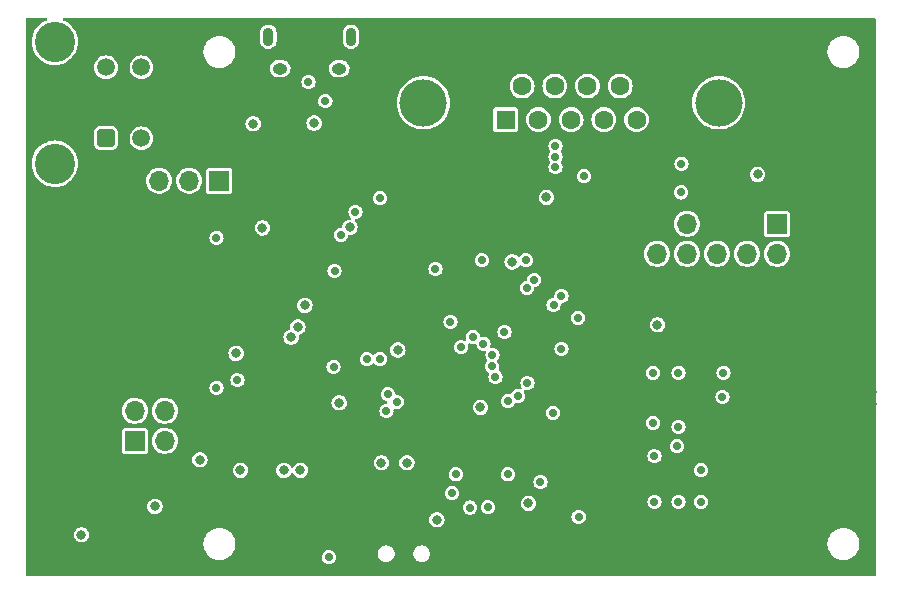
<source format=gbr>
%TF.GenerationSoftware,KiCad,Pcbnew,7.0.6*%
%TF.CreationDate,2023-10-09T12:22:10-06:00*%
%TF.ProjectId,CAN-USB RF Module,43414e2d-5553-4422-9052-46204d6f6475,2.0*%
%TF.SameCoordinates,Original*%
%TF.FileFunction,Copper,L2,Inr*%
%TF.FilePolarity,Positive*%
%FSLAX46Y46*%
G04 Gerber Fmt 4.6, Leading zero omitted, Abs format (unit mm)*
G04 Created by KiCad (PCBNEW 7.0.6) date 2023-10-09 12:22:10*
%MOMM*%
%LPD*%
G01*
G04 APERTURE LIST*
G04 Aperture macros list*
%AMRoundRect*
0 Rectangle with rounded corners*
0 $1 Rounding radius*
0 $2 $3 $4 $5 $6 $7 $8 $9 X,Y pos of 4 corners*
0 Add a 4 corners polygon primitive as box body*
4,1,4,$2,$3,$4,$5,$6,$7,$8,$9,$2,$3,0*
0 Add four circle primitives for the rounded corners*
1,1,$1+$1,$2,$3*
1,1,$1+$1,$4,$5*
1,1,$1+$1,$6,$7*
1,1,$1+$1,$8,$9*
0 Add four rect primitives between the rounded corners*
20,1,$1+$1,$2,$3,$4,$5,0*
20,1,$1+$1,$4,$5,$6,$7,0*
20,1,$1+$1,$6,$7,$8,$9,0*
20,1,$1+$1,$8,$9,$2,$3,0*%
G04 Aperture macros list end*
%TA.AperFunction,ComponentPad*%
%ADD10R,1.700000X1.700000*%
%TD*%
%TA.AperFunction,ComponentPad*%
%ADD11O,1.700000X1.700000*%
%TD*%
%TA.AperFunction,ComponentPad*%
%ADD12C,1.600000*%
%TD*%
%TA.AperFunction,ComponentPad*%
%ADD13R,1.600000X1.600000*%
%TD*%
%TA.AperFunction,ComponentPad*%
%ADD14C,4.000000*%
%TD*%
%TA.AperFunction,ComponentPad*%
%ADD15O,0.890000X1.550000*%
%TD*%
%TA.AperFunction,ComponentPad*%
%ADD16O,1.250000X0.950000*%
%TD*%
%TA.AperFunction,ComponentPad*%
%ADD17RoundRect,0.250001X0.499999X-0.499999X0.499999X0.499999X-0.499999X0.499999X-0.499999X-0.499999X0*%
%TD*%
%TA.AperFunction,ComponentPad*%
%ADD18C,1.500000*%
%TD*%
%TA.AperFunction,ComponentPad*%
%ADD19C,3.410000*%
%TD*%
%TA.AperFunction,ViaPad*%
%ADD20C,0.800000*%
%TD*%
%TA.AperFunction,ViaPad*%
%ADD21C,0.700000*%
%TD*%
G04 APERTURE END LIST*
D10*
%TO.N,+5V*%
%TO.C,J3*%
X107391200Y-106857800D03*
D11*
%TO.N,/Power Regulator/5V*%
X107391200Y-104317800D03*
%TO.N,/Power Regulator/12V*%
X109931200Y-106857800D03*
%TO.N,/Power Regulator/FUSE_OUT*%
X109931200Y-104317800D03*
%TD*%
D12*
%TO.N,unconnected-(J6-Pin_9-Pad9)*%
%TO.C,J6*%
X148481000Y-76812000D03*
%TO.N,unconnected-(J6-Pin_8-Pad8)*%
X145711000Y-76812000D03*
%TO.N,/CAN Tranciever/CD+*%
X142941000Y-76812000D03*
%TO.N,unconnected-(J6-Pin_6-Pad6)*%
X140171000Y-76812000D03*
%TO.N,unconnected-(J6-Pin_5-Pad5)*%
X149866000Y-79652000D03*
%TO.N,unconnected-(J6-Pin_4-Pad4)*%
X147096000Y-79652000D03*
%TO.N,unconnected-(J6-Pin_3-Pad3)*%
X144326000Y-79652000D03*
%TO.N,/CAN Tranciever/CD-*%
X141556000Y-79652000D03*
D13*
%TO.N,unconnected-(J6-Pin_1-Pad1)*%
X138786000Y-79652000D03*
D14*
%TO.N,N/C*%
X131826000Y-78232000D03*
X156826000Y-78232000D03*
%TD*%
D15*
%TO.N,unconnected-(J4-Shield-Pad6)*%
%TO.C,J4*%
X125690000Y-72644000D03*
D16*
X124690000Y-75344000D03*
X119690000Y-75344000D03*
D15*
X118690000Y-72644000D03*
%TD*%
D17*
%TO.N,+12V*%
%TO.C,J2*%
X104947000Y-81232000D03*
D18*
%TO.N,GND*%
X104947000Y-78232000D03*
%TO.N,/Power Regulator/5V_UP*%
X104947000Y-75232000D03*
%TO.N,+12V*%
X107947000Y-81232000D03*
%TO.N,GND*%
X107947000Y-78232000D03*
%TO.N,/Power Regulator/5V_UP*%
X107947000Y-75232000D03*
D19*
%TO.N,N/C*%
X100627000Y-83382000D03*
X100627000Y-73082000D03*
%TD*%
D10*
%TO.N,+3V3*%
%TO.C,J1*%
X161766000Y-88487500D03*
D11*
%TO.N,/DEBUG_SWDIO*%
X161766000Y-91027500D03*
%TO.N,GND*%
X159226000Y-88487500D03*
%TO.N,/DEBUG_SWCLK*%
X159226000Y-91027500D03*
%TO.N,GND*%
X156686000Y-88487500D03*
%TO.N,/DEBUG_SWO*%
X156686000Y-91027500D03*
%TO.N,unconnected-(J1-Pin_7-Pad7)*%
X154146000Y-88487500D03*
%TO.N,unconnected-(J1-Pin_8-Pad8)*%
X154146000Y-91027500D03*
%TO.N,GND*%
X151606000Y-88487500D03*
%TO.N,/NRST*%
X151606000Y-91027500D03*
%TD*%
D10*
%TO.N,VBUS_UP*%
%TO.C,JP1*%
X114539000Y-84836000D03*
D11*
%TO.N,/Power Regulator/FUSE_IN*%
X111999000Y-84836000D03*
%TO.N,+12V*%
X109459000Y-84836000D03*
%TD*%
D20*
%TO.N,GND*%
X169672000Y-94361000D03*
X169037000Y-93726000D03*
X167640000Y-93726000D03*
X166370000Y-93726000D03*
X165227000Y-93853000D03*
X164084000Y-94107000D03*
X163322000Y-94996000D03*
X163322000Y-96139000D03*
X162179000Y-96266000D03*
X161036000Y-96520000D03*
X169799000Y-103759000D03*
X168529000Y-103886000D03*
X167005000Y-103759000D03*
X165481000Y-103759000D03*
X164211000Y-103251000D03*
X163576000Y-102362000D03*
X163322000Y-101346000D03*
X162433000Y-101346000D03*
X163322000Y-97282000D03*
X162433000Y-97282000D03*
X154940000Y-96266000D03*
X151892000Y-95123000D03*
X168910000Y-94869000D03*
X168021000Y-94869000D03*
X167132000Y-94869000D03*
X166243000Y-94869000D03*
X165354000Y-94869000D03*
X164465000Y-95250000D03*
X164465000Y-96139000D03*
X164465000Y-97155000D03*
X164592000Y-101981000D03*
X169799000Y-102743000D03*
X168910000Y-102743000D03*
X168021000Y-102743000D03*
X167132000Y-102743000D03*
X166243000Y-102743000D03*
X165354000Y-102743000D03*
X169672000Y-99949000D03*
X168910000Y-99949000D03*
X168148000Y-99949000D03*
X167132000Y-99949000D03*
X166243000Y-99949000D03*
X165354000Y-99949000D03*
X169672000Y-97663000D03*
X168910000Y-97663000D03*
X168021000Y-97663000D03*
X167386000Y-97663000D03*
X166370000Y-97663000D03*
X165354000Y-97663000D03*
X154305000Y-86614000D03*
D21*
X169162000Y-111416517D03*
X169162000Y-80936517D03*
X166622000Y-106336517D03*
X166622000Y-88556517D03*
X166622000Y-75856517D03*
X164082000Y-101256517D03*
X164082000Y-83476517D03*
X161542000Y-108876517D03*
X161542000Y-78396517D03*
X159002000Y-116496517D03*
X159002000Y-103796517D03*
X159002000Y-96176517D03*
X159002000Y-73316517D03*
X156462000Y-80936517D03*
X153922000Y-93636517D03*
X153922000Y-75856517D03*
X151382000Y-116496517D03*
X148842000Y-80936517D03*
X148842000Y-73316517D03*
X146302000Y-93636517D03*
X143762000Y-116496517D03*
X143762000Y-88556517D03*
X141222000Y-73316517D03*
X136142000Y-75856517D03*
X133602000Y-116496517D03*
X133602000Y-83476517D03*
X131062000Y-111416517D03*
X131062000Y-91096517D03*
X131062000Y-73316517D03*
X128522000Y-80936517D03*
X125982000Y-116496517D03*
X125982000Y-108876517D03*
X125982000Y-75856517D03*
X118362000Y-98716517D03*
X118362000Y-91096517D03*
X118362000Y-83476517D03*
X115822000Y-113956517D03*
X115822000Y-75856517D03*
X110742000Y-116496517D03*
X110742000Y-78396517D03*
X105662000Y-96176517D03*
X105662000Y-88556517D03*
X105662000Y-73316517D03*
X103122000Y-116496517D03*
X103122000Y-80936517D03*
X100582000Y-108876517D03*
X100582000Y-101256517D03*
X100582000Y-93636517D03*
X100582000Y-86016517D03*
X100582000Y-75856517D03*
%TO.N,/DEBUG_SWDIO*%
X136017000Y-98044000D03*
D20*
%TO.N,GND*%
X139827000Y-104902000D03*
X124841000Y-102362000D03*
X122503000Y-82042000D03*
X108839000Y-92075000D03*
X103632000Y-109982000D03*
X161290000Y-97663000D03*
X147320000Y-95885000D03*
X147193000Y-116586000D03*
X157842877Y-83447000D03*
X101346000Y-110744000D03*
X159099000Y-87217500D03*
X157480000Y-95631000D03*
X124931500Y-82550000D03*
X140335000Y-117348000D03*
X121666000Y-101722500D03*
D21*
X134585899Y-103834135D03*
D20*
X138811000Y-117094000D03*
X100203000Y-115824000D03*
X149352000Y-94107000D03*
X138409500Y-92329000D03*
X120142000Y-101722500D03*
X138684000Y-88519000D03*
X104340000Y-86995000D03*
X100711000Y-98679000D03*
X117856000Y-101727000D03*
X159258000Y-107061000D03*
X146050000Y-117348000D03*
X129032000Y-97663000D03*
X137522548Y-103320500D03*
X122174000Y-115257000D03*
X131476500Y-100175000D03*
X131476500Y-102588000D03*
X130048000Y-93853000D03*
X104648000Y-110236000D03*
X129413000Y-90805000D03*
X162306000Y-104775000D03*
X167386000Y-107823000D03*
X151155500Y-89503500D03*
X144309500Y-85433500D03*
X129921000Y-96012000D03*
X103787500Y-78232000D03*
X127089500Y-88265000D03*
X132520500Y-101445000D03*
X115570000Y-103251000D03*
X125222000Y-77597000D03*
X120486500Y-83104000D03*
X145923000Y-111760000D03*
X137795000Y-87249000D03*
X121793000Y-111887000D03*
X116967443Y-104650295D03*
X113919000Y-96393000D03*
X108966000Y-78232000D03*
X105537000Y-93345000D03*
X131496500Y-101420500D03*
X133635500Y-102588000D03*
X128270000Y-114681000D03*
X135763000Y-117094000D03*
X132492500Y-102588000D03*
X127000000Y-106172000D03*
X112506942Y-110192661D03*
X156559000Y-87344500D03*
X149352000Y-115570000D03*
X120904000Y-111379000D03*
X127127000Y-95758000D03*
X163322000Y-112014000D03*
X122569000Y-88057000D03*
X101346000Y-105156000D03*
X122569000Y-88950800D03*
X130302000Y-83947000D03*
X137287000Y-117094000D03*
X156559000Y-83407500D03*
X156559000Y-85185500D03*
X163322000Y-115443000D03*
D21*
X130556000Y-98044000D03*
D20*
X133635500Y-100175000D03*
X125222000Y-106172000D03*
X124690175Y-109640500D03*
X104775000Y-98679000D03*
X112395000Y-97536000D03*
X145796000Y-89789000D03*
X145796000Y-99822000D03*
X157829000Y-85185500D03*
X139700000Y-87249000D03*
X149352000Y-112014000D03*
X132492500Y-100175000D03*
X122580400Y-87172800D03*
X113919000Y-97536000D03*
X112395000Y-96393000D03*
X133655500Y-101420500D03*
X100203000Y-113792000D03*
X117983000Y-116731298D03*
X161417000Y-101092000D03*
D21*
%TO.N,/NRST*%
X143002000Y-81893994D03*
X132842000Y-92329000D03*
X124214500Y-100584000D03*
X124293500Y-92456000D03*
X153670000Y-83389998D03*
X123825000Y-116713000D03*
X153638000Y-85820500D03*
D20*
%TO.N,+3V3*%
X142240000Y-86233000D03*
X109093000Y-112395000D03*
X132969000Y-113538000D03*
X120618000Y-98076000D03*
X160115000Y-84296500D03*
X125603000Y-88773000D03*
X121793000Y-95377000D03*
X130429000Y-108712000D03*
X128270000Y-108712000D03*
X129650616Y-99170616D03*
X124690175Y-103632000D03*
X140716000Y-112141000D03*
X151638000Y-97028000D03*
X136653583Y-104013000D03*
%TO.N,+5V*%
X121412000Y-109347000D03*
X118187094Y-88821868D03*
X139336852Y-91698852D03*
X116332000Y-109347000D03*
X120015000Y-109347000D03*
X121194017Y-97211729D03*
X112903000Y-108458000D03*
D21*
%TO.N,/BOOT0*%
X141192965Y-93225918D03*
X141732000Y-110363000D03*
%TO.N,/CAN_STBY*%
X128143000Y-86308000D03*
X127039000Y-99949000D03*
%TO.N,/UART2_USB_TX*%
X129558500Y-103544500D03*
X126064219Y-87470954D03*
%TO.N,/UART2_USB_RX*%
X124841000Y-89408000D03*
X128690500Y-104330498D03*
%TO.N,/SPI1_SCK*%
X155321000Y-109347000D03*
X155321000Y-112014000D03*
%TO.N,/SPI1_MISO*%
X151384000Y-112014000D03*
X151384000Y-108164500D03*
%TO.N,/SPI1_MOSI*%
X153416000Y-112014000D03*
X153289000Y-107315000D03*
%TO.N,/DIO0*%
X153416000Y-101092000D03*
X153416000Y-105664000D03*
%TO.N,/DIO1*%
X151257000Y-105322500D03*
X151257000Y-101092000D03*
%TO.N,/CAN_RX*%
X137668000Y-99568000D03*
X140500700Y-91559602D03*
%TO.N,/CAN_TX*%
X136906000Y-98627500D03*
X136779000Y-91567000D03*
%TO.N,/SX_RESET*%
X142835500Y-95377000D03*
X142792465Y-104473500D03*
%TO.N,/DIO2*%
X143510000Y-94615000D03*
X143510000Y-99060000D03*
%TO.N,/DIO3*%
X140629000Y-101981000D03*
X140589000Y-93892500D03*
%TO.N,/DEBUG_SWO*%
X134112000Y-96774000D03*
X143002000Y-82793497D03*
%TO.N,/DEBUG_SWCLK*%
X143002000Y-83693000D03*
X135019500Y-98933000D03*
%TO.N,/DEBUG_SWDIO*%
X145415000Y-84455000D03*
D20*
%TO.N,/Power Regulator/5V*%
X102870000Y-114808000D03*
%TO.N,VBUS_UP*%
X122569000Y-79960000D03*
X117409000Y-80010000D03*
D21*
%TO.N,Net-(U2-PA10)*%
X135763000Y-112505750D03*
X137636109Y-100553780D03*
%TO.N,Net-(U2-PA9)*%
X137922000Y-101473000D03*
X137287000Y-112477750D03*
%TO.N,Net-(U2-PA1)*%
X128816444Y-102896444D03*
X134239000Y-111289500D03*
%TO.N,Net-(U3-OVLO)*%
X116078000Y-101727000D03*
X114300000Y-89662000D03*
D20*
%TO.N,Net-(R10-Pad1)*%
X115966502Y-99441000D03*
D21*
X114300000Y-102362000D03*
%TO.N,/DIO4*%
X157138500Y-103124000D03*
X157226000Y-101092000D03*
X138684000Y-97663000D03*
X139827000Y-103084500D03*
%TO.N,/DIO5*%
X128142500Y-99921875D03*
X138977500Y-109690500D03*
X138977500Y-103505000D03*
X134569200Y-109690500D03*
%TO.N,Net-(J4-D+)*%
X123519000Y-78105000D03*
X122090500Y-76472687D03*
%TO.N,Net-(U2-PB4)*%
X144961500Y-113284000D03*
X144907000Y-96432500D03*
%TD*%
%TA.AperFunction,Conductor*%
%TO.N,GND*%
G36*
X99911329Y-71050185D02*
G01*
X99957084Y-71102989D01*
X99967028Y-71172147D01*
X99938003Y-71235703D01*
X99887623Y-71270682D01*
X99812579Y-71298671D01*
X99812575Y-71298673D01*
X99567081Y-71432723D01*
X99567073Y-71432728D01*
X99343156Y-71600350D01*
X99343138Y-71600366D01*
X99145366Y-71798138D01*
X99145350Y-71798156D01*
X98977728Y-72022073D01*
X98977723Y-72022081D01*
X98843673Y-72267575D01*
X98843671Y-72267579D01*
X98745917Y-72529671D01*
X98686460Y-72802986D01*
X98666505Y-73081998D01*
X98666505Y-73082001D01*
X98686460Y-73361013D01*
X98745917Y-73634328D01*
X98745919Y-73634335D01*
X98806611Y-73797059D01*
X98843671Y-73896420D01*
X98843673Y-73896424D01*
X98977723Y-74141918D01*
X98977728Y-74141926D01*
X99145350Y-74365843D01*
X99145366Y-74365861D01*
X99343138Y-74563633D01*
X99343156Y-74563649D01*
X99567073Y-74731271D01*
X99567081Y-74731276D01*
X99812575Y-74865326D01*
X99812579Y-74865328D01*
X99812581Y-74865329D01*
X100074665Y-74963081D01*
X100211328Y-74992810D01*
X100347986Y-75022539D01*
X100347988Y-75022539D01*
X100347992Y-75022540D01*
X100595934Y-75040273D01*
X100626999Y-75042495D01*
X100627000Y-75042495D01*
X100627001Y-75042495D01*
X100654952Y-75040495D01*
X100906008Y-75022540D01*
X101179335Y-74963081D01*
X101441419Y-74865329D01*
X101686924Y-74731273D01*
X101910851Y-74563643D01*
X102108643Y-74365851D01*
X102276273Y-74141924D01*
X102400729Y-73914000D01*
X113198341Y-73914000D01*
X113218936Y-74149403D01*
X113218938Y-74149413D01*
X113280094Y-74377655D01*
X113280096Y-74377659D01*
X113280097Y-74377663D01*
X113288688Y-74396086D01*
X113379964Y-74591828D01*
X113379965Y-74591830D01*
X113515505Y-74785402D01*
X113682597Y-74952494D01*
X113876169Y-75088034D01*
X113876171Y-75088035D01*
X114090337Y-75187903D01*
X114318592Y-75249063D01*
X114495034Y-75264500D01*
X114612966Y-75264500D01*
X114789408Y-75249063D01*
X115017663Y-75187903D01*
X115231829Y-75088035D01*
X115425401Y-74952495D01*
X115592495Y-74785401D01*
X115728035Y-74591830D01*
X115827903Y-74377663D01*
X115889063Y-74149408D01*
X115909659Y-73914000D01*
X166030341Y-73914000D01*
X166050936Y-74149403D01*
X166050938Y-74149413D01*
X166112094Y-74377655D01*
X166112096Y-74377659D01*
X166112097Y-74377663D01*
X166120688Y-74396086D01*
X166211964Y-74591828D01*
X166211965Y-74591830D01*
X166347505Y-74785402D01*
X166514597Y-74952494D01*
X166708169Y-75088034D01*
X166708171Y-75088035D01*
X166922337Y-75187903D01*
X167150592Y-75249063D01*
X167327034Y-75264500D01*
X167444966Y-75264500D01*
X167621408Y-75249063D01*
X167849663Y-75187903D01*
X168063829Y-75088035D01*
X168257401Y-74952495D01*
X168424495Y-74785401D01*
X168560035Y-74591830D01*
X168659903Y-74377663D01*
X168721063Y-74149408D01*
X168741659Y-73914000D01*
X168721063Y-73678592D01*
X168659903Y-73450337D01*
X168560035Y-73236171D01*
X168560034Y-73236169D01*
X168424494Y-73042597D01*
X168257402Y-72875505D01*
X168063830Y-72739965D01*
X168063828Y-72739964D01*
X167956746Y-72690031D01*
X167849663Y-72640097D01*
X167849659Y-72640096D01*
X167849655Y-72640094D01*
X167621413Y-72578938D01*
X167621403Y-72578936D01*
X167444966Y-72563500D01*
X167327034Y-72563500D01*
X167150596Y-72578936D01*
X167150586Y-72578938D01*
X166922344Y-72640094D01*
X166922335Y-72640098D01*
X166708171Y-72739964D01*
X166708169Y-72739965D01*
X166514597Y-72875505D01*
X166347506Y-73042597D01*
X166347501Y-73042604D01*
X166211967Y-73236165D01*
X166211965Y-73236169D01*
X166112098Y-73450335D01*
X166112094Y-73450344D01*
X166050938Y-73678586D01*
X166050936Y-73678596D01*
X166030341Y-73913999D01*
X166030341Y-73914000D01*
X115909659Y-73914000D01*
X115889063Y-73678592D01*
X115827903Y-73450337D01*
X115728035Y-73236171D01*
X115728034Y-73236169D01*
X115592494Y-73042597D01*
X115565968Y-73016071D01*
X117994500Y-73016071D01*
X118009750Y-73141667D01*
X118069642Y-73299589D01*
X118069643Y-73299590D01*
X118165588Y-73438590D01*
X118292007Y-73550588D01*
X118292009Y-73550589D01*
X118441561Y-73629080D01*
X118523555Y-73649289D01*
X118605550Y-73669500D01*
X118605551Y-73669500D01*
X118774450Y-73669500D01*
X118829112Y-73656026D01*
X118938439Y-73629080D01*
X119087991Y-73550589D01*
X119214413Y-73438589D01*
X119310358Y-73299589D01*
X119370250Y-73141666D01*
X119385500Y-73016071D01*
X124994500Y-73016071D01*
X125009750Y-73141667D01*
X125069642Y-73299589D01*
X125069643Y-73299590D01*
X125165588Y-73438590D01*
X125292007Y-73550588D01*
X125292009Y-73550589D01*
X125441561Y-73629080D01*
X125523555Y-73649290D01*
X125605550Y-73669500D01*
X125605551Y-73669500D01*
X125774450Y-73669500D01*
X125829112Y-73656026D01*
X125938439Y-73629080D01*
X126087991Y-73550589D01*
X126214413Y-73438589D01*
X126310358Y-73299589D01*
X126370250Y-73141666D01*
X126385500Y-73016069D01*
X126385500Y-72271931D01*
X126370250Y-72146334D01*
X126310358Y-71988411D01*
X126214413Y-71849411D01*
X126214411Y-71849409D01*
X126087992Y-71737411D01*
X125938437Y-71658919D01*
X125774450Y-71618500D01*
X125774449Y-71618500D01*
X125605551Y-71618500D01*
X125605550Y-71618500D01*
X125441562Y-71658919D01*
X125292007Y-71737411D01*
X125165588Y-71849409D01*
X125069643Y-71988409D01*
X125069642Y-71988410D01*
X125009750Y-72146332D01*
X124994500Y-72271928D01*
X124994500Y-73016071D01*
X119385500Y-73016071D01*
X119385500Y-73016069D01*
X119385500Y-72271931D01*
X119370250Y-72146334D01*
X119310358Y-71988411D01*
X119214413Y-71849411D01*
X119214411Y-71849409D01*
X119087992Y-71737411D01*
X118938437Y-71658919D01*
X118774450Y-71618500D01*
X118774449Y-71618500D01*
X118605551Y-71618500D01*
X118605550Y-71618500D01*
X118441562Y-71658919D01*
X118292007Y-71737411D01*
X118165588Y-71849409D01*
X118069643Y-71988409D01*
X118069642Y-71988410D01*
X118009750Y-72146332D01*
X117994500Y-72271928D01*
X117994500Y-73016071D01*
X115565968Y-73016071D01*
X115425402Y-72875505D01*
X115231830Y-72739965D01*
X115231828Y-72739964D01*
X115124745Y-72690031D01*
X115017663Y-72640097D01*
X115017659Y-72640096D01*
X115017655Y-72640094D01*
X114789413Y-72578938D01*
X114789403Y-72578936D01*
X114612966Y-72563500D01*
X114495034Y-72563500D01*
X114318596Y-72578936D01*
X114318586Y-72578938D01*
X114090344Y-72640094D01*
X114090335Y-72640098D01*
X113876171Y-72739964D01*
X113876169Y-72739965D01*
X113682597Y-72875505D01*
X113515506Y-73042597D01*
X113515501Y-73042604D01*
X113379967Y-73236165D01*
X113379965Y-73236169D01*
X113280098Y-73450335D01*
X113280094Y-73450344D01*
X113218938Y-73678586D01*
X113218936Y-73678596D01*
X113198341Y-73913999D01*
X113198341Y-73914000D01*
X102400729Y-73914000D01*
X102410329Y-73896419D01*
X102508081Y-73634335D01*
X102567540Y-73361008D01*
X102587495Y-73082000D01*
X102567540Y-72802992D01*
X102508081Y-72529665D01*
X102410329Y-72267581D01*
X102276273Y-72022076D01*
X102251070Y-71988409D01*
X102108649Y-71798156D01*
X102108633Y-71798138D01*
X101910861Y-71600366D01*
X101910843Y-71600350D01*
X101686926Y-71432728D01*
X101686918Y-71432723D01*
X101441424Y-71298673D01*
X101441420Y-71298671D01*
X101366377Y-71270682D01*
X101310443Y-71228811D01*
X101286026Y-71163346D01*
X101300878Y-71095073D01*
X101350283Y-71045668D01*
X101409710Y-71030500D01*
X170024500Y-71030500D01*
X170091539Y-71050185D01*
X170137294Y-71102989D01*
X170148500Y-71154500D01*
X170148500Y-118149500D01*
X170128815Y-118216539D01*
X170076011Y-118262294D01*
X170024500Y-118273500D01*
X98264500Y-118273500D01*
X98197461Y-118253815D01*
X98151706Y-118201011D01*
X98140500Y-118149500D01*
X98140500Y-115570000D01*
X113198341Y-115570000D01*
X113218936Y-115805403D01*
X113218938Y-115805413D01*
X113280094Y-116033655D01*
X113280096Y-116033659D01*
X113280097Y-116033663D01*
X113314443Y-116107318D01*
X113379964Y-116247828D01*
X113379965Y-116247830D01*
X113515505Y-116441402D01*
X113682597Y-116608494D01*
X113876169Y-116744034D01*
X113876171Y-116744035D01*
X114090337Y-116843903D01*
X114318592Y-116905063D01*
X114495034Y-116920500D01*
X114612966Y-116920500D01*
X114789408Y-116905063D01*
X115017663Y-116843903D01*
X115231829Y-116744035D01*
X115276150Y-116713001D01*
X123219318Y-116713001D01*
X123239955Y-116869760D01*
X123239956Y-116869762D01*
X123267468Y-116936183D01*
X123300464Y-117015841D01*
X123396718Y-117141282D01*
X123522159Y-117237536D01*
X123668238Y-117298044D01*
X123746618Y-117308362D01*
X123824999Y-117318682D01*
X123825000Y-117318682D01*
X123825001Y-117318682D01*
X123877253Y-117311802D01*
X123981762Y-117298044D01*
X124127841Y-117237536D01*
X124253282Y-117141282D01*
X124349536Y-117015841D01*
X124410044Y-116869762D01*
X124430682Y-116713000D01*
X124410044Y-116556238D01*
X124383873Y-116493055D01*
X127974500Y-116493055D01*
X128015210Y-116658226D01*
X128094263Y-116808849D01*
X128094266Y-116808852D01*
X128207071Y-116936183D01*
X128297318Y-116998476D01*
X128347068Y-117032817D01*
X128347069Y-117032817D01*
X128347070Y-117032818D01*
X128506128Y-117093140D01*
X128582028Y-117102356D01*
X128632626Y-117108500D01*
X128632628Y-117108500D01*
X128717374Y-117108500D01*
X128759538Y-117103380D01*
X128843872Y-117093140D01*
X129002930Y-117032818D01*
X129142929Y-116936183D01*
X129255734Y-116808852D01*
X129289754Y-116744034D01*
X129306041Y-116713001D01*
X129334790Y-116658225D01*
X129375500Y-116493056D01*
X129375500Y-116493055D01*
X130974500Y-116493055D01*
X131015210Y-116658226D01*
X131094263Y-116808849D01*
X131094266Y-116808852D01*
X131207071Y-116936183D01*
X131297318Y-116998476D01*
X131347068Y-117032817D01*
X131347069Y-117032817D01*
X131347070Y-117032818D01*
X131506128Y-117093140D01*
X131582028Y-117102356D01*
X131632626Y-117108500D01*
X131632628Y-117108500D01*
X131717374Y-117108500D01*
X131759538Y-117103380D01*
X131843872Y-117093140D01*
X132002930Y-117032818D01*
X132142929Y-116936183D01*
X132255734Y-116808852D01*
X132289754Y-116744034D01*
X132306041Y-116713001D01*
X132334790Y-116658225D01*
X132375500Y-116493056D01*
X132375500Y-116322944D01*
X132334790Y-116157775D01*
X132308308Y-116107318D01*
X132255736Y-116007150D01*
X132236560Y-115985505D01*
X132142929Y-115879817D01*
X132093177Y-115845475D01*
X132002931Y-115783182D01*
X131843874Y-115722860D01*
X131843868Y-115722859D01*
X131717374Y-115707500D01*
X131717372Y-115707500D01*
X131632628Y-115707500D01*
X131632626Y-115707500D01*
X131506131Y-115722859D01*
X131506125Y-115722860D01*
X131347068Y-115783182D01*
X131207072Y-115879816D01*
X131094263Y-116007150D01*
X131015210Y-116157773D01*
X130974500Y-116322944D01*
X130974500Y-116493055D01*
X129375500Y-116493055D01*
X129375500Y-116322944D01*
X129334790Y-116157775D01*
X129308308Y-116107318D01*
X129255736Y-116007150D01*
X129236560Y-115985505D01*
X129142929Y-115879817D01*
X129093177Y-115845475D01*
X129002931Y-115783182D01*
X128843874Y-115722860D01*
X128843868Y-115722859D01*
X128717374Y-115707500D01*
X128717372Y-115707500D01*
X128632628Y-115707500D01*
X128632626Y-115707500D01*
X128506131Y-115722859D01*
X128506125Y-115722860D01*
X128347068Y-115783182D01*
X128207072Y-115879816D01*
X128094263Y-116007150D01*
X128015210Y-116157773D01*
X127974500Y-116322944D01*
X127974500Y-116493055D01*
X124383873Y-116493055D01*
X124349536Y-116410159D01*
X124253282Y-116284718D01*
X124127841Y-116188464D01*
X124053751Y-116157775D01*
X123981762Y-116127956D01*
X123981760Y-116127955D01*
X123825001Y-116107318D01*
X123824999Y-116107318D01*
X123668239Y-116127955D01*
X123668237Y-116127956D01*
X123522160Y-116188463D01*
X123396718Y-116284718D01*
X123300463Y-116410160D01*
X123239956Y-116556237D01*
X123239955Y-116556239D01*
X123219318Y-116712998D01*
X123219318Y-116713001D01*
X115276150Y-116713001D01*
X115425401Y-116608495D01*
X115592495Y-116441401D01*
X115728035Y-116247830D01*
X115827903Y-116033663D01*
X115889063Y-115805408D01*
X115909659Y-115570000D01*
X166030341Y-115570000D01*
X166050936Y-115805403D01*
X166050938Y-115805413D01*
X166112094Y-116033655D01*
X166112096Y-116033659D01*
X166112097Y-116033663D01*
X166146443Y-116107318D01*
X166211964Y-116247828D01*
X166211965Y-116247830D01*
X166347505Y-116441402D01*
X166514597Y-116608494D01*
X166708169Y-116744034D01*
X166708171Y-116744035D01*
X166922337Y-116843903D01*
X167150592Y-116905063D01*
X167327034Y-116920500D01*
X167444966Y-116920500D01*
X167621408Y-116905063D01*
X167849663Y-116843903D01*
X168063829Y-116744035D01*
X168257401Y-116608495D01*
X168424495Y-116441401D01*
X168560035Y-116247830D01*
X168659903Y-116033663D01*
X168721063Y-115805408D01*
X168741659Y-115570000D01*
X168721063Y-115334592D01*
X168659903Y-115106337D01*
X168560035Y-114892171D01*
X168560034Y-114892169D01*
X168424494Y-114698597D01*
X168257402Y-114531505D01*
X168063830Y-114395965D01*
X168063828Y-114395964D01*
X167956745Y-114346031D01*
X167849663Y-114296097D01*
X167849659Y-114296096D01*
X167849655Y-114296094D01*
X167621413Y-114234938D01*
X167621403Y-114234936D01*
X167444966Y-114219500D01*
X167327034Y-114219500D01*
X167150596Y-114234936D01*
X167150586Y-114234938D01*
X166922344Y-114296094D01*
X166922335Y-114296098D01*
X166708171Y-114395964D01*
X166708169Y-114395965D01*
X166514597Y-114531505D01*
X166347506Y-114698597D01*
X166347501Y-114698604D01*
X166211967Y-114892165D01*
X166211965Y-114892169D01*
X166112098Y-115106335D01*
X166112094Y-115106344D01*
X166050938Y-115334586D01*
X166050936Y-115334596D01*
X166030341Y-115569999D01*
X166030341Y-115570000D01*
X115909659Y-115570000D01*
X115889063Y-115334592D01*
X115827903Y-115106337D01*
X115728035Y-114892171D01*
X115728034Y-114892169D01*
X115592494Y-114698597D01*
X115425402Y-114531505D01*
X115231830Y-114395965D01*
X115231828Y-114395964D01*
X115124746Y-114346030D01*
X115017663Y-114296097D01*
X115017659Y-114296096D01*
X115017655Y-114296094D01*
X114789413Y-114234938D01*
X114789403Y-114234936D01*
X114612966Y-114219500D01*
X114495034Y-114219500D01*
X114318596Y-114234936D01*
X114318586Y-114234938D01*
X114090344Y-114296094D01*
X114090335Y-114296098D01*
X113876171Y-114395964D01*
X113876169Y-114395965D01*
X113682597Y-114531505D01*
X113515506Y-114698597D01*
X113515501Y-114698604D01*
X113379967Y-114892165D01*
X113379965Y-114892169D01*
X113280098Y-115106335D01*
X113280094Y-115106344D01*
X113218938Y-115334586D01*
X113218936Y-115334596D01*
X113198341Y-115569999D01*
X113198341Y-115570000D01*
X98140500Y-115570000D01*
X98140500Y-114808000D01*
X102214722Y-114808000D01*
X102233762Y-114964818D01*
X102287433Y-115106335D01*
X102289780Y-115112523D01*
X102379517Y-115242530D01*
X102497760Y-115347283D01*
X102497762Y-115347284D01*
X102637634Y-115420696D01*
X102791014Y-115458500D01*
X102791015Y-115458500D01*
X102948985Y-115458500D01*
X103102365Y-115420696D01*
X103102365Y-115420695D01*
X103242240Y-115347283D01*
X103360483Y-115242530D01*
X103450220Y-115112523D01*
X103506237Y-114964818D01*
X103525278Y-114808000D01*
X103511995Y-114698599D01*
X103506237Y-114651181D01*
X103484992Y-114595164D01*
X103450220Y-114503477D01*
X103360483Y-114373470D01*
X103242240Y-114268717D01*
X103242238Y-114268716D01*
X103242237Y-114268715D01*
X103102365Y-114195303D01*
X102948986Y-114157500D01*
X102948985Y-114157500D01*
X102791015Y-114157500D01*
X102791014Y-114157500D01*
X102637634Y-114195303D01*
X102497762Y-114268715D01*
X102379516Y-114373471D01*
X102289781Y-114503475D01*
X102289780Y-114503476D01*
X102233762Y-114651181D01*
X102214722Y-114807999D01*
X102214722Y-114808000D01*
X98140500Y-114808000D01*
X98140500Y-113538000D01*
X132313721Y-113538000D01*
X132332762Y-113694818D01*
X132375890Y-113808536D01*
X132388780Y-113842523D01*
X132478517Y-113972530D01*
X132596760Y-114077283D01*
X132596762Y-114077284D01*
X132736634Y-114150696D01*
X132890014Y-114188500D01*
X132890015Y-114188500D01*
X133047985Y-114188500D01*
X133201365Y-114150696D01*
X133341240Y-114077283D01*
X133459483Y-113972530D01*
X133549220Y-113842523D01*
X133605237Y-113694818D01*
X133624278Y-113538000D01*
X133605237Y-113381182D01*
X133568381Y-113284001D01*
X144355818Y-113284001D01*
X144376455Y-113440760D01*
X144376456Y-113440762D01*
X144436964Y-113586841D01*
X144533218Y-113712282D01*
X144658659Y-113808536D01*
X144804738Y-113869044D01*
X144883118Y-113879363D01*
X144961499Y-113889682D01*
X144961500Y-113889682D01*
X144961501Y-113889682D01*
X145013754Y-113882802D01*
X145118262Y-113869044D01*
X145264341Y-113808536D01*
X145389782Y-113712282D01*
X145486036Y-113586841D01*
X145546544Y-113440762D01*
X145567182Y-113284000D01*
X145560530Y-113233476D01*
X145546544Y-113127239D01*
X145546544Y-113127238D01*
X145486036Y-112981159D01*
X145389782Y-112855718D01*
X145264341Y-112759464D01*
X145118262Y-112698956D01*
X145118260Y-112698955D01*
X144961501Y-112678318D01*
X144961499Y-112678318D01*
X144804739Y-112698955D01*
X144804737Y-112698956D01*
X144658660Y-112759463D01*
X144533218Y-112855718D01*
X144436963Y-112981160D01*
X144376456Y-113127237D01*
X144376455Y-113127239D01*
X144355818Y-113283998D01*
X144355818Y-113284001D01*
X133568381Y-113284001D01*
X133549220Y-113233477D01*
X133459483Y-113103470D01*
X133341240Y-112998717D01*
X133341238Y-112998716D01*
X133341237Y-112998715D01*
X133201365Y-112925303D01*
X133047986Y-112887500D01*
X133047985Y-112887500D01*
X132890015Y-112887500D01*
X132890014Y-112887500D01*
X132736634Y-112925303D01*
X132596762Y-112998715D01*
X132543952Y-113045500D01*
X132501136Y-113083432D01*
X132478516Y-113103471D01*
X132388781Y-113233475D01*
X132388780Y-113233476D01*
X132332762Y-113381181D01*
X132313721Y-113537999D01*
X132313721Y-113538000D01*
X98140500Y-113538000D01*
X98140500Y-112395000D01*
X108437722Y-112395000D01*
X108456762Y-112551818D01*
X108512565Y-112698955D01*
X108512780Y-112699523D01*
X108602517Y-112829530D01*
X108720760Y-112934283D01*
X108720762Y-112934284D01*
X108860634Y-113007696D01*
X109014014Y-113045500D01*
X109014015Y-113045500D01*
X109171985Y-113045500D01*
X109325365Y-113007696D01*
X109375926Y-112981159D01*
X109465240Y-112934283D01*
X109583483Y-112829530D01*
X109673220Y-112699523D01*
X109729237Y-112551818D01*
X109734831Y-112505751D01*
X135157318Y-112505751D01*
X135177955Y-112662510D01*
X135177956Y-112662512D01*
X135238464Y-112808591D01*
X135334718Y-112934032D01*
X135460159Y-113030286D01*
X135606238Y-113090794D01*
X135684619Y-113101112D01*
X135762999Y-113111432D01*
X135763000Y-113111432D01*
X135763001Y-113111432D01*
X135823478Y-113103470D01*
X135919762Y-113090794D01*
X136065841Y-113030286D01*
X136191282Y-112934032D01*
X136287536Y-112808591D01*
X136348044Y-112662512D01*
X136368682Y-112505750D01*
X136364995Y-112477751D01*
X136681318Y-112477751D01*
X136701955Y-112634510D01*
X136701956Y-112634512D01*
X136762464Y-112780591D01*
X136858718Y-112906032D01*
X136984159Y-113002286D01*
X137130238Y-113062794D01*
X137208619Y-113073112D01*
X137286999Y-113083432D01*
X137287000Y-113083432D01*
X137287001Y-113083432D01*
X137339254Y-113076552D01*
X137443762Y-113062794D01*
X137589841Y-113002286D01*
X137715282Y-112906032D01*
X137811536Y-112780591D01*
X137872044Y-112634512D01*
X137892682Y-112477750D01*
X137888439Y-112445524D01*
X137872044Y-112320989D01*
X137872044Y-112320988D01*
X137811536Y-112174909D01*
X137785517Y-112141000D01*
X140060722Y-112141000D01*
X140079762Y-112297818D01*
X140116619Y-112395000D01*
X140135780Y-112445523D01*
X140225517Y-112575530D01*
X140343760Y-112680283D01*
X140343762Y-112680284D01*
X140483634Y-112753696D01*
X140637014Y-112791500D01*
X140637015Y-112791500D01*
X140794985Y-112791500D01*
X140948365Y-112753696D01*
X140948365Y-112753695D01*
X141088240Y-112680283D01*
X141206483Y-112575530D01*
X141296220Y-112445523D01*
X141352237Y-112297818D01*
X141371278Y-112141000D01*
X141365144Y-112090477D01*
X141355858Y-112014001D01*
X150778318Y-112014001D01*
X150798955Y-112170760D01*
X150798956Y-112170762D01*
X150859464Y-112316841D01*
X150955718Y-112442282D01*
X151081159Y-112538536D01*
X151227238Y-112599044D01*
X151305619Y-112609362D01*
X151383999Y-112619682D01*
X151384000Y-112619682D01*
X151384001Y-112619682D01*
X151436254Y-112612802D01*
X151540762Y-112599044D01*
X151686841Y-112538536D01*
X151812282Y-112442282D01*
X151908536Y-112316841D01*
X151969044Y-112170762D01*
X151989682Y-112014001D01*
X152810318Y-112014001D01*
X152830955Y-112170760D01*
X152830956Y-112170762D01*
X152891464Y-112316841D01*
X152987718Y-112442282D01*
X153113159Y-112538536D01*
X153259238Y-112599044D01*
X153337619Y-112609362D01*
X153415999Y-112619682D01*
X153416000Y-112619682D01*
X153416001Y-112619682D01*
X153468253Y-112612802D01*
X153572762Y-112599044D01*
X153718841Y-112538536D01*
X153844282Y-112442282D01*
X153940536Y-112316841D01*
X154001044Y-112170762D01*
X154021682Y-112014001D01*
X154715318Y-112014001D01*
X154735955Y-112170760D01*
X154735956Y-112170762D01*
X154796464Y-112316841D01*
X154892718Y-112442282D01*
X155018159Y-112538536D01*
X155164238Y-112599044D01*
X155242618Y-112609363D01*
X155320999Y-112619682D01*
X155321000Y-112619682D01*
X155321001Y-112619682D01*
X155373253Y-112612802D01*
X155477762Y-112599044D01*
X155623841Y-112538536D01*
X155749282Y-112442282D01*
X155845536Y-112316841D01*
X155906044Y-112170762D01*
X155926682Y-112014000D01*
X155922756Y-111984182D01*
X155906044Y-111857239D01*
X155906044Y-111857238D01*
X155845536Y-111711159D01*
X155749282Y-111585718D01*
X155623841Y-111489464D01*
X155519537Y-111446260D01*
X155477762Y-111428956D01*
X155477760Y-111428955D01*
X155321001Y-111408318D01*
X155320999Y-111408318D01*
X155164239Y-111428955D01*
X155164237Y-111428956D01*
X155018160Y-111489463D01*
X154892718Y-111585718D01*
X154796463Y-111711160D01*
X154735956Y-111857237D01*
X154735955Y-111857239D01*
X154715318Y-112013998D01*
X154715318Y-112014001D01*
X154021682Y-112014001D01*
X154021682Y-112014000D01*
X154017756Y-111984182D01*
X154001044Y-111857239D01*
X154001044Y-111857238D01*
X153940536Y-111711159D01*
X153844282Y-111585718D01*
X153718841Y-111489464D01*
X153614537Y-111446260D01*
X153572762Y-111428956D01*
X153572760Y-111428955D01*
X153416001Y-111408318D01*
X153415999Y-111408318D01*
X153259239Y-111428955D01*
X153259237Y-111428956D01*
X153113160Y-111489463D01*
X152987718Y-111585718D01*
X152891463Y-111711160D01*
X152830956Y-111857237D01*
X152830955Y-111857239D01*
X152810318Y-112013998D01*
X152810318Y-112014001D01*
X151989682Y-112014001D01*
X151989682Y-112014000D01*
X151985756Y-111984182D01*
X151969044Y-111857239D01*
X151969044Y-111857238D01*
X151908536Y-111711159D01*
X151812282Y-111585718D01*
X151686841Y-111489464D01*
X151582537Y-111446260D01*
X151540762Y-111428956D01*
X151540760Y-111428955D01*
X151384001Y-111408318D01*
X151383999Y-111408318D01*
X151227239Y-111428955D01*
X151227237Y-111428956D01*
X151081160Y-111489463D01*
X150955718Y-111585718D01*
X150859463Y-111711160D01*
X150798956Y-111857237D01*
X150798955Y-111857239D01*
X150778318Y-112013998D01*
X150778318Y-112014001D01*
X141355858Y-112014001D01*
X141352237Y-111984181D01*
X141310656Y-111874543D01*
X141296220Y-111836477D01*
X141206483Y-111706470D01*
X141088240Y-111601717D01*
X141088238Y-111601716D01*
X141088237Y-111601715D01*
X140948365Y-111528303D01*
X140794986Y-111490500D01*
X140794985Y-111490500D01*
X140637015Y-111490500D01*
X140637014Y-111490500D01*
X140483634Y-111528303D01*
X140343762Y-111601715D01*
X140225516Y-111706471D01*
X140135781Y-111836475D01*
X140135780Y-111836476D01*
X140079762Y-111984181D01*
X140060722Y-112140999D01*
X140060722Y-112141000D01*
X137785517Y-112141000D01*
X137715282Y-112049468D01*
X137589841Y-111953214D01*
X137511357Y-111920705D01*
X137443762Y-111892706D01*
X137443760Y-111892705D01*
X137287001Y-111872068D01*
X137286999Y-111872068D01*
X137130239Y-111892705D01*
X137130237Y-111892706D01*
X136984160Y-111953213D01*
X136858718Y-112049468D01*
X136762463Y-112174910D01*
X136701956Y-112320987D01*
X136701955Y-112320989D01*
X136681318Y-112477748D01*
X136681318Y-112477751D01*
X136364995Y-112477751D01*
X136364995Y-112477748D01*
X136348044Y-112348989D01*
X136348044Y-112348988D01*
X136287536Y-112202909D01*
X136191282Y-112077468D01*
X136065841Y-111981214D01*
X135919762Y-111920706D01*
X135919760Y-111920705D01*
X135763001Y-111900068D01*
X135762999Y-111900068D01*
X135606239Y-111920705D01*
X135606237Y-111920706D01*
X135460160Y-111981213D01*
X135334718Y-112077468D01*
X135238463Y-112202910D01*
X135177956Y-112348987D01*
X135177955Y-112348989D01*
X135157318Y-112505748D01*
X135157318Y-112505751D01*
X109734831Y-112505751D01*
X109748278Y-112395000D01*
X109739292Y-112320988D01*
X109729237Y-112238181D01*
X109692380Y-112140999D01*
X109673220Y-112090477D01*
X109583483Y-111960470D01*
X109465240Y-111855717D01*
X109465238Y-111855716D01*
X109465237Y-111855715D01*
X109325365Y-111782303D01*
X109171986Y-111744500D01*
X109171985Y-111744500D01*
X109014015Y-111744500D01*
X109014014Y-111744500D01*
X108860634Y-111782303D01*
X108720762Y-111855715D01*
X108647403Y-111920705D01*
X108610708Y-111953214D01*
X108602516Y-111960471D01*
X108512781Y-112090475D01*
X108512780Y-112090476D01*
X108456762Y-112238181D01*
X108437722Y-112394999D01*
X108437722Y-112395000D01*
X98140500Y-112395000D01*
X98140500Y-111289501D01*
X133633318Y-111289501D01*
X133653955Y-111446260D01*
X133653956Y-111446262D01*
X133711720Y-111585718D01*
X133714464Y-111592341D01*
X133810718Y-111717782D01*
X133936159Y-111814036D01*
X134082238Y-111874544D01*
X134160618Y-111884862D01*
X134238999Y-111895182D01*
X134239000Y-111895182D01*
X134239001Y-111895182D01*
X134291254Y-111888302D01*
X134395762Y-111874544D01*
X134541841Y-111814036D01*
X134667282Y-111717782D01*
X134763536Y-111592341D01*
X134824044Y-111446262D01*
X134844682Y-111289500D01*
X134824044Y-111132738D01*
X134763536Y-110986659D01*
X134667282Y-110861218D01*
X134541841Y-110764964D01*
X134395762Y-110704456D01*
X134395760Y-110704455D01*
X134239001Y-110683818D01*
X134238999Y-110683818D01*
X134082239Y-110704455D01*
X134082237Y-110704456D01*
X133936160Y-110764963D01*
X133810718Y-110861218D01*
X133714463Y-110986660D01*
X133653956Y-111132737D01*
X133653955Y-111132739D01*
X133633318Y-111289498D01*
X133633318Y-111289501D01*
X98140500Y-111289501D01*
X98140500Y-110363001D01*
X141126318Y-110363001D01*
X141146955Y-110519760D01*
X141146956Y-110519762D01*
X141207464Y-110665841D01*
X141303718Y-110791282D01*
X141429159Y-110887536D01*
X141575238Y-110948044D01*
X141653619Y-110958362D01*
X141731999Y-110968682D01*
X141732000Y-110968682D01*
X141732001Y-110968682D01*
X141784254Y-110961802D01*
X141888762Y-110948044D01*
X142034841Y-110887536D01*
X142160282Y-110791282D01*
X142256536Y-110665841D01*
X142317044Y-110519762D01*
X142337682Y-110363000D01*
X142317044Y-110206238D01*
X142256536Y-110060159D01*
X142160282Y-109934718D01*
X142034841Y-109838464D01*
X141888762Y-109777956D01*
X141888760Y-109777955D01*
X141732001Y-109757318D01*
X141731999Y-109757318D01*
X141575239Y-109777955D01*
X141575237Y-109777956D01*
X141429160Y-109838463D01*
X141303718Y-109934718D01*
X141207463Y-110060160D01*
X141146956Y-110206237D01*
X141146955Y-110206239D01*
X141126318Y-110362998D01*
X141126318Y-110363001D01*
X98140500Y-110363001D01*
X98140500Y-109347000D01*
X115676721Y-109347000D01*
X115695762Y-109503818D01*
X115743807Y-109630499D01*
X115751780Y-109651523D01*
X115841517Y-109781530D01*
X115959760Y-109886283D01*
X115959762Y-109886284D01*
X116099634Y-109959696D01*
X116253014Y-109997500D01*
X116253015Y-109997500D01*
X116410985Y-109997500D01*
X116564365Y-109959696D01*
X116611956Y-109934718D01*
X116704240Y-109886283D01*
X116822483Y-109781530D01*
X116912220Y-109651523D01*
X116968237Y-109503818D01*
X116987278Y-109347000D01*
X119359721Y-109347000D01*
X119378762Y-109503818D01*
X119426807Y-109630499D01*
X119434780Y-109651523D01*
X119524517Y-109781530D01*
X119642760Y-109886283D01*
X119642762Y-109886284D01*
X119782634Y-109959696D01*
X119936014Y-109997500D01*
X119936015Y-109997500D01*
X120093985Y-109997500D01*
X120247365Y-109959696D01*
X120294956Y-109934718D01*
X120387240Y-109886283D01*
X120505483Y-109781530D01*
X120595220Y-109651523D01*
X120597558Y-109645357D01*
X120639735Y-109589655D01*
X120705332Y-109565597D01*
X120773523Y-109580823D01*
X120822656Y-109630499D01*
X120829441Y-109645357D01*
X120831780Y-109651523D01*
X120921517Y-109781530D01*
X121039760Y-109886283D01*
X121039762Y-109886284D01*
X121179634Y-109959696D01*
X121333014Y-109997500D01*
X121333015Y-109997500D01*
X121490985Y-109997500D01*
X121644365Y-109959696D01*
X121691956Y-109934718D01*
X121784240Y-109886283D01*
X121902483Y-109781530D01*
X121965316Y-109690501D01*
X133963518Y-109690501D01*
X133984155Y-109847260D01*
X133984156Y-109847262D01*
X134020381Y-109934718D01*
X134044664Y-109993341D01*
X134140918Y-110118782D01*
X134266359Y-110215036D01*
X134412438Y-110275544D01*
X134490819Y-110285862D01*
X134569199Y-110296182D01*
X134569200Y-110296182D01*
X134569201Y-110296182D01*
X134621454Y-110289302D01*
X134725962Y-110275544D01*
X134872041Y-110215036D01*
X134997482Y-110118782D01*
X135093736Y-109993341D01*
X135154244Y-109847262D01*
X135174882Y-109690501D01*
X138371818Y-109690501D01*
X138392455Y-109847260D01*
X138392456Y-109847262D01*
X138428681Y-109934718D01*
X138452964Y-109993341D01*
X138549218Y-110118782D01*
X138674659Y-110215036D01*
X138820738Y-110275544D01*
X138899118Y-110285862D01*
X138977499Y-110296182D01*
X138977500Y-110296182D01*
X138977501Y-110296182D01*
X139029753Y-110289302D01*
X139134262Y-110275544D01*
X139280341Y-110215036D01*
X139405782Y-110118782D01*
X139502036Y-109993341D01*
X139562544Y-109847262D01*
X139583182Y-109690500D01*
X139578050Y-109651521D01*
X139562544Y-109533739D01*
X139562544Y-109533738D01*
X139502036Y-109387659D01*
X139470838Y-109347001D01*
X154715318Y-109347001D01*
X154735955Y-109503760D01*
X154735956Y-109503762D01*
X154796464Y-109649841D01*
X154892718Y-109775282D01*
X155018159Y-109871536D01*
X155164238Y-109932044D01*
X155242619Y-109942362D01*
X155320999Y-109952682D01*
X155321000Y-109952682D01*
X155321001Y-109952682D01*
X155373254Y-109945802D01*
X155477762Y-109932044D01*
X155623841Y-109871536D01*
X155749282Y-109775282D01*
X155845536Y-109649841D01*
X155906044Y-109503762D01*
X155926682Y-109347000D01*
X155906044Y-109190238D01*
X155845536Y-109044159D01*
X155749282Y-108918718D01*
X155623841Y-108822464D01*
X155477762Y-108761956D01*
X155477760Y-108761955D01*
X155321001Y-108741318D01*
X155320999Y-108741318D01*
X155164239Y-108761955D01*
X155164237Y-108761956D01*
X155018160Y-108822463D01*
X154892718Y-108918718D01*
X154796463Y-109044160D01*
X154735956Y-109190237D01*
X154735955Y-109190239D01*
X154715318Y-109346998D01*
X154715318Y-109347001D01*
X139470838Y-109347001D01*
X139405782Y-109262218D01*
X139280341Y-109165964D01*
X139233423Y-109146530D01*
X139134262Y-109105456D01*
X139134260Y-109105455D01*
X138977501Y-109084818D01*
X138977499Y-109084818D01*
X138820739Y-109105455D01*
X138820737Y-109105456D01*
X138674660Y-109165963D01*
X138549218Y-109262218D01*
X138452963Y-109387660D01*
X138392456Y-109533737D01*
X138392455Y-109533739D01*
X138371818Y-109690498D01*
X138371818Y-109690501D01*
X135174882Y-109690501D01*
X135174882Y-109690500D01*
X135169750Y-109651521D01*
X135154244Y-109533739D01*
X135154244Y-109533738D01*
X135093736Y-109387659D01*
X134997482Y-109262218D01*
X134872041Y-109165964D01*
X134825123Y-109146530D01*
X134725962Y-109105456D01*
X134725960Y-109105455D01*
X134569201Y-109084818D01*
X134569199Y-109084818D01*
X134412439Y-109105455D01*
X134412437Y-109105456D01*
X134266360Y-109165963D01*
X134140918Y-109262218D01*
X134044663Y-109387660D01*
X133984156Y-109533737D01*
X133984155Y-109533739D01*
X133963518Y-109690498D01*
X133963518Y-109690501D01*
X121965316Y-109690501D01*
X121992220Y-109651523D01*
X122048237Y-109503818D01*
X122067278Y-109347000D01*
X122048237Y-109190182D01*
X122039052Y-109165964D01*
X122015684Y-109104346D01*
X121992220Y-109042477D01*
X121902483Y-108912470D01*
X121784240Y-108807717D01*
X121784238Y-108807716D01*
X121784237Y-108807715D01*
X121644365Y-108734303D01*
X121553875Y-108712000D01*
X127614721Y-108712000D01*
X127633762Y-108868818D01*
X127689779Y-109016522D01*
X127689780Y-109016523D01*
X127779517Y-109146530D01*
X127897760Y-109251283D01*
X127897762Y-109251284D01*
X128037634Y-109324696D01*
X128191014Y-109362500D01*
X128191015Y-109362500D01*
X128348985Y-109362500D01*
X128502365Y-109324696D01*
X128502364Y-109324695D01*
X128642240Y-109251283D01*
X128760483Y-109146530D01*
X128850220Y-109016523D01*
X128906237Y-108868818D01*
X128925278Y-108712000D01*
X129773721Y-108712000D01*
X129792762Y-108868818D01*
X129848779Y-109016522D01*
X129848780Y-109016523D01*
X129938517Y-109146530D01*
X130056760Y-109251283D01*
X130056762Y-109251284D01*
X130196634Y-109324696D01*
X130350014Y-109362500D01*
X130350015Y-109362500D01*
X130507985Y-109362500D01*
X130661365Y-109324696D01*
X130661365Y-109324695D01*
X130801240Y-109251283D01*
X130919483Y-109146530D01*
X131009220Y-109016523D01*
X131065237Y-108868818D01*
X131084278Y-108712000D01*
X131069803Y-108592782D01*
X131065237Y-108555181D01*
X131031923Y-108467341D01*
X131009220Y-108407477D01*
X130919483Y-108277470D01*
X130801240Y-108172717D01*
X130801238Y-108172716D01*
X130801237Y-108172715D01*
X130785587Y-108164501D01*
X150778318Y-108164501D01*
X150798955Y-108321260D01*
X150798956Y-108321262D01*
X150859464Y-108467341D01*
X150955718Y-108592782D01*
X151081159Y-108689036D01*
X151227238Y-108749544D01*
X151305619Y-108759862D01*
X151383999Y-108770182D01*
X151384000Y-108770182D01*
X151384001Y-108770182D01*
X151436254Y-108763302D01*
X151540762Y-108749544D01*
X151686841Y-108689036D01*
X151812282Y-108592782D01*
X151908536Y-108467341D01*
X151969044Y-108321262D01*
X151988600Y-108172717D01*
X151989682Y-108164501D01*
X151989682Y-108164498D01*
X151969044Y-108007739D01*
X151969044Y-108007738D01*
X151908536Y-107861659D01*
X151812282Y-107736218D01*
X151686841Y-107639964D01*
X151633431Y-107617841D01*
X151540762Y-107579456D01*
X151540760Y-107579455D01*
X151384001Y-107558818D01*
X151383999Y-107558818D01*
X151227239Y-107579455D01*
X151227237Y-107579456D01*
X151081160Y-107639963D01*
X150955718Y-107736218D01*
X150859463Y-107861660D01*
X150798956Y-108007737D01*
X150798955Y-108007739D01*
X150778318Y-108164498D01*
X150778318Y-108164501D01*
X130785587Y-108164501D01*
X130661365Y-108099303D01*
X130507986Y-108061500D01*
X130507985Y-108061500D01*
X130350015Y-108061500D01*
X130350014Y-108061500D01*
X130196634Y-108099303D01*
X130056762Y-108172715D01*
X129938516Y-108277471D01*
X129848781Y-108407475D01*
X129848780Y-108407476D01*
X129792762Y-108555181D01*
X129773721Y-108711999D01*
X129773721Y-108712000D01*
X128925278Y-108712000D01*
X128910803Y-108592782D01*
X128906237Y-108555181D01*
X128872923Y-108467341D01*
X128850220Y-108407477D01*
X128760483Y-108277470D01*
X128642240Y-108172717D01*
X128642238Y-108172716D01*
X128642237Y-108172715D01*
X128502365Y-108099303D01*
X128348986Y-108061500D01*
X128348985Y-108061500D01*
X128191015Y-108061500D01*
X128191014Y-108061500D01*
X128037634Y-108099303D01*
X127897762Y-108172715D01*
X127779516Y-108277471D01*
X127689781Y-108407475D01*
X127689780Y-108407476D01*
X127633762Y-108555181D01*
X127614721Y-108711999D01*
X127614721Y-108712000D01*
X121553875Y-108712000D01*
X121490986Y-108696500D01*
X121490985Y-108696500D01*
X121333015Y-108696500D01*
X121333014Y-108696500D01*
X121179634Y-108734303D01*
X121039762Y-108807715D01*
X120921516Y-108912471D01*
X120831781Y-109042475D01*
X120831779Y-109042478D01*
X120829441Y-109048644D01*
X120787262Y-109104346D01*
X120721665Y-109128402D01*
X120653475Y-109113174D01*
X120604342Y-109063497D01*
X120597559Y-109048644D01*
X120595220Y-109042478D01*
X120595220Y-109042477D01*
X120505483Y-108912470D01*
X120387240Y-108807717D01*
X120387238Y-108807716D01*
X120387237Y-108807715D01*
X120247365Y-108734303D01*
X120093986Y-108696500D01*
X120093985Y-108696500D01*
X119936015Y-108696500D01*
X119936014Y-108696500D01*
X119782634Y-108734303D01*
X119642762Y-108807715D01*
X119524516Y-108912471D01*
X119434781Y-109042475D01*
X119434780Y-109042476D01*
X119378762Y-109190181D01*
X119359721Y-109346999D01*
X119359721Y-109347000D01*
X116987278Y-109347000D01*
X116968237Y-109190182D01*
X116959052Y-109165964D01*
X116935684Y-109104346D01*
X116912220Y-109042477D01*
X116822483Y-108912470D01*
X116704240Y-108807717D01*
X116704238Y-108807716D01*
X116704237Y-108807715D01*
X116564365Y-108734303D01*
X116410986Y-108696500D01*
X116410985Y-108696500D01*
X116253015Y-108696500D01*
X116253014Y-108696500D01*
X116099634Y-108734303D01*
X115959762Y-108807715D01*
X115841516Y-108912471D01*
X115751781Y-109042475D01*
X115751780Y-109042476D01*
X115695762Y-109190181D01*
X115676721Y-109346999D01*
X115676721Y-109347000D01*
X98140500Y-109347000D01*
X98140500Y-108458000D01*
X112247722Y-108458000D01*
X112266762Y-108614818D01*
X112312078Y-108734304D01*
X112322780Y-108762523D01*
X112412517Y-108892530D01*
X112530760Y-108997283D01*
X112530762Y-108997284D01*
X112670634Y-109070696D01*
X112824014Y-109108500D01*
X112824015Y-109108500D01*
X112981985Y-109108500D01*
X113135365Y-109070696D01*
X113189135Y-109042475D01*
X113275240Y-108997283D01*
X113393483Y-108892530D01*
X113483220Y-108762523D01*
X113539237Y-108614818D01*
X113558278Y-108458000D01*
X113552144Y-108407477D01*
X113539237Y-108301181D01*
X113517992Y-108245164D01*
X113483220Y-108153477D01*
X113393483Y-108023470D01*
X113275240Y-107918717D01*
X113275238Y-107918716D01*
X113275237Y-107918715D01*
X113135365Y-107845303D01*
X112981986Y-107807500D01*
X112981985Y-107807500D01*
X112824015Y-107807500D01*
X112824014Y-107807500D01*
X112670634Y-107845303D01*
X112530762Y-107918715D01*
X112412516Y-108023471D01*
X112322781Y-108153475D01*
X112322780Y-108153476D01*
X112266762Y-108301181D01*
X112247722Y-108457999D01*
X112247722Y-108458000D01*
X98140500Y-108458000D01*
X98140500Y-107732478D01*
X106290700Y-107732478D01*
X106305232Y-107805535D01*
X106305233Y-107805539D01*
X106323605Y-107833035D01*
X106360599Y-107888401D01*
X106443460Y-107943766D01*
X106443464Y-107943767D01*
X106516521Y-107958299D01*
X106516524Y-107958300D01*
X106516526Y-107958300D01*
X108265876Y-107958300D01*
X108265877Y-107958299D01*
X108338940Y-107943766D01*
X108421801Y-107888401D01*
X108477166Y-107805540D01*
X108491700Y-107732474D01*
X108491700Y-106857800D01*
X108825985Y-106857800D01*
X108844802Y-107060882D01*
X108900617Y-107257047D01*
X108900622Y-107257060D01*
X108991527Y-107439621D01*
X109114437Y-107602381D01*
X109265158Y-107739780D01*
X109265160Y-107739782D01*
X109270813Y-107743282D01*
X109438563Y-107847148D01*
X109628744Y-107920824D01*
X109829224Y-107958300D01*
X109829226Y-107958300D01*
X110033174Y-107958300D01*
X110033176Y-107958300D01*
X110233656Y-107920824D01*
X110423837Y-107847148D01*
X110597241Y-107739781D01*
X110747964Y-107602379D01*
X110870873Y-107439621D01*
X110932926Y-107315001D01*
X152683318Y-107315001D01*
X152703955Y-107471760D01*
X152703956Y-107471762D01*
X152764464Y-107617841D01*
X152860718Y-107743282D01*
X152986159Y-107839536D01*
X153132238Y-107900044D01*
X153210619Y-107910363D01*
X153288999Y-107920682D01*
X153289000Y-107920682D01*
X153289001Y-107920682D01*
X153341254Y-107913802D01*
X153445762Y-107900044D01*
X153591841Y-107839536D01*
X153717282Y-107743282D01*
X153813536Y-107617841D01*
X153874044Y-107471762D01*
X153894682Y-107315000D01*
X153887052Y-107257047D01*
X153874044Y-107158239D01*
X153874044Y-107158238D01*
X153813536Y-107012159D01*
X153717282Y-106886718D01*
X153591841Y-106790464D01*
X153445762Y-106729956D01*
X153445760Y-106729955D01*
X153289001Y-106709318D01*
X153288999Y-106709318D01*
X153132239Y-106729955D01*
X153132237Y-106729956D01*
X152986160Y-106790463D01*
X152860718Y-106886718D01*
X152764463Y-107012160D01*
X152703956Y-107158237D01*
X152703955Y-107158239D01*
X152683318Y-107314998D01*
X152683318Y-107315001D01*
X110932926Y-107315001D01*
X110961782Y-107257050D01*
X111017597Y-107060883D01*
X111036415Y-106857800D01*
X111030175Y-106790463D01*
X111017597Y-106654717D01*
X111017596Y-106654717D01*
X110961782Y-106458550D01*
X110870873Y-106275979D01*
X110747964Y-106113221D01*
X110747962Y-106113218D01*
X110597241Y-105975819D01*
X110597239Y-105975817D01*
X110423842Y-105868455D01*
X110423835Y-105868451D01*
X110300729Y-105820760D01*
X110233656Y-105794776D01*
X110033176Y-105757300D01*
X109829224Y-105757300D01*
X109628744Y-105794776D01*
X109628741Y-105794776D01*
X109628741Y-105794777D01*
X109438564Y-105868451D01*
X109438557Y-105868455D01*
X109265160Y-105975817D01*
X109265158Y-105975819D01*
X109114437Y-106113218D01*
X108991527Y-106275978D01*
X108900622Y-106458539D01*
X108900617Y-106458552D01*
X108844802Y-106654717D01*
X108825985Y-106857799D01*
X108825985Y-106857800D01*
X108491700Y-106857800D01*
X108491700Y-105983126D01*
X108491700Y-105983125D01*
X108491700Y-105983123D01*
X108491699Y-105983121D01*
X108477167Y-105910064D01*
X108477166Y-105910060D01*
X108475484Y-105907543D01*
X108421801Y-105827199D01*
X108338940Y-105771834D01*
X108338939Y-105771833D01*
X108338935Y-105771832D01*
X108265877Y-105757300D01*
X108265874Y-105757300D01*
X106516526Y-105757300D01*
X106516523Y-105757300D01*
X106443464Y-105771832D01*
X106443460Y-105771833D01*
X106360599Y-105827199D01*
X106305233Y-105910060D01*
X106305232Y-105910064D01*
X106290700Y-105983121D01*
X106290700Y-107732478D01*
X98140500Y-107732478D01*
X98140500Y-104317800D01*
X106285985Y-104317800D01*
X106304802Y-104520882D01*
X106360617Y-104717047D01*
X106360622Y-104717060D01*
X106451527Y-104899621D01*
X106574437Y-105062381D01*
X106725158Y-105199780D01*
X106725160Y-105199782D01*
X106783199Y-105235718D01*
X106898563Y-105307148D01*
X107088744Y-105380824D01*
X107289224Y-105418300D01*
X107289226Y-105418300D01*
X107493174Y-105418300D01*
X107493176Y-105418300D01*
X107693656Y-105380824D01*
X107883837Y-105307148D01*
X108057241Y-105199781D01*
X108207964Y-105062379D01*
X108330873Y-104899621D01*
X108421782Y-104717050D01*
X108477597Y-104520883D01*
X108496415Y-104317800D01*
X108825985Y-104317800D01*
X108844802Y-104520882D01*
X108900617Y-104717047D01*
X108900622Y-104717060D01*
X108991527Y-104899621D01*
X109114437Y-105062381D01*
X109265158Y-105199780D01*
X109265160Y-105199782D01*
X109323199Y-105235718D01*
X109438563Y-105307148D01*
X109628744Y-105380824D01*
X109829224Y-105418300D01*
X109829226Y-105418300D01*
X110033174Y-105418300D01*
X110033176Y-105418300D01*
X110233656Y-105380824D01*
X110384206Y-105322501D01*
X150651318Y-105322501D01*
X150671955Y-105479260D01*
X150671956Y-105479262D01*
X150732464Y-105625341D01*
X150828718Y-105750782D01*
X150954159Y-105847036D01*
X151100238Y-105907544D01*
X151178619Y-105917862D01*
X151256999Y-105928182D01*
X151257000Y-105928182D01*
X151257001Y-105928182D01*
X151309254Y-105921302D01*
X151413762Y-105907544D01*
X151559841Y-105847036D01*
X151685282Y-105750782D01*
X151751871Y-105664001D01*
X152810318Y-105664001D01*
X152830955Y-105820760D01*
X152830956Y-105820762D01*
X152867944Y-105910060D01*
X152891464Y-105966841D01*
X152987718Y-106092282D01*
X153113159Y-106188536D01*
X153259238Y-106249044D01*
X153337619Y-106259363D01*
X153415999Y-106269682D01*
X153416000Y-106269682D01*
X153416001Y-106269682D01*
X153468253Y-106262802D01*
X153572762Y-106249044D01*
X153718841Y-106188536D01*
X153844282Y-106092282D01*
X153940536Y-105966841D01*
X154001044Y-105820762D01*
X154021682Y-105664000D01*
X154016592Y-105625341D01*
X154001044Y-105507239D01*
X154001044Y-105507238D01*
X153940536Y-105361159D01*
X153844282Y-105235718D01*
X153718841Y-105139464D01*
X153572762Y-105078956D01*
X153572760Y-105078955D01*
X153416001Y-105058318D01*
X153415999Y-105058318D01*
X153259239Y-105078955D01*
X153259237Y-105078956D01*
X153113160Y-105139463D01*
X152987718Y-105235718D01*
X152891463Y-105361160D01*
X152830956Y-105507237D01*
X152830955Y-105507239D01*
X152810318Y-105663998D01*
X152810318Y-105664001D01*
X151751871Y-105664001D01*
X151781536Y-105625341D01*
X151842044Y-105479262D01*
X151857592Y-105361160D01*
X151862682Y-105322501D01*
X151862682Y-105322498D01*
X151842044Y-105165739D01*
X151842044Y-105165738D01*
X151781536Y-105019659D01*
X151685282Y-104894218D01*
X151559841Y-104797964D01*
X151413762Y-104737456D01*
X151413760Y-104737455D01*
X151257001Y-104716818D01*
X151256999Y-104716818D01*
X151100239Y-104737455D01*
X151100237Y-104737456D01*
X150954160Y-104797963D01*
X150828718Y-104894218D01*
X150732463Y-105019660D01*
X150671956Y-105165737D01*
X150671955Y-105165739D01*
X150651318Y-105322498D01*
X150651318Y-105322501D01*
X110384206Y-105322501D01*
X110423837Y-105307148D01*
X110597241Y-105199781D01*
X110747964Y-105062379D01*
X110870873Y-104899621D01*
X110961782Y-104717050D01*
X111017597Y-104520883D01*
X111035238Y-104330499D01*
X128084818Y-104330499D01*
X128105455Y-104487258D01*
X128105456Y-104487260D01*
X128164688Y-104630260D01*
X128165964Y-104633339D01*
X128262218Y-104758780D01*
X128387659Y-104855034D01*
X128533738Y-104915542D01*
X128612119Y-104925860D01*
X128690499Y-104936180D01*
X128690500Y-104936180D01*
X128690501Y-104936180D01*
X128742754Y-104929300D01*
X128847262Y-104915542D01*
X128993341Y-104855034D01*
X129118782Y-104758780D01*
X129215036Y-104633339D01*
X129275544Y-104487260D01*
X129296182Y-104330498D01*
X129288490Y-104272073D01*
X129299255Y-104203040D01*
X129345635Y-104150784D01*
X129412904Y-104131898D01*
X129427602Y-104132949D01*
X129558500Y-104150182D01*
X129558501Y-104150182D01*
X129610754Y-104143302D01*
X129715262Y-104129544D01*
X129861341Y-104069036D01*
X129934369Y-104013000D01*
X135998305Y-104013000D01*
X136017345Y-104169818D01*
X136073065Y-104316737D01*
X136073363Y-104317523D01*
X136163100Y-104447530D01*
X136281343Y-104552283D01*
X136281345Y-104552284D01*
X136421217Y-104625696D01*
X136574597Y-104663500D01*
X136574598Y-104663500D01*
X136732568Y-104663500D01*
X136885948Y-104625696D01*
X136885948Y-104625695D01*
X137025823Y-104552283D01*
X137114750Y-104473501D01*
X142186783Y-104473501D01*
X142207420Y-104630260D01*
X142207421Y-104630262D01*
X142260654Y-104758779D01*
X142267929Y-104776341D01*
X142364183Y-104901782D01*
X142489624Y-104998036D01*
X142635703Y-105058544D01*
X142714084Y-105068862D01*
X142792464Y-105079182D01*
X142792465Y-105079182D01*
X142792466Y-105079182D01*
X142844719Y-105072302D01*
X142949227Y-105058544D01*
X143095306Y-104998036D01*
X143220747Y-104901782D01*
X143317001Y-104776341D01*
X143377509Y-104630262D01*
X143391909Y-104520882D01*
X143398147Y-104473501D01*
X143398147Y-104473498D01*
X143379321Y-104330499D01*
X143377509Y-104316738D01*
X143317001Y-104170659D01*
X143220747Y-104045218D01*
X143095306Y-103948964D01*
X143065273Y-103936524D01*
X142949227Y-103888456D01*
X142949225Y-103888455D01*
X142792466Y-103867818D01*
X142792464Y-103867818D01*
X142635704Y-103888455D01*
X142635702Y-103888456D01*
X142489625Y-103948963D01*
X142364183Y-104045218D01*
X142267928Y-104170660D01*
X142207421Y-104316737D01*
X142207420Y-104316739D01*
X142186783Y-104473498D01*
X142186783Y-104473501D01*
X137114750Y-104473501D01*
X137144066Y-104447530D01*
X137233803Y-104317523D01*
X137289820Y-104169818D01*
X137308861Y-104013000D01*
X137299182Y-103933281D01*
X137289820Y-103856181D01*
X137244233Y-103735979D01*
X137233803Y-103708477D01*
X137144066Y-103578470D01*
X137061136Y-103505001D01*
X138371818Y-103505001D01*
X138392455Y-103661760D01*
X138392456Y-103661762D01*
X138452964Y-103807841D01*
X138549218Y-103933282D01*
X138674659Y-104029536D01*
X138820738Y-104090044D01*
X138899118Y-104100362D01*
X138977499Y-104110682D01*
X138977500Y-104110682D01*
X138977501Y-104110682D01*
X139029753Y-104103802D01*
X139134262Y-104090044D01*
X139280341Y-104029536D01*
X139405782Y-103933282D01*
X139502036Y-103807841D01*
X139528786Y-103743259D01*
X139572626Y-103688856D01*
X139638920Y-103666791D01*
X139662056Y-103669419D01*
X139662180Y-103668483D01*
X139670237Y-103669543D01*
X139670238Y-103669544D01*
X139749894Y-103680030D01*
X139826999Y-103690182D01*
X139827000Y-103690182D01*
X139827001Y-103690182D01*
X139879254Y-103683302D01*
X139983762Y-103669544D01*
X140129841Y-103609036D01*
X140255282Y-103512782D01*
X140351536Y-103387341D01*
X140412044Y-103241262D01*
X140427481Y-103124001D01*
X156532818Y-103124001D01*
X156553455Y-103280760D01*
X156553456Y-103280762D01*
X156602971Y-103400303D01*
X156613964Y-103426841D01*
X156710218Y-103552282D01*
X156835659Y-103648536D01*
X156981738Y-103709044D01*
X157060119Y-103719362D01*
X157138499Y-103729682D01*
X157138500Y-103729682D01*
X157138501Y-103729682D01*
X157190754Y-103722802D01*
X157295262Y-103709044D01*
X157441341Y-103648536D01*
X157566782Y-103552282D01*
X157663036Y-103426841D01*
X157723544Y-103280762D01*
X157744182Y-103124000D01*
X157743157Y-103116218D01*
X157723544Y-102967239D01*
X157723544Y-102967238D01*
X157663036Y-102821159D01*
X157566782Y-102695718D01*
X157441341Y-102599464D01*
X157427191Y-102593603D01*
X157295262Y-102538956D01*
X157295260Y-102538955D01*
X157138501Y-102518318D01*
X157138499Y-102518318D01*
X156981739Y-102538955D01*
X156981737Y-102538956D01*
X156835660Y-102599463D01*
X156710218Y-102695718D01*
X156613963Y-102821160D01*
X156553456Y-102967237D01*
X156553455Y-102967239D01*
X156532818Y-103123998D01*
X156532818Y-103124001D01*
X140427481Y-103124001D01*
X140431600Y-103092717D01*
X140432682Y-103084501D01*
X140432682Y-103084498D01*
X140414586Y-102947044D01*
X140412044Y-102927738D01*
X140351536Y-102781659D01*
X140351535Y-102781658D01*
X140351535Y-102781657D01*
X140334404Y-102759332D01*
X140309209Y-102694163D01*
X140323247Y-102625718D01*
X140372060Y-102575728D01*
X140440152Y-102560064D01*
X140464872Y-102564070D01*
X140472236Y-102566043D01*
X140472238Y-102566044D01*
X140545796Y-102575728D01*
X140628999Y-102586682D01*
X140629000Y-102586682D01*
X140629001Y-102586682D01*
X140712204Y-102575728D01*
X140785762Y-102566044D01*
X140931841Y-102505536D01*
X141057282Y-102409282D01*
X141153536Y-102283841D01*
X141214044Y-102137762D01*
X141234682Y-101981000D01*
X141214044Y-101824238D01*
X141153536Y-101678159D01*
X141057282Y-101552718D01*
X140931841Y-101456464D01*
X140853852Y-101424160D01*
X140785762Y-101395956D01*
X140785760Y-101395955D01*
X140629001Y-101375318D01*
X140628999Y-101375318D01*
X140472239Y-101395955D01*
X140472237Y-101395956D01*
X140326160Y-101456463D01*
X140200718Y-101552718D01*
X140104463Y-101678160D01*
X140043956Y-101824237D01*
X140043955Y-101824239D01*
X140023318Y-101980998D01*
X140023318Y-101981001D01*
X140043955Y-102137760D01*
X140043956Y-102137762D01*
X140071905Y-102205238D01*
X140104464Y-102283841D01*
X140121596Y-102306168D01*
X140146790Y-102371336D01*
X140132752Y-102439781D01*
X140083938Y-102489771D01*
X140015847Y-102505435D01*
X139991133Y-102501430D01*
X139983767Y-102499456D01*
X139827001Y-102478818D01*
X139826999Y-102478818D01*
X139670239Y-102499455D01*
X139670237Y-102499456D01*
X139524160Y-102559963D01*
X139398718Y-102656218D01*
X139302464Y-102781659D01*
X139275713Y-102846241D01*
X139231871Y-102900644D01*
X139165577Y-102922708D01*
X139142443Y-102920082D01*
X139142320Y-102921017D01*
X139134262Y-102919956D01*
X139054605Y-102909469D01*
X138977501Y-102899318D01*
X138977499Y-102899318D01*
X138820739Y-102919955D01*
X138820737Y-102919956D01*
X138674660Y-102980463D01*
X138549218Y-103076718D01*
X138452963Y-103202160D01*
X138392456Y-103348237D01*
X138392455Y-103348239D01*
X138371818Y-103504998D01*
X138371818Y-103505001D01*
X137061136Y-103505001D01*
X137025823Y-103473717D01*
X137025821Y-103473716D01*
X137025820Y-103473715D01*
X136885948Y-103400303D01*
X136732569Y-103362500D01*
X136732568Y-103362500D01*
X136574598Y-103362500D01*
X136574597Y-103362500D01*
X136421217Y-103400303D01*
X136281345Y-103473715D01*
X136246034Y-103504998D01*
X136192661Y-103552282D01*
X136163099Y-103578471D01*
X136073364Y-103708475D01*
X136073363Y-103708476D01*
X136017345Y-103856181D01*
X135998305Y-104012999D01*
X135998305Y-104013000D01*
X129934369Y-104013000D01*
X129986782Y-103972782D01*
X130083036Y-103847341D01*
X130143544Y-103701262D01*
X130160979Y-103568828D01*
X130164182Y-103544501D01*
X130164182Y-103544498D01*
X130143544Y-103387739D01*
X130143544Y-103387738D01*
X130083036Y-103241659D01*
X129986782Y-103116218D01*
X129861341Y-103019964D01*
X129859745Y-103019303D01*
X129715262Y-102959456D01*
X129715260Y-102959455D01*
X129558502Y-102938818D01*
X129558494Y-102938818D01*
X129552863Y-102939559D01*
X129483828Y-102928789D01*
X129431576Y-102882405D01*
X129413748Y-102832806D01*
X129401488Y-102739682D01*
X129340980Y-102593603D01*
X129244726Y-102468162D01*
X129119285Y-102371908D01*
X129095367Y-102362001D01*
X128973206Y-102311400D01*
X128973204Y-102311399D01*
X128816445Y-102290762D01*
X128816443Y-102290762D01*
X128659683Y-102311399D01*
X128659681Y-102311400D01*
X128513604Y-102371907D01*
X128388162Y-102468162D01*
X128291907Y-102593604D01*
X128231400Y-102739681D01*
X128231399Y-102739683D01*
X128210762Y-102896442D01*
X128210762Y-102896445D01*
X128231399Y-103053204D01*
X128231400Y-103053206D01*
X128291156Y-103197471D01*
X128291908Y-103199285D01*
X128388162Y-103324726D01*
X128513603Y-103420980D01*
X128659682Y-103481488D01*
X128665405Y-103482241D01*
X128729300Y-103510505D01*
X128767773Y-103568828D01*
X128768606Y-103638693D01*
X128731536Y-103697917D01*
X128668331Y-103727699D01*
X128665407Y-103728119D01*
X128533738Y-103745454D01*
X128533737Y-103745454D01*
X128387660Y-103805961D01*
X128262218Y-103902216D01*
X128165963Y-104027658D01*
X128105456Y-104173735D01*
X128105455Y-104173737D01*
X128084818Y-104330496D01*
X128084818Y-104330499D01*
X111035238Y-104330499D01*
X111036415Y-104317800D01*
X111036389Y-104317524D01*
X111017597Y-104114717D01*
X111010577Y-104090044D01*
X110961782Y-103918550D01*
X110870873Y-103735979D01*
X110792352Y-103632000D01*
X124034897Y-103632000D01*
X124053937Y-103788818D01*
X124108725Y-103933281D01*
X124109955Y-103936523D01*
X124199692Y-104066530D01*
X124317935Y-104171283D01*
X124317937Y-104171284D01*
X124457809Y-104244696D01*
X124611189Y-104282500D01*
X124611190Y-104282500D01*
X124769160Y-104282500D01*
X124922540Y-104244696D01*
X124922539Y-104244696D01*
X125062415Y-104171283D01*
X125180658Y-104066530D01*
X125270395Y-103936523D01*
X125326412Y-103788818D01*
X125345453Y-103632000D01*
X125338954Y-103578471D01*
X125326412Y-103475181D01*
X125305167Y-103419164D01*
X125270395Y-103327477D01*
X125180658Y-103197470D01*
X125062415Y-103092717D01*
X125062413Y-103092716D01*
X125062412Y-103092715D01*
X124922540Y-103019303D01*
X124769161Y-102981500D01*
X124769160Y-102981500D01*
X124611190Y-102981500D01*
X124611189Y-102981500D01*
X124457809Y-103019303D01*
X124317937Y-103092715D01*
X124199691Y-103197471D01*
X124109956Y-103327475D01*
X124109955Y-103327476D01*
X124053937Y-103475181D01*
X124034897Y-103631999D01*
X124034897Y-103632000D01*
X110792352Y-103632000D01*
X110747964Y-103573221D01*
X110747962Y-103573218D01*
X110597241Y-103435819D01*
X110597239Y-103435817D01*
X110423842Y-103328455D01*
X110423835Y-103328451D01*
X110300729Y-103280760D01*
X110233656Y-103254776D01*
X110033176Y-103217300D01*
X109829224Y-103217300D01*
X109628744Y-103254776D01*
X109628741Y-103254776D01*
X109628741Y-103254777D01*
X109438564Y-103328451D01*
X109438557Y-103328455D01*
X109265160Y-103435817D01*
X109265158Y-103435819D01*
X109114437Y-103573218D01*
X108991527Y-103735978D01*
X108900622Y-103918539D01*
X108900617Y-103918552D01*
X108844802Y-104114717D01*
X108825985Y-104317799D01*
X108825985Y-104317800D01*
X108496415Y-104317800D01*
X108496389Y-104317524D01*
X108477597Y-104114717D01*
X108470577Y-104090044D01*
X108421782Y-103918550D01*
X108330873Y-103735979D01*
X108207964Y-103573221D01*
X108207962Y-103573218D01*
X108057241Y-103435819D01*
X108057239Y-103435817D01*
X107883842Y-103328455D01*
X107883835Y-103328451D01*
X107760729Y-103280760D01*
X107693656Y-103254776D01*
X107493176Y-103217300D01*
X107289224Y-103217300D01*
X107088744Y-103254776D01*
X107088741Y-103254776D01*
X107088741Y-103254777D01*
X106898564Y-103328451D01*
X106898557Y-103328455D01*
X106725160Y-103435817D01*
X106725158Y-103435819D01*
X106574437Y-103573218D01*
X106451527Y-103735978D01*
X106360622Y-103918539D01*
X106360617Y-103918552D01*
X106304802Y-104114717D01*
X106285985Y-104317799D01*
X106285985Y-104317800D01*
X98140500Y-104317800D01*
X98140500Y-102362001D01*
X113694318Y-102362001D01*
X113714955Y-102518760D01*
X113714956Y-102518762D01*
X113748383Y-102599463D01*
X113775464Y-102664841D01*
X113871718Y-102790282D01*
X113997159Y-102886536D01*
X114143238Y-102947044D01*
X114221619Y-102957363D01*
X114299999Y-102967682D01*
X114300000Y-102967682D01*
X114300001Y-102967682D01*
X114362483Y-102959456D01*
X114456762Y-102947044D01*
X114602841Y-102886536D01*
X114728282Y-102790282D01*
X114824536Y-102664841D01*
X114885044Y-102518762D01*
X114905682Y-102362000D01*
X114899020Y-102311400D01*
X114885044Y-102205239D01*
X114885044Y-102205238D01*
X114824536Y-102059159D01*
X114728282Y-101933718D01*
X114602841Y-101837464D01*
X114570908Y-101824237D01*
X114456762Y-101776956D01*
X114456760Y-101776955D01*
X114300001Y-101756318D01*
X114299999Y-101756318D01*
X114143239Y-101776955D01*
X114143237Y-101776956D01*
X113997160Y-101837463D01*
X113871718Y-101933718D01*
X113775463Y-102059160D01*
X113714956Y-102205237D01*
X113714955Y-102205239D01*
X113694318Y-102361998D01*
X113694318Y-102362001D01*
X98140500Y-102362001D01*
X98140500Y-101727001D01*
X115472318Y-101727001D01*
X115492955Y-101883760D01*
X115492956Y-101883762D01*
X115533232Y-101980998D01*
X115553464Y-102029841D01*
X115649718Y-102155282D01*
X115775159Y-102251536D01*
X115921238Y-102312044D01*
X115999618Y-102322363D01*
X116077999Y-102332682D01*
X116078000Y-102332682D01*
X116078001Y-102332682D01*
X116130254Y-102325802D01*
X116234762Y-102312044D01*
X116380841Y-102251536D01*
X116506282Y-102155282D01*
X116602536Y-102029841D01*
X116663044Y-101883762D01*
X116683682Y-101727000D01*
X116663044Y-101570238D01*
X116602536Y-101424159D01*
X116506282Y-101298718D01*
X116380841Y-101202464D01*
X116302852Y-101170160D01*
X116234762Y-101141956D01*
X116234760Y-101141955D01*
X116078001Y-101121318D01*
X116077999Y-101121318D01*
X115921239Y-101141955D01*
X115921237Y-101141956D01*
X115775160Y-101202463D01*
X115649718Y-101298718D01*
X115553463Y-101424160D01*
X115492956Y-101570237D01*
X115492955Y-101570239D01*
X115472318Y-101726998D01*
X115472318Y-101727001D01*
X98140500Y-101727001D01*
X98140500Y-100584001D01*
X123608818Y-100584001D01*
X123629455Y-100740760D01*
X123629456Y-100740762D01*
X123677445Y-100856619D01*
X123689964Y-100886841D01*
X123786218Y-101012282D01*
X123911659Y-101108536D01*
X124057738Y-101169044D01*
X124136119Y-101179362D01*
X124214499Y-101189682D01*
X124214500Y-101189682D01*
X124214501Y-101189682D01*
X124266754Y-101182802D01*
X124371262Y-101169044D01*
X124517341Y-101108536D01*
X124642782Y-101012282D01*
X124739036Y-100886841D01*
X124799544Y-100740762D01*
X124820182Y-100584000D01*
X124816203Y-100553780D01*
X124799544Y-100427239D01*
X124799544Y-100427238D01*
X124739036Y-100281159D01*
X124642782Y-100155718D01*
X124517341Y-100059464D01*
X124491243Y-100048654D01*
X124371262Y-99998956D01*
X124371260Y-99998955D01*
X124214501Y-99978318D01*
X124214499Y-99978318D01*
X124057739Y-99998955D01*
X124057737Y-99998956D01*
X123911660Y-100059463D01*
X123786218Y-100155718D01*
X123689963Y-100281160D01*
X123629456Y-100427237D01*
X123629455Y-100427239D01*
X123608818Y-100583998D01*
X123608818Y-100584001D01*
X98140500Y-100584001D01*
X98140500Y-99441000D01*
X115311224Y-99441000D01*
X115330264Y-99597818D01*
X115372772Y-99709900D01*
X115386282Y-99745523D01*
X115476019Y-99875530D01*
X115594262Y-99980283D01*
X115594264Y-99980284D01*
X115734136Y-100053696D01*
X115887516Y-100091500D01*
X115887517Y-100091500D01*
X116045487Y-100091500D01*
X116198867Y-100053696D01*
X116208474Y-100048654D01*
X116338742Y-99980283D01*
X116374052Y-99949001D01*
X126433318Y-99949001D01*
X126453955Y-100105760D01*
X126453956Y-100105762D01*
X126514089Y-100250937D01*
X126514464Y-100251841D01*
X126610718Y-100377282D01*
X126736159Y-100473536D01*
X126882238Y-100534044D01*
X126960618Y-100544363D01*
X127038999Y-100554682D01*
X127039000Y-100554682D01*
X127039001Y-100554682D01*
X127091254Y-100547802D01*
X127195762Y-100534044D01*
X127341841Y-100473536D01*
X127467282Y-100377282D01*
X127502782Y-100331016D01*
X127559206Y-100289815D01*
X127628952Y-100285660D01*
X127689873Y-100319871D01*
X127699531Y-100331017D01*
X127714215Y-100350154D01*
X127714216Y-100350155D01*
X127714218Y-100350157D01*
X127839659Y-100446411D01*
X127985738Y-100506919D01*
X128064118Y-100517237D01*
X128142499Y-100527557D01*
X128142500Y-100527557D01*
X128142501Y-100527557D01*
X128194753Y-100520677D01*
X128299262Y-100506919D01*
X128445341Y-100446411D01*
X128570782Y-100350157D01*
X128667036Y-100224716D01*
X128727544Y-100078637D01*
X128748182Y-99921875D01*
X128741463Y-99870842D01*
X128727544Y-99765114D01*
X128727544Y-99765113D01*
X128667036Y-99619034D01*
X128570782Y-99493593D01*
X128445341Y-99397339D01*
X128443786Y-99396695D01*
X128299262Y-99336831D01*
X128299260Y-99336830D01*
X128142501Y-99316193D01*
X128142499Y-99316193D01*
X127985739Y-99336830D01*
X127985737Y-99336831D01*
X127839660Y-99397338D01*
X127839658Y-99397339D01*
X127839659Y-99397339D01*
X127714218Y-99493593D01*
X127714217Y-99493594D01*
X127714216Y-99493595D01*
X127678718Y-99539857D01*
X127622290Y-99581059D01*
X127552544Y-99585214D01*
X127491624Y-99551001D01*
X127481968Y-99539857D01*
X127478438Y-99535257D01*
X127467282Y-99520718D01*
X127341841Y-99424464D01*
X127309908Y-99411237D01*
X127195762Y-99363956D01*
X127195760Y-99363955D01*
X127039001Y-99343318D01*
X127038999Y-99343318D01*
X126882239Y-99363955D01*
X126882237Y-99363956D01*
X126736160Y-99424463D01*
X126610718Y-99520718D01*
X126514463Y-99646160D01*
X126453956Y-99792237D01*
X126453955Y-99792239D01*
X126433318Y-99948998D01*
X126433318Y-99949001D01*
X116374052Y-99949001D01*
X116456985Y-99875530D01*
X116546722Y-99745523D01*
X116602739Y-99597818D01*
X116621780Y-99441000D01*
X116618167Y-99411239D01*
X116602739Y-99284181D01*
X116559669Y-99170616D01*
X128995337Y-99170616D01*
X129014378Y-99327434D01*
X129057448Y-99440999D01*
X129070396Y-99475139D01*
X129160133Y-99605146D01*
X129278376Y-99709899D01*
X129278378Y-99709900D01*
X129418250Y-99783312D01*
X129571630Y-99821116D01*
X129571631Y-99821116D01*
X129729601Y-99821116D01*
X129882981Y-99783312D01*
X129917656Y-99765113D01*
X130022856Y-99709899D01*
X130141099Y-99605146D01*
X130230836Y-99475139D01*
X130286853Y-99327434D01*
X130305894Y-99170616D01*
X130296077Y-99089760D01*
X130286853Y-99013797D01*
X130256210Y-98933001D01*
X134413818Y-98933001D01*
X134434455Y-99089760D01*
X134434456Y-99089762D01*
X134493862Y-99233182D01*
X134494964Y-99235841D01*
X134591218Y-99361282D01*
X134716659Y-99457536D01*
X134862738Y-99518044D01*
X134941119Y-99528362D01*
X135019499Y-99538682D01*
X135019500Y-99538682D01*
X135019501Y-99538682D01*
X135071754Y-99531802D01*
X135176262Y-99518044D01*
X135322341Y-99457536D01*
X135447782Y-99361282D01*
X135544036Y-99235841D01*
X135604544Y-99089762D01*
X135625182Y-98933000D01*
X135622423Y-98912047D01*
X135613567Y-98844778D01*
X135604544Y-98776238D01*
X135592550Y-98747283D01*
X135585082Y-98677817D01*
X135616356Y-98615338D01*
X135676445Y-98579685D01*
X135746270Y-98582178D01*
X135754547Y-98585265D01*
X135860238Y-98629044D01*
X135938618Y-98639363D01*
X136016999Y-98649682D01*
X136017000Y-98649682D01*
X136173762Y-98629044D01*
X136173764Y-98629043D01*
X136175421Y-98628825D01*
X136244457Y-98639590D01*
X136296713Y-98685970D01*
X136314546Y-98735577D01*
X136316088Y-98747287D01*
X136319899Y-98776237D01*
X136320956Y-98784261D01*
X136320956Y-98784262D01*
X136370237Y-98903238D01*
X136381464Y-98930341D01*
X136477718Y-99055782D01*
X136603159Y-99152036D01*
X136749238Y-99212544D01*
X136827618Y-99222862D01*
X136905999Y-99233182D01*
X136906000Y-99233182D01*
X136958233Y-99226305D01*
X137027267Y-99237070D01*
X137079523Y-99283450D01*
X137098409Y-99350718D01*
X137088980Y-99396695D01*
X137082956Y-99411237D01*
X137082955Y-99411239D01*
X137062318Y-99567998D01*
X137062318Y-99568001D01*
X137082955Y-99724760D01*
X137082956Y-99724762D01*
X137143464Y-99870842D01*
X137215774Y-99965078D01*
X137240968Y-100030247D01*
X137226930Y-100098692D01*
X137212203Y-100118612D01*
X137212775Y-100119051D01*
X137207829Y-100125496D01*
X137207827Y-100125498D01*
X137131696Y-100224714D01*
X137111572Y-100250940D01*
X137051065Y-100397017D01*
X137051064Y-100397019D01*
X137030427Y-100553778D01*
X137030427Y-100553781D01*
X137051064Y-100710540D01*
X137051065Y-100710542D01*
X137088545Y-100801028D01*
X137111573Y-100856621D01*
X137207827Y-100982062D01*
X137207828Y-100982063D01*
X137335361Y-101079922D01*
X137376564Y-101136350D01*
X137380719Y-101206096D01*
X137374437Y-101225749D01*
X137336956Y-101316238D01*
X137336955Y-101316239D01*
X137316318Y-101472998D01*
X137316318Y-101473001D01*
X137336955Y-101629760D01*
X137336956Y-101629762D01*
X137377232Y-101726998D01*
X137397464Y-101775841D01*
X137493718Y-101901282D01*
X137619159Y-101997536D01*
X137765238Y-102058044D01*
X137843618Y-102068363D01*
X137921999Y-102078682D01*
X137922000Y-102078682D01*
X137922001Y-102078682D01*
X137974254Y-102071802D01*
X138078762Y-102058044D01*
X138224841Y-101997536D01*
X138350282Y-101901282D01*
X138446536Y-101775841D01*
X138507044Y-101629762D01*
X138527682Y-101473000D01*
X138507044Y-101316238D01*
X138446536Y-101170159D01*
X138386563Y-101092001D01*
X150651318Y-101092001D01*
X150671955Y-101248760D01*
X150671956Y-101248762D01*
X150699905Y-101316238D01*
X150732464Y-101394841D01*
X150828718Y-101520282D01*
X150954159Y-101616536D01*
X151100238Y-101677044D01*
X151178618Y-101687363D01*
X151256999Y-101697682D01*
X151257000Y-101697682D01*
X151257001Y-101697682D01*
X151309253Y-101690802D01*
X151413762Y-101677044D01*
X151559841Y-101616536D01*
X151685282Y-101520282D01*
X151781536Y-101394841D01*
X151842044Y-101248762D01*
X151862682Y-101092001D01*
X152810318Y-101092001D01*
X152830955Y-101248760D01*
X152830956Y-101248762D01*
X152858905Y-101316238D01*
X152891464Y-101394841D01*
X152987718Y-101520282D01*
X153113159Y-101616536D01*
X153259238Y-101677044D01*
X153337619Y-101687363D01*
X153415999Y-101697682D01*
X153416000Y-101697682D01*
X153416001Y-101697682D01*
X153468253Y-101690802D01*
X153572762Y-101677044D01*
X153718841Y-101616536D01*
X153844282Y-101520282D01*
X153940536Y-101394841D01*
X154001044Y-101248762D01*
X154021682Y-101092001D01*
X156620318Y-101092001D01*
X156640955Y-101248760D01*
X156640956Y-101248762D01*
X156668905Y-101316238D01*
X156701464Y-101394841D01*
X156797718Y-101520282D01*
X156923159Y-101616536D01*
X157069238Y-101677044D01*
X157147618Y-101687363D01*
X157225999Y-101697682D01*
X157226000Y-101697682D01*
X157226001Y-101697682D01*
X157278254Y-101690802D01*
X157382762Y-101677044D01*
X157528841Y-101616536D01*
X157654282Y-101520282D01*
X157750536Y-101394841D01*
X157811044Y-101248762D01*
X157831682Y-101092000D01*
X157829880Y-101078316D01*
X157811044Y-100935239D01*
X157811044Y-100935238D01*
X157750536Y-100789159D01*
X157654282Y-100663718D01*
X157528841Y-100567464D01*
X157495807Y-100553781D01*
X157382762Y-100506956D01*
X157382760Y-100506955D01*
X157226001Y-100486318D01*
X157225999Y-100486318D01*
X157069239Y-100506955D01*
X157069237Y-100506956D01*
X156923160Y-100567463D01*
X156797718Y-100663718D01*
X156701463Y-100789160D01*
X156640956Y-100935237D01*
X156640955Y-100935239D01*
X156620318Y-101091998D01*
X156620318Y-101092001D01*
X154021682Y-101092001D01*
X154021682Y-101092000D01*
X154019880Y-101078316D01*
X154001044Y-100935239D01*
X154001044Y-100935238D01*
X153940536Y-100789159D01*
X153844282Y-100663718D01*
X153718841Y-100567464D01*
X153685807Y-100553781D01*
X153572762Y-100506956D01*
X153572760Y-100506955D01*
X153416001Y-100486318D01*
X153415999Y-100486318D01*
X153259239Y-100506955D01*
X153259237Y-100506956D01*
X153113160Y-100567463D01*
X152987718Y-100663718D01*
X152891463Y-100789160D01*
X152830956Y-100935237D01*
X152830955Y-100935239D01*
X152810318Y-101091998D01*
X152810318Y-101092001D01*
X151862682Y-101092001D01*
X151862682Y-101092000D01*
X151860880Y-101078316D01*
X151842044Y-100935239D01*
X151842044Y-100935238D01*
X151781536Y-100789159D01*
X151685282Y-100663718D01*
X151559841Y-100567464D01*
X151526807Y-100553781D01*
X151413762Y-100506956D01*
X151413760Y-100506955D01*
X151257001Y-100486318D01*
X151256999Y-100486318D01*
X151100239Y-100506955D01*
X151100237Y-100506956D01*
X150954160Y-100567463D01*
X150828718Y-100663718D01*
X150732463Y-100789160D01*
X150671956Y-100935237D01*
X150671955Y-100935239D01*
X150651318Y-101091998D01*
X150651318Y-101092001D01*
X138386563Y-101092001D01*
X138350282Y-101044718D01*
X138224841Y-100948464D01*
X138224839Y-100948463D01*
X138222746Y-100946857D01*
X138181544Y-100890429D01*
X138177389Y-100820683D01*
X138183672Y-100801028D01*
X138188588Y-100789160D01*
X138221153Y-100710542D01*
X138237812Y-100584001D01*
X138241791Y-100553781D01*
X138241791Y-100553778D01*
X138225132Y-100427239D01*
X138221153Y-100397018D01*
X138160645Y-100250939D01*
X138160644Y-100250938D01*
X138160644Y-100250937D01*
X138088334Y-100156701D01*
X138063140Y-100091532D01*
X138077178Y-100023087D01*
X138091907Y-100003168D01*
X138091334Y-100002729D01*
X138096279Y-99996284D01*
X138096282Y-99996282D01*
X138192536Y-99870841D01*
X138253044Y-99724762D01*
X138273682Y-99568000D01*
X138263886Y-99493595D01*
X138253044Y-99411239D01*
X138253044Y-99411238D01*
X138192536Y-99265159D01*
X138096282Y-99139718D01*
X137992392Y-99060001D01*
X142904318Y-99060001D01*
X142924955Y-99216760D01*
X142924956Y-99216762D01*
X142985464Y-99362841D01*
X143081718Y-99488282D01*
X143207159Y-99584536D01*
X143353238Y-99645044D01*
X143431619Y-99655363D01*
X143509999Y-99665682D01*
X143510000Y-99665682D01*
X143510001Y-99665682D01*
X143562254Y-99658802D01*
X143666762Y-99645044D01*
X143812841Y-99584536D01*
X143938282Y-99488282D01*
X144034536Y-99362841D01*
X144095044Y-99216762D01*
X144115682Y-99060000D01*
X144109599Y-99013798D01*
X144095044Y-98903239D01*
X144095044Y-98903238D01*
X144034536Y-98757159D01*
X143938282Y-98631718D01*
X143812841Y-98535464D01*
X143752640Y-98510528D01*
X143666762Y-98474956D01*
X143666760Y-98474955D01*
X143510001Y-98454318D01*
X143509999Y-98454318D01*
X143353239Y-98474955D01*
X143353237Y-98474956D01*
X143207160Y-98535463D01*
X143081718Y-98631718D01*
X142985463Y-98757160D01*
X142924956Y-98903237D01*
X142924955Y-98903239D01*
X142904318Y-99059998D01*
X142904318Y-99060001D01*
X137992392Y-99060001D01*
X137970841Y-99043464D01*
X137824762Y-98982956D01*
X137824760Y-98982955D01*
X137668001Y-98962318D01*
X137667997Y-98962318D01*
X137615765Y-98969194D01*
X137546730Y-98958428D01*
X137494475Y-98912047D01*
X137475590Y-98844778D01*
X137485021Y-98798802D01*
X137491044Y-98784262D01*
X137511127Y-98631718D01*
X137511682Y-98627501D01*
X137511682Y-98627498D01*
X137496282Y-98510528D01*
X137491044Y-98470738D01*
X137430536Y-98324659D01*
X137334282Y-98199218D01*
X137208841Y-98102964D01*
X137180638Y-98091282D01*
X137062762Y-98042456D01*
X137062760Y-98042455D01*
X136906001Y-98021818D01*
X136905999Y-98021818D01*
X136747577Y-98042674D01*
X136678542Y-98031908D01*
X136626286Y-97985528D01*
X136608453Y-97935920D01*
X136602044Y-97887239D01*
X136602044Y-97887238D01*
X136541536Y-97741159D01*
X136481563Y-97663001D01*
X138078318Y-97663001D01*
X138098955Y-97819760D01*
X138098956Y-97819762D01*
X138126905Y-97887238D01*
X138159464Y-97965841D01*
X138255718Y-98091282D01*
X138381159Y-98187536D01*
X138527238Y-98248044D01*
X138605619Y-98258363D01*
X138683999Y-98268682D01*
X138684000Y-98268682D01*
X138684001Y-98268682D01*
X138736254Y-98261802D01*
X138840762Y-98248044D01*
X138986841Y-98187536D01*
X139112282Y-98091282D01*
X139208536Y-97965841D01*
X139269044Y-97819762D01*
X139289682Y-97663000D01*
X139269044Y-97506238D01*
X139208536Y-97360159D01*
X139112282Y-97234718D01*
X138986841Y-97138464D01*
X138840762Y-97077956D01*
X138840760Y-97077955D01*
X138684001Y-97057318D01*
X138683999Y-97057318D01*
X138527239Y-97077955D01*
X138527237Y-97077956D01*
X138381160Y-97138463D01*
X138255718Y-97234718D01*
X138159463Y-97360160D01*
X138098956Y-97506237D01*
X138098955Y-97506239D01*
X138078318Y-97662998D01*
X138078318Y-97663001D01*
X136481563Y-97663001D01*
X136445282Y-97615718D01*
X136319841Y-97519464D01*
X136287908Y-97506237D01*
X136173762Y-97458956D01*
X136173760Y-97458955D01*
X136017001Y-97438318D01*
X136016999Y-97438318D01*
X135860239Y-97458955D01*
X135860237Y-97458956D01*
X135714160Y-97519463D01*
X135588718Y-97615718D01*
X135492463Y-97741160D01*
X135431956Y-97887237D01*
X135431955Y-97887239D01*
X135411318Y-98043998D01*
X135411318Y-98044001D01*
X135431955Y-98200760D01*
X135431957Y-98200765D01*
X135443948Y-98229714D01*
X135451417Y-98299183D01*
X135420141Y-98361662D01*
X135360052Y-98397314D01*
X135290227Y-98394820D01*
X135281934Y-98391727D01*
X135254885Y-98380523D01*
X135176262Y-98347956D01*
X135176260Y-98347955D01*
X135019501Y-98327318D01*
X135019499Y-98327318D01*
X134862739Y-98347955D01*
X134862737Y-98347956D01*
X134716660Y-98408463D01*
X134591218Y-98504718D01*
X134494963Y-98630160D01*
X134434456Y-98776237D01*
X134434455Y-98776239D01*
X134413818Y-98932998D01*
X134413818Y-98933001D01*
X130256210Y-98933001D01*
X130256210Y-98933000D01*
X130230836Y-98866093D01*
X130141099Y-98736086D01*
X130022856Y-98631333D01*
X130022854Y-98631332D01*
X130022853Y-98631331D01*
X129882981Y-98557919D01*
X129729602Y-98520116D01*
X129729601Y-98520116D01*
X129571631Y-98520116D01*
X129571630Y-98520116D01*
X129418250Y-98557919D01*
X129278378Y-98631331D01*
X129257664Y-98649682D01*
X129170954Y-98726500D01*
X129160132Y-98736087D01*
X129070397Y-98866091D01*
X129070396Y-98866092D01*
X129014378Y-99013797D01*
X128995337Y-99170615D01*
X128995337Y-99170616D01*
X116559669Y-99170616D01*
X116546722Y-99136477D01*
X116456985Y-99006470D01*
X116338742Y-98901717D01*
X116338740Y-98901716D01*
X116338739Y-98901715D01*
X116198867Y-98828303D01*
X116045488Y-98790500D01*
X116045487Y-98790500D01*
X115887517Y-98790500D01*
X115887516Y-98790500D01*
X115734136Y-98828303D01*
X115594264Y-98901715D01*
X115476018Y-99006471D01*
X115386283Y-99136475D01*
X115386282Y-99136476D01*
X115330264Y-99284181D01*
X115311224Y-99440999D01*
X115311224Y-99441000D01*
X98140500Y-99441000D01*
X98140500Y-98076000D01*
X119962721Y-98076000D01*
X119981762Y-98232818D01*
X120025429Y-98347956D01*
X120037780Y-98380523D01*
X120127517Y-98510530D01*
X120245760Y-98615283D01*
X120245762Y-98615284D01*
X120385634Y-98688696D01*
X120539014Y-98726500D01*
X120539015Y-98726500D01*
X120696985Y-98726500D01*
X120850365Y-98688696D01*
X120871093Y-98677817D01*
X120990240Y-98615283D01*
X121108483Y-98510530D01*
X121198220Y-98380523D01*
X121254237Y-98232818D01*
X121273278Y-98076000D01*
X121261309Y-97977427D01*
X121272769Y-97908505D01*
X121319673Y-97856719D01*
X121354731Y-97842085D01*
X121426382Y-97824425D01*
X121435270Y-97819760D01*
X121566257Y-97751012D01*
X121684500Y-97646259D01*
X121774237Y-97516252D01*
X121830254Y-97368547D01*
X121849295Y-97211729D01*
X121846028Y-97184818D01*
X121830254Y-97054910D01*
X121793135Y-96957036D01*
X121774237Y-96907206D01*
X121684500Y-96777199D01*
X121680890Y-96774001D01*
X133506318Y-96774001D01*
X133526955Y-96930760D01*
X133526956Y-96930762D01*
X133587464Y-97076841D01*
X133683718Y-97202282D01*
X133809159Y-97298536D01*
X133955238Y-97359044D01*
X134027421Y-97368547D01*
X134111999Y-97379682D01*
X134112000Y-97379682D01*
X134112001Y-97379682D01*
X134196579Y-97368547D01*
X134268762Y-97359044D01*
X134414841Y-97298536D01*
X134540282Y-97202282D01*
X134636536Y-97076841D01*
X134697044Y-96930762D01*
X134717682Y-96774000D01*
X134712592Y-96735341D01*
X134697044Y-96617239D01*
X134697044Y-96617238D01*
X134636536Y-96471159D01*
X134606873Y-96432501D01*
X144301318Y-96432501D01*
X144321955Y-96589260D01*
X144321956Y-96589262D01*
X144382464Y-96735341D01*
X144478718Y-96860782D01*
X144604159Y-96957036D01*
X144750238Y-97017544D01*
X144828618Y-97027862D01*
X144906999Y-97038182D01*
X144907000Y-97038182D01*
X144907001Y-97038182D01*
X144984340Y-97028000D01*
X150982722Y-97028000D01*
X151001762Y-97184818D01*
X151044890Y-97298536D01*
X151057780Y-97332523D01*
X151147517Y-97462530D01*
X151265760Y-97567283D01*
X151265762Y-97567284D01*
X151405634Y-97640696D01*
X151559014Y-97678500D01*
X151559015Y-97678500D01*
X151716985Y-97678500D01*
X151870365Y-97640696D01*
X151917956Y-97615718D01*
X152010240Y-97567283D01*
X152128483Y-97462530D01*
X152218220Y-97332523D01*
X152274237Y-97184818D01*
X152293278Y-97028000D01*
X152292009Y-97017544D01*
X152274237Y-96871181D01*
X152222719Y-96735341D01*
X152218220Y-96723477D01*
X152128483Y-96593470D01*
X152010240Y-96488717D01*
X152010238Y-96488716D01*
X152010237Y-96488715D01*
X151870365Y-96415303D01*
X151716986Y-96377500D01*
X151716985Y-96377500D01*
X151559015Y-96377500D01*
X151559014Y-96377500D01*
X151405634Y-96415303D01*
X151265762Y-96488715D01*
X151147516Y-96593471D01*
X151057781Y-96723475D01*
X151057780Y-96723476D01*
X151001762Y-96871181D01*
X150982722Y-97027999D01*
X150982722Y-97028000D01*
X144984340Y-97028000D01*
X145063762Y-97017544D01*
X145209841Y-96957036D01*
X145335282Y-96860782D01*
X145431536Y-96735341D01*
X145492044Y-96589262D01*
X145507592Y-96471160D01*
X145512682Y-96432501D01*
X145512682Y-96432498D01*
X145492044Y-96275739D01*
X145492044Y-96275738D01*
X145431536Y-96129659D01*
X145335282Y-96004218D01*
X145209841Y-95907964D01*
X145194322Y-95901536D01*
X145063762Y-95847456D01*
X145063760Y-95847455D01*
X144907001Y-95826818D01*
X144906999Y-95826818D01*
X144750239Y-95847455D01*
X144750237Y-95847456D01*
X144604160Y-95907963D01*
X144478718Y-96004218D01*
X144382463Y-96129660D01*
X144321956Y-96275737D01*
X144321955Y-96275739D01*
X144301318Y-96432498D01*
X144301318Y-96432501D01*
X134606873Y-96432501D01*
X134540282Y-96345718D01*
X134414841Y-96249464D01*
X134268762Y-96188956D01*
X134268760Y-96188955D01*
X134112001Y-96168318D01*
X134111999Y-96168318D01*
X133955239Y-96188955D01*
X133955237Y-96188956D01*
X133809160Y-96249463D01*
X133683718Y-96345718D01*
X133587463Y-96471160D01*
X133526956Y-96617237D01*
X133526955Y-96617239D01*
X133506318Y-96773998D01*
X133506318Y-96774001D01*
X121680890Y-96774001D01*
X121566257Y-96672446D01*
X121566255Y-96672445D01*
X121566254Y-96672444D01*
X121426382Y-96599032D01*
X121273003Y-96561229D01*
X121273002Y-96561229D01*
X121115032Y-96561229D01*
X121115031Y-96561229D01*
X120961651Y-96599032D01*
X120821779Y-96672444D01*
X120703533Y-96777200D01*
X120613798Y-96907204D01*
X120613797Y-96907205D01*
X120557779Y-97054910D01*
X120538739Y-97211728D01*
X120538739Y-97211729D01*
X120550707Y-97310300D01*
X120539246Y-97379224D01*
X120492342Y-97431009D01*
X120457287Y-97445643D01*
X120385632Y-97463304D01*
X120245762Y-97536715D01*
X120127516Y-97641471D01*
X120037781Y-97771475D01*
X120037780Y-97771476D01*
X119981762Y-97919181D01*
X119962721Y-98075999D01*
X119962721Y-98076000D01*
X98140500Y-98076000D01*
X98140500Y-95377000D01*
X121137721Y-95377000D01*
X121156762Y-95533818D01*
X121212141Y-95679839D01*
X121212780Y-95681523D01*
X121302517Y-95811530D01*
X121420760Y-95916283D01*
X121420762Y-95916284D01*
X121560634Y-95989696D01*
X121714014Y-96027500D01*
X121714015Y-96027500D01*
X121871985Y-96027500D01*
X122025365Y-95989696D01*
X122038729Y-95982682D01*
X122165240Y-95916283D01*
X122283483Y-95811530D01*
X122373220Y-95681523D01*
X122429237Y-95533818D01*
X122448278Y-95377001D01*
X142229818Y-95377001D01*
X142250455Y-95533760D01*
X142250456Y-95533762D01*
X142310964Y-95679841D01*
X142407218Y-95805282D01*
X142532659Y-95901536D01*
X142678738Y-95962044D01*
X142757119Y-95972362D01*
X142835499Y-95982682D01*
X142835500Y-95982682D01*
X142835501Y-95982682D01*
X142887753Y-95975802D01*
X142992262Y-95962044D01*
X143138341Y-95901536D01*
X143263782Y-95805282D01*
X143360036Y-95679841D01*
X143420544Y-95533762D01*
X143441182Y-95377000D01*
X143438310Y-95355188D01*
X143449074Y-95286156D01*
X143495453Y-95233900D01*
X143545060Y-95216066D01*
X143666762Y-95200044D01*
X143812841Y-95139536D01*
X143938282Y-95043282D01*
X144034536Y-94917841D01*
X144095044Y-94771762D01*
X144115682Y-94615000D01*
X144095044Y-94458238D01*
X144034536Y-94312159D01*
X143938282Y-94186718D01*
X143812841Y-94090464D01*
X143666762Y-94029956D01*
X143666760Y-94029955D01*
X143510001Y-94009318D01*
X143509999Y-94009318D01*
X143353239Y-94029955D01*
X143353237Y-94029956D01*
X143207160Y-94090463D01*
X143081718Y-94186718D01*
X142985463Y-94312160D01*
X142924956Y-94458237D01*
X142924955Y-94458239D01*
X142904318Y-94614998D01*
X142904318Y-94615002D01*
X142907189Y-94636811D01*
X142896423Y-94705846D01*
X142850043Y-94758101D01*
X142800436Y-94775934D01*
X142678738Y-94791956D01*
X142678737Y-94791956D01*
X142532660Y-94852463D01*
X142407218Y-94948718D01*
X142310963Y-95074160D01*
X142250456Y-95220237D01*
X142250455Y-95220239D01*
X142229818Y-95376998D01*
X142229818Y-95377001D01*
X122448278Y-95377001D01*
X122448278Y-95377000D01*
X122429237Y-95220182D01*
X122421599Y-95200043D01*
X122373858Y-95074160D01*
X122373220Y-95072477D01*
X122283483Y-94942470D01*
X122165240Y-94837717D01*
X122165238Y-94837716D01*
X122165237Y-94837715D01*
X122025365Y-94764303D01*
X121871986Y-94726500D01*
X121871985Y-94726500D01*
X121714015Y-94726500D01*
X121714014Y-94726500D01*
X121560634Y-94764303D01*
X121420762Y-94837715D01*
X121302516Y-94942471D01*
X121212781Y-95072475D01*
X121212780Y-95072476D01*
X121156762Y-95220181D01*
X121137721Y-95376999D01*
X121137721Y-95377000D01*
X98140500Y-95377000D01*
X98140500Y-93892501D01*
X139983318Y-93892501D01*
X140003955Y-94049260D01*
X140003956Y-94049262D01*
X140064464Y-94195341D01*
X140160718Y-94320782D01*
X140286159Y-94417036D01*
X140432238Y-94477544D01*
X140510618Y-94487862D01*
X140588999Y-94498182D01*
X140589000Y-94498182D01*
X140589001Y-94498182D01*
X140641254Y-94491302D01*
X140745762Y-94477544D01*
X140891841Y-94417036D01*
X141017282Y-94320782D01*
X141113536Y-94195341D01*
X141174044Y-94049262D01*
X141190452Y-93924629D01*
X141218718Y-93860733D01*
X141277043Y-93822262D01*
X141297202Y-93817876D01*
X141349727Y-93810962D01*
X141495806Y-93750454D01*
X141621247Y-93654200D01*
X141717501Y-93528759D01*
X141778009Y-93382680D01*
X141798647Y-93225918D01*
X141778009Y-93069156D01*
X141717501Y-92923077D01*
X141621247Y-92797636D01*
X141495806Y-92701382D01*
X141349727Y-92640874D01*
X141349725Y-92640873D01*
X141192966Y-92620236D01*
X141192964Y-92620236D01*
X141036204Y-92640873D01*
X141036202Y-92640874D01*
X140890125Y-92701381D01*
X140764683Y-92797636D01*
X140668428Y-92923078D01*
X140607921Y-93069155D01*
X140607921Y-93069157D01*
X140591512Y-93193788D01*
X140563245Y-93257685D01*
X140504920Y-93296155D01*
X140484760Y-93300541D01*
X140432238Y-93307456D01*
X140432237Y-93307456D01*
X140286160Y-93367963D01*
X140160718Y-93464218D01*
X140064463Y-93589660D01*
X140003956Y-93735737D01*
X140003955Y-93735739D01*
X139983318Y-93892498D01*
X139983318Y-93892501D01*
X98140500Y-93892501D01*
X98140500Y-92456001D01*
X123687818Y-92456001D01*
X123708455Y-92612760D01*
X123708456Y-92612762D01*
X123768964Y-92758841D01*
X123865218Y-92884282D01*
X123990659Y-92980536D01*
X124136738Y-93041044D01*
X124215118Y-93051362D01*
X124293499Y-93061682D01*
X124293500Y-93061682D01*
X124293501Y-93061682D01*
X124345753Y-93054802D01*
X124450262Y-93041044D01*
X124596341Y-92980536D01*
X124721782Y-92884282D01*
X124818036Y-92758841D01*
X124878544Y-92612762D01*
X124899182Y-92456000D01*
X124882462Y-92329001D01*
X132236318Y-92329001D01*
X132256955Y-92485760D01*
X132256956Y-92485762D01*
X132317464Y-92631841D01*
X132413718Y-92757282D01*
X132539159Y-92853536D01*
X132685238Y-92914044D01*
X132763618Y-92924363D01*
X132841999Y-92934682D01*
X132842000Y-92934682D01*
X132842001Y-92934682D01*
X132894254Y-92927802D01*
X132998762Y-92914044D01*
X133144841Y-92853536D01*
X133270282Y-92757282D01*
X133366536Y-92631841D01*
X133427044Y-92485762D01*
X133447682Y-92329000D01*
X133445384Y-92311548D01*
X133427044Y-92172239D01*
X133427044Y-92172238D01*
X133366536Y-92026159D01*
X133270282Y-91900718D01*
X133144841Y-91804464D01*
X132998762Y-91743956D01*
X132998760Y-91743955D01*
X132842001Y-91723318D01*
X132841999Y-91723318D01*
X132685239Y-91743955D01*
X132685237Y-91743956D01*
X132539160Y-91804463D01*
X132413718Y-91900718D01*
X132317463Y-92026160D01*
X132256956Y-92172237D01*
X132256955Y-92172239D01*
X132236318Y-92328998D01*
X132236318Y-92329001D01*
X124882462Y-92329001D01*
X124878544Y-92299238D01*
X124818036Y-92153159D01*
X124721782Y-92027718D01*
X124596341Y-91931464D01*
X124543269Y-91909481D01*
X124450262Y-91870956D01*
X124450260Y-91870955D01*
X124293501Y-91850318D01*
X124293499Y-91850318D01*
X124136739Y-91870955D01*
X124136737Y-91870956D01*
X123990660Y-91931463D01*
X123865218Y-92027718D01*
X123768963Y-92153160D01*
X123708456Y-92299237D01*
X123708455Y-92299239D01*
X123687818Y-92455998D01*
X123687818Y-92456001D01*
X98140500Y-92456001D01*
X98140500Y-91567001D01*
X136173318Y-91567001D01*
X136193955Y-91723760D01*
X136193956Y-91723762D01*
X136251399Y-91862443D01*
X136254464Y-91869841D01*
X136350718Y-91995282D01*
X136476159Y-92091536D01*
X136622238Y-92152044D01*
X136700619Y-92162363D01*
X136778999Y-92172682D01*
X136779000Y-92172682D01*
X136779001Y-92172682D01*
X136835194Y-92165284D01*
X136935762Y-92152044D01*
X137081841Y-92091536D01*
X137207282Y-91995282D01*
X137303536Y-91869841D01*
X137364044Y-91723762D01*
X137367323Y-91698852D01*
X138681574Y-91698852D01*
X138700614Y-91855670D01*
X138744351Y-91970992D01*
X138756632Y-92003375D01*
X138846369Y-92133382D01*
X138964612Y-92238135D01*
X138964614Y-92238136D01*
X139104486Y-92311548D01*
X139257866Y-92349352D01*
X139257867Y-92349352D01*
X139415837Y-92349352D01*
X139569217Y-92311548D01*
X139569216Y-92311548D01*
X139709092Y-92238135D01*
X139827335Y-92133382D01*
X139903773Y-92022641D01*
X139958056Y-91978652D01*
X140027504Y-91970992D01*
X140081306Y-91994704D01*
X140197859Y-92084138D01*
X140343938Y-92144646D01*
X140400124Y-92152043D01*
X140500699Y-92165284D01*
X140500700Y-92165284D01*
X140500701Y-92165284D01*
X140592791Y-92153160D01*
X140657462Y-92144646D01*
X140803541Y-92084138D01*
X140928982Y-91987884D01*
X141025236Y-91862443D01*
X141085744Y-91716364D01*
X141106382Y-91559602D01*
X141085744Y-91402840D01*
X141025236Y-91256761D01*
X140928982Y-91131320D01*
X140803541Y-91035066D01*
X140785275Y-91027500D01*
X150500785Y-91027500D01*
X150519602Y-91230582D01*
X150575417Y-91426747D01*
X150575422Y-91426760D01*
X150666327Y-91609321D01*
X150789237Y-91772081D01*
X150939958Y-91909480D01*
X150939960Y-91909482D01*
X151039141Y-91970892D01*
X151113363Y-92016848D01*
X151303544Y-92090524D01*
X151504024Y-92128000D01*
X151504026Y-92128000D01*
X151707974Y-92128000D01*
X151707976Y-92128000D01*
X151908456Y-92090524D01*
X152098637Y-92016848D01*
X152272041Y-91909481D01*
X152422764Y-91772079D01*
X152545673Y-91609321D01*
X152636582Y-91426750D01*
X152692397Y-91230583D01*
X152711215Y-91027500D01*
X153040785Y-91027500D01*
X153059602Y-91230582D01*
X153115417Y-91426747D01*
X153115422Y-91426760D01*
X153206327Y-91609321D01*
X153329237Y-91772081D01*
X153479958Y-91909480D01*
X153479960Y-91909482D01*
X153579141Y-91970892D01*
X153653363Y-92016848D01*
X153843544Y-92090524D01*
X154044024Y-92128000D01*
X154044026Y-92128000D01*
X154247974Y-92128000D01*
X154247976Y-92128000D01*
X154448456Y-92090524D01*
X154638637Y-92016848D01*
X154812041Y-91909481D01*
X154962764Y-91772079D01*
X155085673Y-91609321D01*
X155176582Y-91426750D01*
X155232397Y-91230583D01*
X155251215Y-91027500D01*
X155580785Y-91027500D01*
X155599602Y-91230582D01*
X155655417Y-91426747D01*
X155655422Y-91426760D01*
X155746327Y-91609321D01*
X155869237Y-91772081D01*
X156019958Y-91909480D01*
X156019960Y-91909482D01*
X156119141Y-91970892D01*
X156193363Y-92016848D01*
X156383544Y-92090524D01*
X156584024Y-92128000D01*
X156584026Y-92128000D01*
X156787974Y-92128000D01*
X156787976Y-92128000D01*
X156988456Y-92090524D01*
X157178637Y-92016848D01*
X157352041Y-91909481D01*
X157502764Y-91772079D01*
X157625673Y-91609321D01*
X157716582Y-91426750D01*
X157772397Y-91230583D01*
X157791215Y-91027500D01*
X158120785Y-91027500D01*
X158139602Y-91230582D01*
X158195417Y-91426747D01*
X158195422Y-91426760D01*
X158286327Y-91609321D01*
X158409237Y-91772081D01*
X158559958Y-91909480D01*
X158559960Y-91909482D01*
X158659141Y-91970892D01*
X158733363Y-92016848D01*
X158923544Y-92090524D01*
X159124024Y-92128000D01*
X159124026Y-92128000D01*
X159327974Y-92128000D01*
X159327976Y-92128000D01*
X159528456Y-92090524D01*
X159718637Y-92016848D01*
X159892041Y-91909481D01*
X160042764Y-91772079D01*
X160165673Y-91609321D01*
X160256582Y-91426750D01*
X160312397Y-91230583D01*
X160331215Y-91027500D01*
X160660785Y-91027500D01*
X160679602Y-91230582D01*
X160735417Y-91426747D01*
X160735422Y-91426760D01*
X160826327Y-91609321D01*
X160949237Y-91772081D01*
X161099958Y-91909480D01*
X161099960Y-91909482D01*
X161199141Y-91970892D01*
X161273363Y-92016848D01*
X161463544Y-92090524D01*
X161664024Y-92128000D01*
X161664026Y-92128000D01*
X161867974Y-92128000D01*
X161867976Y-92128000D01*
X162068456Y-92090524D01*
X162258637Y-92016848D01*
X162432041Y-91909481D01*
X162582764Y-91772079D01*
X162705673Y-91609321D01*
X162796582Y-91426750D01*
X162852397Y-91230583D01*
X162871215Y-91027500D01*
X162865082Y-90961318D01*
X162852397Y-90824417D01*
X162852396Y-90824416D01*
X162796582Y-90628250D01*
X162705673Y-90445679D01*
X162582764Y-90282921D01*
X162582762Y-90282918D01*
X162432041Y-90145519D01*
X162432039Y-90145517D01*
X162258642Y-90038155D01*
X162258635Y-90038151D01*
X162069398Y-89964841D01*
X162068456Y-89964476D01*
X161867976Y-89927000D01*
X161664024Y-89927000D01*
X161463544Y-89964476D01*
X161463541Y-89964476D01*
X161463541Y-89964477D01*
X161273364Y-90038151D01*
X161273357Y-90038155D01*
X161099960Y-90145517D01*
X161099958Y-90145519D01*
X160949237Y-90282918D01*
X160826327Y-90445678D01*
X160735422Y-90628239D01*
X160735417Y-90628252D01*
X160679602Y-90824417D01*
X160660785Y-91027499D01*
X160660785Y-91027500D01*
X160331215Y-91027500D01*
X160325082Y-90961318D01*
X160312397Y-90824417D01*
X160312396Y-90824416D01*
X160256582Y-90628250D01*
X160165673Y-90445679D01*
X160042764Y-90282921D01*
X160042762Y-90282918D01*
X159892041Y-90145519D01*
X159892039Y-90145517D01*
X159718642Y-90038155D01*
X159718635Y-90038151D01*
X159529398Y-89964841D01*
X159528456Y-89964476D01*
X159327976Y-89927000D01*
X159124024Y-89927000D01*
X158923544Y-89964476D01*
X158923541Y-89964476D01*
X158923541Y-89964477D01*
X158733364Y-90038151D01*
X158733357Y-90038155D01*
X158559960Y-90145517D01*
X158559958Y-90145519D01*
X158409237Y-90282918D01*
X158286327Y-90445678D01*
X158195422Y-90628239D01*
X158195417Y-90628252D01*
X158139602Y-90824417D01*
X158120785Y-91027499D01*
X158120785Y-91027500D01*
X157791215Y-91027500D01*
X157785082Y-90961318D01*
X157772397Y-90824417D01*
X157772397Y-90824416D01*
X157716582Y-90628250D01*
X157625673Y-90445679D01*
X157502764Y-90282921D01*
X157502762Y-90282918D01*
X157352041Y-90145519D01*
X157352039Y-90145517D01*
X157178642Y-90038155D01*
X157178635Y-90038151D01*
X156989398Y-89964841D01*
X156988456Y-89964476D01*
X156787976Y-89927000D01*
X156584024Y-89927000D01*
X156383544Y-89964476D01*
X156383541Y-89964476D01*
X156383541Y-89964477D01*
X156193364Y-90038151D01*
X156193357Y-90038155D01*
X156019960Y-90145517D01*
X156019958Y-90145519D01*
X155869237Y-90282918D01*
X155746327Y-90445678D01*
X155655422Y-90628239D01*
X155655417Y-90628252D01*
X155599602Y-90824417D01*
X155580785Y-91027499D01*
X155580785Y-91027500D01*
X155251215Y-91027500D01*
X155245082Y-90961318D01*
X155232397Y-90824417D01*
X155232397Y-90824416D01*
X155176582Y-90628250D01*
X155085673Y-90445679D01*
X154962764Y-90282921D01*
X154962762Y-90282918D01*
X154812041Y-90145519D01*
X154812039Y-90145517D01*
X154638642Y-90038155D01*
X154638635Y-90038151D01*
X154449398Y-89964841D01*
X154448456Y-89964476D01*
X154247976Y-89927000D01*
X154044024Y-89927000D01*
X153843544Y-89964476D01*
X153843541Y-89964476D01*
X153843541Y-89964477D01*
X153653364Y-90038151D01*
X153653357Y-90038155D01*
X153479960Y-90145517D01*
X153479958Y-90145519D01*
X153329237Y-90282918D01*
X153206327Y-90445678D01*
X153115422Y-90628239D01*
X153115417Y-90628252D01*
X153059602Y-90824417D01*
X153040785Y-91027499D01*
X153040785Y-91027500D01*
X152711215Y-91027500D01*
X152705082Y-90961318D01*
X152692397Y-90824417D01*
X152636582Y-90628250D01*
X152545673Y-90445679D01*
X152422764Y-90282921D01*
X152422762Y-90282918D01*
X152272041Y-90145519D01*
X152272039Y-90145517D01*
X152098642Y-90038155D01*
X152098635Y-90038151D01*
X151909398Y-89964841D01*
X151908456Y-89964476D01*
X151707976Y-89927000D01*
X151504024Y-89927000D01*
X151303544Y-89964476D01*
X151303541Y-89964476D01*
X151303541Y-89964477D01*
X151113364Y-90038151D01*
X151113357Y-90038155D01*
X150939960Y-90145517D01*
X150939958Y-90145519D01*
X150789237Y-90282918D01*
X150666327Y-90445678D01*
X150575422Y-90628239D01*
X150575417Y-90628252D01*
X150519602Y-90824417D01*
X150500785Y-91027499D01*
X150500785Y-91027500D01*
X140785275Y-91027500D01*
X140657462Y-90974558D01*
X140657460Y-90974557D01*
X140500701Y-90953920D01*
X140500699Y-90953920D01*
X140343939Y-90974557D01*
X140343937Y-90974558D01*
X140197860Y-91035065D01*
X140072416Y-91131321D01*
X139993485Y-91234188D01*
X139937057Y-91275391D01*
X139867311Y-91279546D01*
X139812882Y-91251518D01*
X139789250Y-91230582D01*
X139709092Y-91159569D01*
X139709090Y-91159568D01*
X139709089Y-91159567D01*
X139569217Y-91086155D01*
X139415838Y-91048352D01*
X139415837Y-91048352D01*
X139257867Y-91048352D01*
X139257866Y-91048352D01*
X139104486Y-91086155D01*
X138964614Y-91159567D01*
X138846368Y-91264323D01*
X138756633Y-91394327D01*
X138756632Y-91394328D01*
X138700614Y-91542033D01*
X138681574Y-91698851D01*
X138681574Y-91698852D01*
X137367323Y-91698852D01*
X137384682Y-91567000D01*
X137364044Y-91410238D01*
X137303536Y-91264159D01*
X137207282Y-91138718D01*
X137081841Y-91042464D01*
X137063978Y-91035065D01*
X136935762Y-90981956D01*
X136935760Y-90981955D01*
X136779001Y-90961318D01*
X136778999Y-90961318D01*
X136622239Y-90981955D01*
X136622237Y-90981956D01*
X136476160Y-91042463D01*
X136350718Y-91138718D01*
X136254463Y-91264160D01*
X136193956Y-91410237D01*
X136193955Y-91410239D01*
X136173318Y-91566998D01*
X136173318Y-91567001D01*
X98140500Y-91567001D01*
X98140500Y-89662001D01*
X113694318Y-89662001D01*
X113714955Y-89818760D01*
X113714956Y-89818762D01*
X113775464Y-89964841D01*
X113871718Y-90090282D01*
X113997159Y-90186536D01*
X114143238Y-90247044D01*
X114221619Y-90257363D01*
X114299999Y-90267682D01*
X114300000Y-90267682D01*
X114300001Y-90267682D01*
X114352254Y-90260802D01*
X114456762Y-90247044D01*
X114602841Y-90186536D01*
X114728282Y-90090282D01*
X114824536Y-89964841D01*
X114885044Y-89818762D01*
X114905682Y-89662000D01*
X114894026Y-89573467D01*
X114885044Y-89505239D01*
X114885044Y-89505238D01*
X114824536Y-89359159D01*
X114728282Y-89233718D01*
X114602841Y-89137464D01*
X114576108Y-89126391D01*
X114456762Y-89076956D01*
X114456760Y-89076955D01*
X114300001Y-89056318D01*
X114299999Y-89056318D01*
X114143239Y-89076955D01*
X114143237Y-89076956D01*
X113997160Y-89137463D01*
X113871718Y-89233718D01*
X113775463Y-89359160D01*
X113714956Y-89505237D01*
X113714955Y-89505239D01*
X113694318Y-89661998D01*
X113694318Y-89662001D01*
X98140500Y-89662001D01*
X98140500Y-88821868D01*
X117531816Y-88821868D01*
X117550856Y-88978686D01*
X117588341Y-89077523D01*
X117606874Y-89126391D01*
X117696611Y-89256398D01*
X117814854Y-89361151D01*
X117814856Y-89361152D01*
X117954728Y-89434564D01*
X118108108Y-89472368D01*
X118108109Y-89472368D01*
X118266079Y-89472368D01*
X118419459Y-89434564D01*
X118470070Y-89408001D01*
X124235318Y-89408001D01*
X124255955Y-89564760D01*
X124255956Y-89564762D01*
X124296232Y-89661998D01*
X124316464Y-89710841D01*
X124412718Y-89836282D01*
X124538159Y-89932536D01*
X124684238Y-89993044D01*
X124762618Y-90003363D01*
X124840999Y-90013682D01*
X124841000Y-90013682D01*
X124841001Y-90013682D01*
X124893254Y-90006802D01*
X124997762Y-89993044D01*
X125143841Y-89932536D01*
X125269282Y-89836282D01*
X125365536Y-89710841D01*
X125426044Y-89564762D01*
X125430447Y-89531313D01*
X125458713Y-89467419D01*
X125517037Y-89428947D01*
X125553386Y-89423500D01*
X125681985Y-89423500D01*
X125835365Y-89385696D01*
X125866258Y-89369482D01*
X125975240Y-89312283D01*
X126093483Y-89207530D01*
X126183220Y-89077523D01*
X126239237Y-88929818D01*
X126258278Y-88773000D01*
X126245171Y-88665049D01*
X126239237Y-88616181D01*
X126201753Y-88517345D01*
X126190434Y-88487500D01*
X153040785Y-88487500D01*
X153059602Y-88690582D01*
X153115417Y-88886747D01*
X153115422Y-88886760D01*
X153206327Y-89069321D01*
X153329237Y-89232081D01*
X153479958Y-89369480D01*
X153479960Y-89369482D01*
X153506147Y-89385696D01*
X153653363Y-89476848D01*
X153843544Y-89550524D01*
X154044024Y-89588000D01*
X154044026Y-89588000D01*
X154247974Y-89588000D01*
X154247976Y-89588000D01*
X154448456Y-89550524D01*
X154638637Y-89476848D01*
X154812041Y-89369481D01*
X154820054Y-89362176D01*
X160665499Y-89362176D01*
X160665500Y-89362178D01*
X160680032Y-89435235D01*
X160680033Y-89435239D01*
X160680034Y-89435240D01*
X160735399Y-89518101D01*
X160818259Y-89573465D01*
X160818260Y-89573466D01*
X160818264Y-89573467D01*
X160891321Y-89587999D01*
X160891324Y-89588000D01*
X160891326Y-89588000D01*
X162640676Y-89588000D01*
X162640677Y-89587999D01*
X162713740Y-89573466D01*
X162796601Y-89518101D01*
X162851966Y-89435240D01*
X162866500Y-89362174D01*
X162866500Y-87612826D01*
X162866500Y-87612823D01*
X162866499Y-87612821D01*
X162851967Y-87539764D01*
X162851966Y-87539760D01*
X162796601Y-87456899D01*
X162713740Y-87401534D01*
X162713739Y-87401533D01*
X162713735Y-87401532D01*
X162640677Y-87387000D01*
X162640674Y-87387000D01*
X160891326Y-87387000D01*
X160891323Y-87387000D01*
X160818264Y-87401532D01*
X160818260Y-87401533D01*
X160735399Y-87456899D01*
X160680033Y-87539760D01*
X160680032Y-87539764D01*
X160665500Y-87612821D01*
X160665499Y-87612823D01*
X160665499Y-89362176D01*
X154820054Y-89362176D01*
X154962764Y-89232079D01*
X155085673Y-89069321D01*
X155176582Y-88886750D01*
X155232397Y-88690583D01*
X155251215Y-88487500D01*
X155232397Y-88284417D01*
X155176582Y-88088250D01*
X155176067Y-88087216D01*
X155111003Y-87956549D01*
X155085673Y-87905679D01*
X154986079Y-87773795D01*
X154962762Y-87742918D01*
X154812041Y-87605519D01*
X154812039Y-87605517D01*
X154638642Y-87498155D01*
X154638635Y-87498151D01*
X154532150Y-87456899D01*
X154448456Y-87424476D01*
X154247976Y-87387000D01*
X154044024Y-87387000D01*
X153843544Y-87424476D01*
X153843541Y-87424476D01*
X153843541Y-87424477D01*
X153653364Y-87498151D01*
X153653357Y-87498155D01*
X153479960Y-87605517D01*
X153479958Y-87605519D01*
X153329237Y-87742918D01*
X153206327Y-87905678D01*
X153115422Y-88088239D01*
X153115417Y-88088252D01*
X153059602Y-88284417D01*
X153040785Y-88487499D01*
X153040785Y-88487500D01*
X126190434Y-88487500D01*
X126183220Y-88468477D01*
X126093483Y-88338470D01*
X126093481Y-88338468D01*
X126035868Y-88287427D01*
X125998741Y-88228238D01*
X125999509Y-88158372D01*
X126037927Y-88100013D01*
X126101794Y-88071689D01*
X126220981Y-88055998D01*
X126367060Y-87995490D01*
X126492501Y-87899236D01*
X126588755Y-87773795D01*
X126649263Y-87627716D01*
X126666320Y-87498152D01*
X126669901Y-87470955D01*
X126669901Y-87470952D01*
X126649263Y-87314193D01*
X126649263Y-87314192D01*
X126588755Y-87168113D01*
X126492501Y-87042672D01*
X126367060Y-86946418D01*
X126288028Y-86913682D01*
X126220981Y-86885910D01*
X126220979Y-86885909D01*
X126064220Y-86865272D01*
X126064218Y-86865272D01*
X125907458Y-86885909D01*
X125907456Y-86885910D01*
X125761379Y-86946417D01*
X125635937Y-87042672D01*
X125539682Y-87168114D01*
X125479175Y-87314191D01*
X125479174Y-87314193D01*
X125458537Y-87470952D01*
X125458537Y-87470955D01*
X125479174Y-87627714D01*
X125479175Y-87627716D01*
X125526894Y-87742921D01*
X125539683Y-87773795D01*
X125635937Y-87899236D01*
X125637094Y-87900124D01*
X125637823Y-87901122D01*
X125641684Y-87904983D01*
X125641082Y-87905584D01*
X125678297Y-87956549D01*
X125682454Y-88026295D01*
X125648243Y-88087216D01*
X125586526Y-88119971D01*
X125561609Y-88122500D01*
X125524014Y-88122500D01*
X125370634Y-88160303D01*
X125230762Y-88233715D01*
X125112516Y-88338471D01*
X125022781Y-88468475D01*
X125022780Y-88468476D01*
X125004247Y-88517345D01*
X124966763Y-88616182D01*
X124957730Y-88690583D01*
X124957404Y-88693264D01*
X124929783Y-88757442D01*
X124871849Y-88796499D01*
X124848898Y-88800056D01*
X124849057Y-88801257D01*
X124684239Y-88822955D01*
X124684237Y-88822956D01*
X124538160Y-88883463D01*
X124412718Y-88979718D01*
X124316463Y-89105160D01*
X124255956Y-89251237D01*
X124255955Y-89251239D01*
X124235318Y-89407998D01*
X124235318Y-89408001D01*
X118470070Y-89408001D01*
X118559334Y-89361151D01*
X118677577Y-89256398D01*
X118767314Y-89126391D01*
X118823331Y-88978686D01*
X118842372Y-88821868D01*
X118839870Y-88801257D01*
X118823331Y-88665049D01*
X118802086Y-88609032D01*
X118767314Y-88517345D01*
X118677577Y-88387338D01*
X118559334Y-88282585D01*
X118559332Y-88282584D01*
X118559331Y-88282583D01*
X118419459Y-88209171D01*
X118266080Y-88171368D01*
X118266079Y-88171368D01*
X118108109Y-88171368D01*
X118108108Y-88171368D01*
X117954728Y-88209171D01*
X117814856Y-88282583D01*
X117696610Y-88387339D01*
X117606875Y-88517343D01*
X117606874Y-88517344D01*
X117550856Y-88665049D01*
X117531816Y-88821867D01*
X117531816Y-88821868D01*
X98140500Y-88821868D01*
X98140500Y-86308001D01*
X127537318Y-86308001D01*
X127557955Y-86464760D01*
X127557956Y-86464762D01*
X127618464Y-86610841D01*
X127714718Y-86736282D01*
X127840159Y-86832536D01*
X127986238Y-86893044D01*
X128064618Y-86903363D01*
X128142999Y-86913682D01*
X128143000Y-86913682D01*
X128143001Y-86913682D01*
X128195253Y-86906802D01*
X128299762Y-86893044D01*
X128445841Y-86832536D01*
X128571282Y-86736282D01*
X128667536Y-86610841D01*
X128728044Y-86464762D01*
X128748682Y-86308000D01*
X128738808Y-86233000D01*
X141584722Y-86233000D01*
X141603762Y-86389818D01*
X141632185Y-86464762D01*
X141659780Y-86537523D01*
X141749517Y-86667530D01*
X141867760Y-86772283D01*
X141867762Y-86772284D01*
X142007634Y-86845696D01*
X142161014Y-86883500D01*
X142161015Y-86883500D01*
X142318985Y-86883500D01*
X142472365Y-86845696D01*
X142497439Y-86832536D01*
X142612240Y-86772283D01*
X142730483Y-86667530D01*
X142820220Y-86537523D01*
X142876237Y-86389818D01*
X142895278Y-86233000D01*
X142885351Y-86151239D01*
X142876237Y-86076181D01*
X142849302Y-86005160D01*
X142820220Y-85928477D01*
X142745690Y-85820501D01*
X153032318Y-85820501D01*
X153052955Y-85977260D01*
X153052956Y-85977262D01*
X153113464Y-86123341D01*
X153209718Y-86248782D01*
X153335159Y-86345036D01*
X153481238Y-86405544D01*
X153559619Y-86415862D01*
X153637999Y-86426182D01*
X153638000Y-86426182D01*
X153638001Y-86426182D01*
X153690254Y-86419302D01*
X153794762Y-86405544D01*
X153940841Y-86345036D01*
X154066282Y-86248782D01*
X154162536Y-86123341D01*
X154223044Y-85977262D01*
X154243682Y-85820500D01*
X154238842Y-85783740D01*
X154226991Y-85693717D01*
X154223044Y-85663738D01*
X154162536Y-85517659D01*
X154066282Y-85392218D01*
X153940841Y-85295964D01*
X153794762Y-85235456D01*
X153794760Y-85235455D01*
X153638001Y-85214818D01*
X153637999Y-85214818D01*
X153481239Y-85235455D01*
X153481237Y-85235456D01*
X153335160Y-85295963D01*
X153209718Y-85392218D01*
X153113463Y-85517660D01*
X153052956Y-85663737D01*
X153052955Y-85663739D01*
X153032318Y-85820498D01*
X153032318Y-85820501D01*
X142745690Y-85820501D01*
X142730483Y-85798470D01*
X142612240Y-85693717D01*
X142612238Y-85693716D01*
X142612237Y-85693715D01*
X142472365Y-85620303D01*
X142318986Y-85582500D01*
X142318985Y-85582500D01*
X142161015Y-85582500D01*
X142161014Y-85582500D01*
X142007634Y-85620303D01*
X141867762Y-85693715D01*
X141788931Y-85763552D01*
X141766456Y-85783464D01*
X141749516Y-85798471D01*
X141659781Y-85928475D01*
X141659780Y-85928476D01*
X141603762Y-86076181D01*
X141584722Y-86232999D01*
X141584722Y-86233000D01*
X128738808Y-86233000D01*
X128728044Y-86151238D01*
X128667536Y-86005159D01*
X128571282Y-85879718D01*
X128445841Y-85783464D01*
X128299762Y-85722956D01*
X128299760Y-85722955D01*
X128143001Y-85702318D01*
X128142999Y-85702318D01*
X127986239Y-85722955D01*
X127986237Y-85722956D01*
X127840160Y-85783463D01*
X127714718Y-85879718D01*
X127618463Y-86005160D01*
X127557956Y-86151237D01*
X127557955Y-86151239D01*
X127537318Y-86307998D01*
X127537318Y-86308001D01*
X98140500Y-86308001D01*
X98140500Y-83382001D01*
X98666505Y-83382001D01*
X98686460Y-83661013D01*
X98745917Y-83934328D01*
X98745919Y-83934335D01*
X98780376Y-84026718D01*
X98843671Y-84196420D01*
X98843673Y-84196424D01*
X98977723Y-84441918D01*
X98977728Y-84441926D01*
X99145350Y-84665843D01*
X99145366Y-84665861D01*
X99343138Y-84863633D01*
X99343156Y-84863649D01*
X99567073Y-85031271D01*
X99567081Y-85031276D01*
X99812575Y-85165326D01*
X99812579Y-85165328D01*
X99812581Y-85165329D01*
X100074665Y-85263081D01*
X100211328Y-85292810D01*
X100347986Y-85322539D01*
X100347988Y-85322539D01*
X100347992Y-85322540D01*
X100595934Y-85340273D01*
X100626999Y-85342495D01*
X100627000Y-85342495D01*
X100627001Y-85342495D01*
X100654952Y-85340495D01*
X100906008Y-85322540D01*
X101179335Y-85263081D01*
X101441419Y-85165329D01*
X101686924Y-85031273D01*
X101910851Y-84863643D01*
X101938494Y-84836000D01*
X108353785Y-84836000D01*
X108372602Y-85039082D01*
X108428417Y-85235247D01*
X108428422Y-85235260D01*
X108519327Y-85417821D01*
X108642237Y-85580581D01*
X108792958Y-85717980D01*
X108792960Y-85717982D01*
X108892141Y-85779392D01*
X108966363Y-85825348D01*
X109156544Y-85899024D01*
X109357024Y-85936500D01*
X109357026Y-85936500D01*
X109560974Y-85936500D01*
X109560976Y-85936500D01*
X109761456Y-85899024D01*
X109951637Y-85825348D01*
X110125041Y-85717981D01*
X110275764Y-85580579D01*
X110398673Y-85417821D01*
X110489582Y-85235250D01*
X110545397Y-85039083D01*
X110564215Y-84836000D01*
X110893785Y-84836000D01*
X110912602Y-85039082D01*
X110968417Y-85235247D01*
X110968422Y-85235260D01*
X111059327Y-85417821D01*
X111182237Y-85580581D01*
X111332958Y-85717980D01*
X111332960Y-85717982D01*
X111432141Y-85779392D01*
X111506363Y-85825348D01*
X111696544Y-85899024D01*
X111897024Y-85936500D01*
X111897026Y-85936500D01*
X112100974Y-85936500D01*
X112100976Y-85936500D01*
X112301456Y-85899024D01*
X112491637Y-85825348D01*
X112665041Y-85717981D01*
X112673052Y-85710678D01*
X113438500Y-85710678D01*
X113453032Y-85783735D01*
X113453033Y-85783739D01*
X113453034Y-85783740D01*
X113508399Y-85866601D01*
X113591259Y-85921966D01*
X113591260Y-85921966D01*
X113591264Y-85921967D01*
X113664321Y-85936499D01*
X113664324Y-85936500D01*
X113664326Y-85936500D01*
X115413676Y-85936500D01*
X115413677Y-85936499D01*
X115486740Y-85921966D01*
X115569601Y-85866601D01*
X115624966Y-85783740D01*
X115639500Y-85710674D01*
X115639500Y-84455001D01*
X144809318Y-84455001D01*
X144829955Y-84611760D01*
X144829956Y-84611762D01*
X144879358Y-84731030D01*
X144890464Y-84757841D01*
X144986718Y-84883282D01*
X145112159Y-84979536D01*
X145258238Y-85040044D01*
X145336618Y-85050363D01*
X145414999Y-85060682D01*
X145415000Y-85060682D01*
X145415001Y-85060682D01*
X145467254Y-85053802D01*
X145571762Y-85040044D01*
X145717841Y-84979536D01*
X145843282Y-84883282D01*
X145939536Y-84757841D01*
X146000044Y-84611762D01*
X146020682Y-84455000D01*
X146018279Y-84436750D01*
X146000044Y-84298239D01*
X146000044Y-84298238D01*
X145999324Y-84296500D01*
X159459722Y-84296500D01*
X159478762Y-84453318D01*
X159534780Y-84601023D01*
X159624517Y-84731030D01*
X159742760Y-84835783D01*
X159754860Y-84842133D01*
X159882634Y-84909196D01*
X160036014Y-84947000D01*
X160036015Y-84947000D01*
X160193985Y-84947000D01*
X160347365Y-84909196D01*
X160434146Y-84863649D01*
X160487240Y-84835783D01*
X160605483Y-84731030D01*
X160695220Y-84601023D01*
X160751237Y-84453318D01*
X160770278Y-84296500D01*
X160751237Y-84139682D01*
X160744258Y-84121281D01*
X160696685Y-83995841D01*
X160695220Y-83991977D01*
X160605483Y-83861970D01*
X160487240Y-83757217D01*
X160487238Y-83757216D01*
X160487237Y-83757215D01*
X160347365Y-83683803D01*
X160193986Y-83646000D01*
X160193985Y-83646000D01*
X160036015Y-83646000D01*
X160036014Y-83646000D01*
X159882634Y-83683803D01*
X159742762Y-83757215D01*
X159624516Y-83861971D01*
X159534781Y-83991975D01*
X159534780Y-83991976D01*
X159478762Y-84139681D01*
X159459722Y-84296499D01*
X159459722Y-84296500D01*
X145999324Y-84296500D01*
X145939536Y-84152159D01*
X145843282Y-84026718D01*
X145717841Y-83930464D01*
X145571762Y-83869956D01*
X145571760Y-83869955D01*
X145415001Y-83849318D01*
X145414999Y-83849318D01*
X145258239Y-83869955D01*
X145258237Y-83869956D01*
X145112160Y-83930463D01*
X144986718Y-84026718D01*
X144890463Y-84152160D01*
X144829956Y-84298237D01*
X144829955Y-84298239D01*
X144809318Y-84454998D01*
X144809318Y-84455001D01*
X115639500Y-84455001D01*
X115639500Y-83961326D01*
X115639500Y-83961325D01*
X115639500Y-83961323D01*
X115639499Y-83961321D01*
X115624967Y-83888264D01*
X115624966Y-83888260D01*
X115612735Y-83869955D01*
X115569601Y-83805399D01*
X115514235Y-83768405D01*
X115486739Y-83750033D01*
X115486735Y-83750032D01*
X115413677Y-83735500D01*
X115413674Y-83735500D01*
X113664326Y-83735500D01*
X113664323Y-83735500D01*
X113591264Y-83750032D01*
X113591260Y-83750033D01*
X113508399Y-83805399D01*
X113453033Y-83888260D01*
X113453032Y-83888264D01*
X113438500Y-83961321D01*
X113438500Y-85710678D01*
X112673052Y-85710678D01*
X112815764Y-85580579D01*
X112938673Y-85417821D01*
X113029582Y-85235250D01*
X113085397Y-85039083D01*
X113104215Y-84836000D01*
X113096972Y-84757839D01*
X113085397Y-84632917D01*
X113079377Y-84611760D01*
X113029582Y-84436750D01*
X112938673Y-84254179D01*
X112815764Y-84091421D01*
X112815762Y-84091418D01*
X112665041Y-83954019D01*
X112665039Y-83954017D01*
X112491642Y-83846655D01*
X112491635Y-83846651D01*
X112385150Y-83805399D01*
X112301456Y-83772976D01*
X112100976Y-83735500D01*
X111897024Y-83735500D01*
X111696544Y-83772976D01*
X111696541Y-83772976D01*
X111696541Y-83772977D01*
X111506364Y-83846651D01*
X111506357Y-83846655D01*
X111332960Y-83954017D01*
X111332958Y-83954019D01*
X111182237Y-84091418D01*
X111059327Y-84254178D01*
X110968422Y-84436739D01*
X110968417Y-84436752D01*
X110912602Y-84632917D01*
X110893785Y-84835999D01*
X110893785Y-84836000D01*
X110564215Y-84836000D01*
X110556972Y-84757839D01*
X110545397Y-84632917D01*
X110539377Y-84611760D01*
X110489582Y-84436750D01*
X110398673Y-84254179D01*
X110275764Y-84091421D01*
X110275762Y-84091418D01*
X110125041Y-83954019D01*
X110125039Y-83954017D01*
X109951642Y-83846655D01*
X109951635Y-83846651D01*
X109845150Y-83805399D01*
X109761456Y-83772976D01*
X109560976Y-83735500D01*
X109357024Y-83735500D01*
X109156544Y-83772976D01*
X109156541Y-83772976D01*
X109156541Y-83772977D01*
X108966364Y-83846651D01*
X108966357Y-83846655D01*
X108792960Y-83954017D01*
X108792958Y-83954019D01*
X108642237Y-84091418D01*
X108519327Y-84254178D01*
X108428422Y-84436739D01*
X108428417Y-84436752D01*
X108372602Y-84632917D01*
X108353785Y-84835999D01*
X108353785Y-84836000D01*
X101938494Y-84836000D01*
X102108643Y-84665851D01*
X102276273Y-84441924D01*
X102410329Y-84196419D01*
X102508081Y-83934335D01*
X102560580Y-83693001D01*
X142396318Y-83693001D01*
X142416955Y-83849760D01*
X142416956Y-83849762D01*
X142475862Y-83991975D01*
X142477464Y-83995841D01*
X142573718Y-84121282D01*
X142699159Y-84217536D01*
X142845238Y-84278044D01*
X142923618Y-84288363D01*
X143001999Y-84298682D01*
X143002000Y-84298682D01*
X143002001Y-84298682D01*
X143054253Y-84291802D01*
X143158762Y-84278044D01*
X143304841Y-84217536D01*
X143430282Y-84121282D01*
X143526536Y-83995841D01*
X143587044Y-83849762D01*
X143607682Y-83693000D01*
X143606471Y-83683804D01*
X143587044Y-83536239D01*
X143587044Y-83536238D01*
X143526536Y-83390159D01*
X143526535Y-83390158D01*
X143526535Y-83390157D01*
X143526414Y-83389999D01*
X153064318Y-83389999D01*
X153084955Y-83546758D01*
X153084956Y-83546760D01*
X153141721Y-83683804D01*
X153145464Y-83692839D01*
X153241718Y-83818280D01*
X153367159Y-83914534D01*
X153513238Y-83975042D01*
X153591619Y-83985361D01*
X153669999Y-83995680D01*
X153670000Y-83995680D01*
X153670001Y-83995680D01*
X153722254Y-83988800D01*
X153826762Y-83975042D01*
X153972841Y-83914534D01*
X154098282Y-83818280D01*
X154194536Y-83692839D01*
X154255044Y-83546760D01*
X154275682Y-83389998D01*
X154255044Y-83233236D01*
X154194536Y-83087157D01*
X154098282Y-82961716D01*
X153972841Y-82865462D01*
X153826762Y-82804954D01*
X153826760Y-82804953D01*
X153670001Y-82784316D01*
X153669999Y-82784316D01*
X153513239Y-82804953D01*
X153513237Y-82804954D01*
X153367160Y-82865461D01*
X153241718Y-82961716D01*
X153145463Y-83087158D01*
X153084956Y-83233235D01*
X153084955Y-83233237D01*
X153064318Y-83389996D01*
X153064318Y-83389999D01*
X143526414Y-83389999D01*
X143471730Y-83318734D01*
X143446536Y-83253565D01*
X143460574Y-83185120D01*
X143471729Y-83167763D01*
X143526536Y-83096338D01*
X143587044Y-82950259D01*
X143607682Y-82793497D01*
X143606473Y-82784316D01*
X143587044Y-82636736D01*
X143587044Y-82636735D01*
X143526536Y-82490656D01*
X143526535Y-82490655D01*
X143526535Y-82490654D01*
X143471730Y-82419231D01*
X143446536Y-82354062D01*
X143460574Y-82285617D01*
X143471729Y-82268260D01*
X143526536Y-82196835D01*
X143587044Y-82050756D01*
X143607682Y-81893994D01*
X143600505Y-81839482D01*
X143587044Y-81737233D01*
X143587044Y-81737232D01*
X143526536Y-81591153D01*
X143430282Y-81465712D01*
X143304841Y-81369458D01*
X143158762Y-81308950D01*
X143158760Y-81308949D01*
X143002001Y-81288312D01*
X143001999Y-81288312D01*
X142845239Y-81308949D01*
X142845237Y-81308950D01*
X142699160Y-81369457D01*
X142573718Y-81465712D01*
X142477463Y-81591154D01*
X142416956Y-81737231D01*
X142416955Y-81737233D01*
X142396318Y-81893992D01*
X142396318Y-81893995D01*
X142416955Y-82050754D01*
X142416956Y-82050756D01*
X142477464Y-82196836D01*
X142532269Y-82268259D01*
X142557463Y-82333428D01*
X142543425Y-82401873D01*
X142532269Y-82419231D01*
X142477464Y-82490654D01*
X142416956Y-82636734D01*
X142416955Y-82636736D01*
X142396318Y-82793495D01*
X142396318Y-82793498D01*
X142416955Y-82950257D01*
X142416956Y-82950259D01*
X142477464Y-83096339D01*
X142532269Y-83167762D01*
X142557463Y-83232931D01*
X142543425Y-83301376D01*
X142532269Y-83318734D01*
X142477464Y-83390157D01*
X142416956Y-83536237D01*
X142416955Y-83536239D01*
X142396318Y-83692998D01*
X142396318Y-83693001D01*
X102560580Y-83693001D01*
X102567540Y-83661008D01*
X102587495Y-83382000D01*
X102567540Y-83102992D01*
X102564095Y-83087157D01*
X102508082Y-82829671D01*
X102508081Y-82829665D01*
X102410329Y-82567581D01*
X102276273Y-82322076D01*
X102235986Y-82268259D01*
X102108649Y-82098156D01*
X102108633Y-82098138D01*
X101910861Y-81900366D01*
X101910843Y-81900350D01*
X101749891Y-81779863D01*
X103946500Y-81779863D01*
X103946501Y-81779882D01*
X103952908Y-81839481D01*
X104003202Y-81974327D01*
X104003203Y-81974328D01*
X104003204Y-81974330D01*
X104089454Y-82089546D01*
X104204670Y-82175796D01*
X104204671Y-82175796D01*
X104204672Y-82175797D01*
X104339518Y-82226091D01*
X104339517Y-82226091D01*
X104346445Y-82226835D01*
X104399128Y-82232500D01*
X104399137Y-82232500D01*
X105494863Y-82232500D01*
X105494872Y-82232500D01*
X105554482Y-82226091D01*
X105689330Y-82175796D01*
X105804546Y-82089546D01*
X105890796Y-81974330D01*
X105941091Y-81839482D01*
X105947500Y-81779872D01*
X105947500Y-81232000D01*
X106941659Y-81232000D01*
X106960975Y-81428129D01*
X106960976Y-81428132D01*
X107012709Y-81598673D01*
X107018188Y-81616733D01*
X107111086Y-81790532D01*
X107111090Y-81790539D01*
X107236116Y-81942883D01*
X107388460Y-82067909D01*
X107388467Y-82067913D01*
X107562266Y-82160811D01*
X107562269Y-82160811D01*
X107562273Y-82160814D01*
X107750868Y-82218024D01*
X107947000Y-82237341D01*
X108143132Y-82218024D01*
X108331727Y-82160814D01*
X108505538Y-82067910D01*
X108657883Y-81942883D01*
X108782910Y-81790538D01*
X108875814Y-81616727D01*
X108933024Y-81428132D01*
X108952341Y-81232000D01*
X108933024Y-81035868D01*
X108875814Y-80847273D01*
X108875811Y-80847269D01*
X108875811Y-80847266D01*
X108782913Y-80673467D01*
X108782909Y-80673460D01*
X108657883Y-80521116D01*
X108505539Y-80396090D01*
X108505532Y-80396086D01*
X108331733Y-80303188D01*
X108331727Y-80303186D01*
X108143132Y-80245976D01*
X108143129Y-80245975D01*
X107947000Y-80226659D01*
X107750870Y-80245975D01*
X107562266Y-80303188D01*
X107388467Y-80396086D01*
X107388460Y-80396090D01*
X107236116Y-80521116D01*
X107111090Y-80673460D01*
X107111086Y-80673467D01*
X107018188Y-80847266D01*
X106960975Y-81035870D01*
X106941659Y-81232000D01*
X105947500Y-81232000D01*
X105947500Y-80684128D01*
X105941091Y-80624518D01*
X105905721Y-80529685D01*
X105890797Y-80489672D01*
X105890796Y-80489671D01*
X105890796Y-80489670D01*
X105804546Y-80374454D01*
X105689330Y-80288204D01*
X105689328Y-80288203D01*
X105689327Y-80288202D01*
X105554481Y-80237908D01*
X105554482Y-80237908D01*
X105494882Y-80231501D01*
X105494880Y-80231500D01*
X105494872Y-80231500D01*
X104399128Y-80231500D01*
X104399120Y-80231500D01*
X104399117Y-80231501D01*
X104339518Y-80237908D01*
X104204672Y-80288202D01*
X104204670Y-80288204D01*
X104089454Y-80374454D01*
X104003204Y-80489670D01*
X104003202Y-80489672D01*
X103952908Y-80624518D01*
X103946501Y-80684117D01*
X103946500Y-80684136D01*
X103946500Y-81779863D01*
X101749891Y-81779863D01*
X101686926Y-81732728D01*
X101686918Y-81732723D01*
X101441424Y-81598673D01*
X101441420Y-81598671D01*
X101342059Y-81561611D01*
X101179335Y-81500919D01*
X101179331Y-81500918D01*
X101179328Y-81500917D01*
X100906013Y-81441460D01*
X100627001Y-81421505D01*
X100626999Y-81421505D01*
X100347986Y-81441460D01*
X100074671Y-81500917D01*
X100074666Y-81500918D01*
X100074665Y-81500919D01*
X100011300Y-81524552D01*
X99812579Y-81598671D01*
X99812575Y-81598673D01*
X99567081Y-81732723D01*
X99567073Y-81732728D01*
X99343156Y-81900350D01*
X99343138Y-81900366D01*
X99145366Y-82098138D01*
X99145350Y-82098156D01*
X98977728Y-82322073D01*
X98977723Y-82322081D01*
X98843673Y-82567575D01*
X98843671Y-82567579D01*
X98745917Y-82829671D01*
X98686460Y-83102986D01*
X98666505Y-83381998D01*
X98666505Y-83382001D01*
X98140500Y-83382001D01*
X98140500Y-80010000D01*
X116753721Y-80010000D01*
X116772762Y-80166818D01*
X116824480Y-80303186D01*
X116828780Y-80314523D01*
X116918517Y-80444530D01*
X117036760Y-80549283D01*
X117036762Y-80549284D01*
X117176634Y-80622696D01*
X117330014Y-80660500D01*
X117330015Y-80660500D01*
X117487985Y-80660500D01*
X117641365Y-80622696D01*
X117664602Y-80610500D01*
X117781240Y-80549283D01*
X117899483Y-80444530D01*
X117989220Y-80314523D01*
X118045237Y-80166818D01*
X118064278Y-80010000D01*
X118058207Y-79960000D01*
X121913721Y-79960000D01*
X121932762Y-80116818D01*
X121981746Y-80245975D01*
X121988780Y-80264523D01*
X122078517Y-80394530D01*
X122196760Y-80499283D01*
X122196762Y-80499284D01*
X122336634Y-80572696D01*
X122490014Y-80610500D01*
X122490015Y-80610500D01*
X122647985Y-80610500D01*
X122801365Y-80572696D01*
X122845974Y-80549283D01*
X122941240Y-80499283D01*
X123059483Y-80394530D01*
X123149220Y-80264523D01*
X123205237Y-80116818D01*
X123224278Y-79960000D01*
X123205237Y-79803182D01*
X123149220Y-79655477D01*
X123059483Y-79525470D01*
X122941240Y-79420717D01*
X122941238Y-79420716D01*
X122941237Y-79420715D01*
X122801365Y-79347303D01*
X122647986Y-79309500D01*
X122647985Y-79309500D01*
X122490015Y-79309500D01*
X122490014Y-79309500D01*
X122336634Y-79347303D01*
X122196762Y-79420715D01*
X122078516Y-79525471D01*
X121988781Y-79655475D01*
X121988780Y-79655476D01*
X121932762Y-79803181D01*
X121913721Y-79959999D01*
X121913721Y-79960000D01*
X118058207Y-79960000D01*
X118045237Y-79853182D01*
X117989220Y-79705477D01*
X117899483Y-79575470D01*
X117781240Y-79470717D01*
X117781238Y-79470716D01*
X117781237Y-79470715D01*
X117641365Y-79397303D01*
X117487986Y-79359500D01*
X117487985Y-79359500D01*
X117330015Y-79359500D01*
X117330014Y-79359500D01*
X117176634Y-79397303D01*
X117036762Y-79470715D01*
X116918516Y-79575471D01*
X116828781Y-79705475D01*
X116828780Y-79705476D01*
X116772762Y-79853181D01*
X116753721Y-80009999D01*
X116753721Y-80010000D01*
X98140500Y-80010000D01*
X98140500Y-78105001D01*
X122913318Y-78105001D01*
X122933955Y-78261760D01*
X122933956Y-78261762D01*
X122994464Y-78407841D01*
X123090718Y-78533282D01*
X123216159Y-78629536D01*
X123362238Y-78690044D01*
X123440618Y-78700363D01*
X123518999Y-78710682D01*
X123519000Y-78710682D01*
X123519001Y-78710682D01*
X123571254Y-78703802D01*
X123675762Y-78690044D01*
X123821841Y-78629536D01*
X123947282Y-78533282D01*
X124043536Y-78407841D01*
X124104044Y-78261762D01*
X124107961Y-78232007D01*
X129570671Y-78232007D01*
X129589964Y-78526363D01*
X129589965Y-78526373D01*
X129589966Y-78526380D01*
X129635294Y-78754264D01*
X129647518Y-78815716D01*
X129647521Y-78815730D01*
X129742349Y-79095080D01*
X129872825Y-79359660D01*
X129872829Y-79359667D01*
X130036725Y-79604955D01*
X130231241Y-79826758D01*
X130453044Y-80021274D01*
X130596036Y-80116818D01*
X130698335Y-80185172D01*
X130962923Y-80315652D01*
X131242278Y-80410481D01*
X131531620Y-80468034D01*
X131559888Y-80469886D01*
X131825993Y-80487329D01*
X131826000Y-80487329D01*
X131826007Y-80487329D01*
X131988494Y-80476678D01*
X137735500Y-80476678D01*
X137750032Y-80549735D01*
X137750033Y-80549739D01*
X137750034Y-80549740D01*
X137805399Y-80632601D01*
X137882516Y-80684128D01*
X137888260Y-80687966D01*
X137888264Y-80687967D01*
X137961321Y-80702499D01*
X137961324Y-80702500D01*
X137961326Y-80702500D01*
X139610676Y-80702500D01*
X139610677Y-80702499D01*
X139683740Y-80687966D01*
X139766601Y-80632601D01*
X139821966Y-80549740D01*
X139836500Y-80476674D01*
X139836500Y-79652000D01*
X140500417Y-79652000D01*
X140502632Y-79674497D01*
X140520699Y-79857932D01*
X140520700Y-79857934D01*
X140580768Y-80055954D01*
X140678315Y-80238450D01*
X140699713Y-80264524D01*
X140809589Y-80398410D01*
X140894429Y-80468035D01*
X140969550Y-80529685D01*
X141152046Y-80627232D01*
X141350066Y-80687300D01*
X141350065Y-80687300D01*
X141368529Y-80689118D01*
X141556000Y-80707583D01*
X141761934Y-80687300D01*
X141959954Y-80627232D01*
X142142450Y-80529685D01*
X142302410Y-80398410D01*
X142433685Y-80238450D01*
X142531232Y-80055954D01*
X142591300Y-79857934D01*
X142611583Y-79652000D01*
X143270417Y-79652000D01*
X143272632Y-79674497D01*
X143290699Y-79857932D01*
X143290700Y-79857934D01*
X143350768Y-80055954D01*
X143448315Y-80238450D01*
X143469713Y-80264524D01*
X143579589Y-80398410D01*
X143664429Y-80468035D01*
X143739550Y-80529685D01*
X143922046Y-80627232D01*
X144120066Y-80687300D01*
X144120065Y-80687300D01*
X144138529Y-80689118D01*
X144326000Y-80707583D01*
X144531934Y-80687300D01*
X144729954Y-80627232D01*
X144912450Y-80529685D01*
X145072410Y-80398410D01*
X145203685Y-80238450D01*
X145301232Y-80055954D01*
X145361300Y-79857934D01*
X145381583Y-79652000D01*
X146040417Y-79652000D01*
X146042632Y-79674497D01*
X146060699Y-79857932D01*
X146060700Y-79857934D01*
X146120768Y-80055954D01*
X146218315Y-80238450D01*
X146239713Y-80264524D01*
X146349589Y-80398410D01*
X146434429Y-80468035D01*
X146509550Y-80529685D01*
X146692046Y-80627232D01*
X146890066Y-80687300D01*
X146890065Y-80687300D01*
X146908529Y-80689118D01*
X147096000Y-80707583D01*
X147301934Y-80687300D01*
X147499954Y-80627232D01*
X147682450Y-80529685D01*
X147842410Y-80398410D01*
X147973685Y-80238450D01*
X148071232Y-80055954D01*
X148131300Y-79857934D01*
X148151583Y-79652000D01*
X148810417Y-79652000D01*
X148812632Y-79674497D01*
X148830699Y-79857932D01*
X148830700Y-79857934D01*
X148890768Y-80055954D01*
X148988315Y-80238450D01*
X149009713Y-80264524D01*
X149119589Y-80398410D01*
X149204429Y-80468035D01*
X149279550Y-80529685D01*
X149462046Y-80627232D01*
X149660066Y-80687300D01*
X149660065Y-80687300D01*
X149678529Y-80689118D01*
X149866000Y-80707583D01*
X150071934Y-80687300D01*
X150269954Y-80627232D01*
X150452450Y-80529685D01*
X150612410Y-80398410D01*
X150743685Y-80238450D01*
X150841232Y-80055954D01*
X150901300Y-79857934D01*
X150921583Y-79652000D01*
X150901300Y-79446066D01*
X150841232Y-79248046D01*
X150743685Y-79065550D01*
X150691702Y-79002209D01*
X150612410Y-78905589D01*
X150452452Y-78774317D01*
X150452453Y-78774317D01*
X150452450Y-78774315D01*
X150269954Y-78676768D01*
X150071934Y-78616700D01*
X150071932Y-78616699D01*
X150071934Y-78616699D01*
X149884463Y-78598235D01*
X149866000Y-78596417D01*
X149865999Y-78596417D01*
X149660067Y-78616699D01*
X149462043Y-78676769D01*
X149351898Y-78735643D01*
X149279550Y-78774315D01*
X149279548Y-78774316D01*
X149279547Y-78774317D01*
X149119589Y-78905589D01*
X148988317Y-79065547D01*
X148988315Y-79065550D01*
X148972531Y-79095080D01*
X148890769Y-79248043D01*
X148830699Y-79446067D01*
X148815050Y-79604957D01*
X148810417Y-79652000D01*
X148151583Y-79652000D01*
X148131300Y-79446066D01*
X148071232Y-79248046D01*
X147973685Y-79065550D01*
X147921702Y-79002209D01*
X147842410Y-78905589D01*
X147682452Y-78774317D01*
X147682453Y-78774317D01*
X147682450Y-78774315D01*
X147499954Y-78676768D01*
X147301934Y-78616700D01*
X147301932Y-78616699D01*
X147301934Y-78616699D01*
X147096000Y-78596417D01*
X146890067Y-78616699D01*
X146692043Y-78676769D01*
X146581897Y-78735643D01*
X146509550Y-78774315D01*
X146509548Y-78774316D01*
X146509547Y-78774317D01*
X146349589Y-78905589D01*
X146218317Y-79065547D01*
X146218315Y-79065550D01*
X146202531Y-79095080D01*
X146120769Y-79248043D01*
X146060699Y-79446067D01*
X146045050Y-79604957D01*
X146040417Y-79652000D01*
X145381583Y-79652000D01*
X145361300Y-79446066D01*
X145301232Y-79248046D01*
X145203685Y-79065550D01*
X145151702Y-79002209D01*
X145072410Y-78905589D01*
X144912452Y-78774317D01*
X144912453Y-78774317D01*
X144912450Y-78774315D01*
X144729954Y-78676768D01*
X144531934Y-78616700D01*
X144531932Y-78616699D01*
X144531934Y-78616699D01*
X144326000Y-78596417D01*
X144120067Y-78616699D01*
X143922043Y-78676769D01*
X143811898Y-78735643D01*
X143739550Y-78774315D01*
X143739548Y-78774316D01*
X143739547Y-78774317D01*
X143579589Y-78905589D01*
X143448317Y-79065547D01*
X143448315Y-79065550D01*
X143432531Y-79095080D01*
X143350769Y-79248043D01*
X143290699Y-79446067D01*
X143275050Y-79604957D01*
X143270417Y-79652000D01*
X142611583Y-79652000D01*
X142591300Y-79446066D01*
X142531232Y-79248046D01*
X142433685Y-79065550D01*
X142381702Y-79002209D01*
X142302410Y-78905589D01*
X142142452Y-78774317D01*
X142142453Y-78774317D01*
X142142450Y-78774315D01*
X141959954Y-78676768D01*
X141761934Y-78616700D01*
X141761932Y-78616699D01*
X141761934Y-78616699D01*
X141556000Y-78596417D01*
X141350067Y-78616699D01*
X141152043Y-78676769D01*
X141041897Y-78735643D01*
X140969550Y-78774315D01*
X140969548Y-78774316D01*
X140969547Y-78774317D01*
X140809589Y-78905589D01*
X140678317Y-79065547D01*
X140678315Y-79065550D01*
X140662531Y-79095080D01*
X140580769Y-79248043D01*
X140520699Y-79446067D01*
X140505050Y-79604957D01*
X140500417Y-79652000D01*
X139836500Y-79652000D01*
X139836500Y-78827326D01*
X139836500Y-78827323D01*
X139836499Y-78827321D01*
X139821967Y-78754264D01*
X139821966Y-78754260D01*
X139766601Y-78671399D01*
X139684737Y-78616700D01*
X139683739Y-78616033D01*
X139683735Y-78616032D01*
X139610677Y-78601500D01*
X139610674Y-78601500D01*
X137961326Y-78601500D01*
X137961323Y-78601500D01*
X137888264Y-78616032D01*
X137888260Y-78616033D01*
X137805399Y-78671399D01*
X137750033Y-78754260D01*
X137750032Y-78754264D01*
X137735500Y-78827321D01*
X137735500Y-80476678D01*
X131988494Y-80476678D01*
X132061675Y-80471881D01*
X132120380Y-80468034D01*
X132409722Y-80410481D01*
X132689077Y-80315652D01*
X132953665Y-80185172D01*
X133198957Y-80021273D01*
X133420758Y-79826758D01*
X133615273Y-79604957D01*
X133779172Y-79359665D01*
X133909652Y-79095077D01*
X134004481Y-78815722D01*
X134062034Y-78526380D01*
X134069804Y-78407839D01*
X134081329Y-78232007D01*
X154570671Y-78232007D01*
X154589964Y-78526363D01*
X154589965Y-78526373D01*
X154589966Y-78526380D01*
X154635294Y-78754264D01*
X154647518Y-78815716D01*
X154647521Y-78815730D01*
X154742349Y-79095080D01*
X154872825Y-79359660D01*
X154872829Y-79359667D01*
X155036725Y-79604955D01*
X155231241Y-79826758D01*
X155453044Y-80021274D01*
X155596036Y-80116818D01*
X155698335Y-80185172D01*
X155962923Y-80315652D01*
X156242278Y-80410481D01*
X156531620Y-80468034D01*
X156559888Y-80469886D01*
X156825993Y-80487329D01*
X156826000Y-80487329D01*
X156826007Y-80487329D01*
X157061675Y-80471881D01*
X157120380Y-80468034D01*
X157409722Y-80410481D01*
X157689077Y-80315652D01*
X157953665Y-80185172D01*
X158198957Y-80021273D01*
X158420758Y-79826758D01*
X158615273Y-79604957D01*
X158779172Y-79359665D01*
X158909652Y-79095077D01*
X159004481Y-78815722D01*
X159062034Y-78526380D01*
X159069804Y-78407839D01*
X159081329Y-78232007D01*
X159081329Y-78231992D01*
X159062035Y-77937636D01*
X159062034Y-77937620D01*
X159004481Y-77648278D01*
X158909652Y-77368923D01*
X158779172Y-77104336D01*
X158761821Y-77078369D01*
X158707602Y-76997223D01*
X158615273Y-76859043D01*
X158542030Y-76775526D01*
X158420758Y-76637241D01*
X158198955Y-76442725D01*
X157953667Y-76278829D01*
X157953660Y-76278825D01*
X157689080Y-76148349D01*
X157409730Y-76053521D01*
X157409724Y-76053519D01*
X157409722Y-76053519D01*
X157120380Y-75995966D01*
X157120373Y-75995965D01*
X157120363Y-75995964D01*
X156826007Y-75976671D01*
X156825993Y-75976671D01*
X156531636Y-75995964D01*
X156531624Y-75995965D01*
X156531620Y-75995966D01*
X156531612Y-75995967D01*
X156531609Y-75995968D01*
X156242283Y-76053518D01*
X156242269Y-76053521D01*
X155962919Y-76148349D01*
X155698334Y-76278828D01*
X155453041Y-76442728D01*
X155231241Y-76637241D01*
X155036728Y-76859041D01*
X154872828Y-77104334D01*
X154742349Y-77368919D01*
X154647521Y-77648269D01*
X154647518Y-77648283D01*
X154589968Y-77937609D01*
X154589964Y-77937636D01*
X154570671Y-78231992D01*
X154570671Y-78232007D01*
X134081329Y-78232007D01*
X134081329Y-78231992D01*
X134062035Y-77937636D01*
X134062034Y-77937620D01*
X134004481Y-77648278D01*
X133909652Y-77368923D01*
X133779172Y-77104336D01*
X133761821Y-77078369D01*
X133707602Y-76997223D01*
X133615273Y-76859043D01*
X133574017Y-76812000D01*
X139115417Y-76812000D01*
X139135699Y-77017932D01*
X139161909Y-77104334D01*
X139195768Y-77215954D01*
X139293315Y-77398450D01*
X139293317Y-77398452D01*
X139424589Y-77558410D01*
X139521209Y-77637702D01*
X139584550Y-77689685D01*
X139767046Y-77787232D01*
X139965066Y-77847300D01*
X139965065Y-77847300D01*
X139985347Y-77849297D01*
X140171000Y-77867583D01*
X140376934Y-77847300D01*
X140574954Y-77787232D01*
X140757450Y-77689685D01*
X140917410Y-77558410D01*
X141048685Y-77398450D01*
X141146232Y-77215954D01*
X141206300Y-77017934D01*
X141226583Y-76812000D01*
X141885417Y-76812000D01*
X141905699Y-77017932D01*
X141931909Y-77104334D01*
X141965768Y-77215954D01*
X142063315Y-77398450D01*
X142063317Y-77398452D01*
X142194589Y-77558410D01*
X142291209Y-77637702D01*
X142354550Y-77689685D01*
X142537046Y-77787232D01*
X142735066Y-77847300D01*
X142735065Y-77847300D01*
X142753529Y-77849118D01*
X142941000Y-77867583D01*
X143146934Y-77847300D01*
X143344954Y-77787232D01*
X143527450Y-77689685D01*
X143687410Y-77558410D01*
X143818685Y-77398450D01*
X143916232Y-77215954D01*
X143976300Y-77017934D01*
X143996583Y-76812000D01*
X144655417Y-76812000D01*
X144675699Y-77017932D01*
X144701909Y-77104334D01*
X144735768Y-77215954D01*
X144833315Y-77398450D01*
X144833317Y-77398452D01*
X144964589Y-77558410D01*
X145061209Y-77637702D01*
X145124550Y-77689685D01*
X145307046Y-77787232D01*
X145505066Y-77847300D01*
X145505065Y-77847300D01*
X145525348Y-77849297D01*
X145711000Y-77867583D01*
X145916934Y-77847300D01*
X146114954Y-77787232D01*
X146297450Y-77689685D01*
X146457410Y-77558410D01*
X146588685Y-77398450D01*
X146686232Y-77215954D01*
X146746300Y-77017934D01*
X146766583Y-76812000D01*
X147425417Y-76812000D01*
X147445699Y-77017932D01*
X147471909Y-77104334D01*
X147505768Y-77215954D01*
X147603315Y-77398450D01*
X147603317Y-77398452D01*
X147734589Y-77558410D01*
X147831209Y-77637702D01*
X147894550Y-77689685D01*
X148077046Y-77787232D01*
X148275066Y-77847300D01*
X148275065Y-77847300D01*
X148293529Y-77849118D01*
X148481000Y-77867583D01*
X148686934Y-77847300D01*
X148884954Y-77787232D01*
X149067450Y-77689685D01*
X149227410Y-77558410D01*
X149358685Y-77398450D01*
X149456232Y-77215954D01*
X149516300Y-77017934D01*
X149536583Y-76812000D01*
X149516300Y-76606066D01*
X149456232Y-76408046D01*
X149358685Y-76225550D01*
X149295327Y-76148348D01*
X149227410Y-76065589D01*
X149067452Y-75934317D01*
X149067453Y-75934317D01*
X149067450Y-75934315D01*
X148884954Y-75836768D01*
X148686934Y-75776700D01*
X148686932Y-75776699D01*
X148686934Y-75776699D01*
X148481000Y-75756417D01*
X148275067Y-75776699D01*
X148077043Y-75836769D01*
X147981868Y-75887642D01*
X147894550Y-75934315D01*
X147894548Y-75934316D01*
X147894547Y-75934317D01*
X147734589Y-76065589D01*
X147603317Y-76225547D01*
X147505769Y-76408043D01*
X147445699Y-76606067D01*
X147425417Y-76812000D01*
X146766583Y-76812000D01*
X146746300Y-76606066D01*
X146686232Y-76408046D01*
X146588685Y-76225550D01*
X146525327Y-76148348D01*
X146457410Y-76065589D01*
X146297452Y-75934317D01*
X146297453Y-75934317D01*
X146297450Y-75934315D01*
X146114954Y-75836768D01*
X145916934Y-75776700D01*
X145916932Y-75776699D01*
X145916934Y-75776699D01*
X145711000Y-75756417D01*
X145505067Y-75776699D01*
X145307043Y-75836769D01*
X145211868Y-75887642D01*
X145124550Y-75934315D01*
X145124548Y-75934316D01*
X145124547Y-75934317D01*
X144964589Y-76065589D01*
X144833317Y-76225547D01*
X144735769Y-76408043D01*
X144675699Y-76606067D01*
X144655417Y-76812000D01*
X143996583Y-76812000D01*
X143976300Y-76606066D01*
X143916232Y-76408046D01*
X143818685Y-76225550D01*
X143755327Y-76148348D01*
X143687410Y-76065589D01*
X143527452Y-75934317D01*
X143527453Y-75934317D01*
X143527450Y-75934315D01*
X143344954Y-75836768D01*
X143146934Y-75776700D01*
X143146932Y-75776699D01*
X143146934Y-75776699D01*
X142959463Y-75758235D01*
X142941000Y-75756417D01*
X142940999Y-75756417D01*
X142735067Y-75776699D01*
X142537043Y-75836769D01*
X142441868Y-75887642D01*
X142354550Y-75934315D01*
X142354548Y-75934316D01*
X142354547Y-75934317D01*
X142194589Y-76065589D01*
X142063317Y-76225547D01*
X141965769Y-76408043D01*
X141905699Y-76606067D01*
X141885417Y-76812000D01*
X141226583Y-76812000D01*
X141206300Y-76606066D01*
X141146232Y-76408046D01*
X141048685Y-76225550D01*
X140985327Y-76148348D01*
X140917410Y-76065589D01*
X140757452Y-75934317D01*
X140757453Y-75934317D01*
X140757450Y-75934315D01*
X140574954Y-75836768D01*
X140376934Y-75776700D01*
X140376932Y-75776699D01*
X140376934Y-75776699D01*
X140189463Y-75758235D01*
X140171000Y-75756417D01*
X140170999Y-75756417D01*
X139965067Y-75776699D01*
X139767043Y-75836769D01*
X139671868Y-75887642D01*
X139584550Y-75934315D01*
X139584548Y-75934316D01*
X139584547Y-75934317D01*
X139424589Y-76065589D01*
X139293317Y-76225547D01*
X139195769Y-76408043D01*
X139135699Y-76606067D01*
X139115417Y-76812000D01*
X133574017Y-76812000D01*
X133542030Y-76775526D01*
X133420758Y-76637241D01*
X133198955Y-76442725D01*
X132953667Y-76278829D01*
X132953660Y-76278825D01*
X132689080Y-76148349D01*
X132409730Y-76053521D01*
X132409724Y-76053519D01*
X132409722Y-76053519D01*
X132120380Y-75995966D01*
X132120373Y-75995965D01*
X132120363Y-75995964D01*
X131826007Y-75976671D01*
X131825993Y-75976671D01*
X131531636Y-75995964D01*
X131531624Y-75995965D01*
X131531620Y-75995966D01*
X131531612Y-75995967D01*
X131531609Y-75995968D01*
X131242283Y-76053518D01*
X131242269Y-76053521D01*
X130962919Y-76148349D01*
X130698334Y-76278828D01*
X130453041Y-76442728D01*
X130231241Y-76637241D01*
X130036728Y-76859041D01*
X129872828Y-77104334D01*
X129742349Y-77368919D01*
X129647521Y-77648269D01*
X129647518Y-77648283D01*
X129589968Y-77937609D01*
X129589964Y-77937636D01*
X129570671Y-78231992D01*
X129570671Y-78232007D01*
X124107961Y-78232007D01*
X124124682Y-78105000D01*
X124104044Y-77948238D01*
X124043536Y-77802159D01*
X123947282Y-77676718D01*
X123821841Y-77580464D01*
X123675762Y-77519956D01*
X123675760Y-77519955D01*
X123519001Y-77499318D01*
X123518999Y-77499318D01*
X123362239Y-77519955D01*
X123362237Y-77519956D01*
X123216160Y-77580463D01*
X123090718Y-77676718D01*
X122994463Y-77802160D01*
X122933956Y-77948237D01*
X122933955Y-77948239D01*
X122913318Y-78104998D01*
X122913318Y-78105001D01*
X98140500Y-78105001D01*
X98140500Y-76472688D01*
X121484818Y-76472688D01*
X121505455Y-76629447D01*
X121505456Y-76629449D01*
X121565964Y-76775528D01*
X121662218Y-76900969D01*
X121787659Y-76997223D01*
X121933738Y-77057731D01*
X122012119Y-77068050D01*
X122090499Y-77078369D01*
X122090500Y-77078369D01*
X122090501Y-77078369D01*
X122142754Y-77071489D01*
X122247262Y-77057731D01*
X122393341Y-76997223D01*
X122518782Y-76900969D01*
X122615036Y-76775528D01*
X122675544Y-76629449D01*
X122696182Y-76472687D01*
X122692237Y-76442725D01*
X122675544Y-76315926D01*
X122675544Y-76315925D01*
X122615036Y-76169846D01*
X122518782Y-76044405D01*
X122393341Y-75948151D01*
X122285662Y-75903549D01*
X122247262Y-75887643D01*
X122247260Y-75887642D01*
X122090501Y-75867005D01*
X122090499Y-75867005D01*
X121933739Y-75887642D01*
X121933737Y-75887643D01*
X121787660Y-75948150D01*
X121662218Y-76044405D01*
X121565963Y-76169847D01*
X121505456Y-76315924D01*
X121505455Y-76315926D01*
X121484818Y-76472685D01*
X121484818Y-76472688D01*
X98140500Y-76472688D01*
X98140500Y-75232000D01*
X103941659Y-75232000D01*
X103960975Y-75428129D01*
X104018188Y-75616733D01*
X104111086Y-75790532D01*
X104111090Y-75790539D01*
X104236116Y-75942883D01*
X104388460Y-76067909D01*
X104388467Y-76067913D01*
X104562266Y-76160811D01*
X104562269Y-76160811D01*
X104562273Y-76160814D01*
X104750868Y-76218024D01*
X104947000Y-76237341D01*
X105143132Y-76218024D01*
X105331727Y-76160814D01*
X105355048Y-76148349D01*
X105505532Y-76067913D01*
X105505538Y-76067910D01*
X105657883Y-75942883D01*
X105782910Y-75790538D01*
X105875814Y-75616727D01*
X105933024Y-75428132D01*
X105952341Y-75232000D01*
X106941659Y-75232000D01*
X106960975Y-75428129D01*
X107018188Y-75616733D01*
X107111086Y-75790532D01*
X107111090Y-75790539D01*
X107236116Y-75942883D01*
X107388460Y-76067909D01*
X107388467Y-76067913D01*
X107562266Y-76160811D01*
X107562269Y-76160811D01*
X107562273Y-76160814D01*
X107750868Y-76218024D01*
X107947000Y-76237341D01*
X108143132Y-76218024D01*
X108331727Y-76160814D01*
X108355048Y-76148349D01*
X108505532Y-76067913D01*
X108505538Y-76067910D01*
X108657883Y-75942883D01*
X108782910Y-75790538D01*
X108875814Y-75616727D01*
X108933024Y-75428132D01*
X108937127Y-75386469D01*
X118810796Y-75386469D01*
X118810797Y-75386471D01*
X118840245Y-75553485D01*
X118840246Y-75553488D01*
X118840247Y-75553492D01*
X118907421Y-75709219D01*
X119008698Y-75845258D01*
X119138617Y-75954273D01*
X119290175Y-76030388D01*
X119455201Y-76069500D01*
X119455203Y-76069500D01*
X119882249Y-76069500D01*
X119882256Y-76069500D01*
X120008451Y-76054750D01*
X120167820Y-75996744D01*
X120309517Y-75903549D01*
X120425902Y-75780188D01*
X120510701Y-75633312D01*
X120559342Y-75470839D01*
X120564256Y-75386469D01*
X123810796Y-75386469D01*
X123810797Y-75386471D01*
X123840245Y-75553485D01*
X123840246Y-75553488D01*
X123840247Y-75553492D01*
X123907421Y-75709219D01*
X124008698Y-75845258D01*
X124138617Y-75954273D01*
X124290175Y-76030388D01*
X124455201Y-76069500D01*
X124455203Y-76069500D01*
X124882249Y-76069500D01*
X124882256Y-76069500D01*
X125008451Y-76054750D01*
X125167820Y-75996744D01*
X125309517Y-75903549D01*
X125425902Y-75780188D01*
X125510701Y-75633312D01*
X125559342Y-75470839D01*
X125569203Y-75301529D01*
X125539753Y-75134508D01*
X125472579Y-74978781D01*
X125371302Y-74842742D01*
X125241383Y-74733727D01*
X125236493Y-74731271D01*
X125089828Y-74657613D01*
X125089826Y-74657612D01*
X125089825Y-74657612D01*
X124924799Y-74618500D01*
X124497744Y-74618500D01*
X124387323Y-74631406D01*
X124371548Y-74633250D01*
X124212181Y-74691255D01*
X124151340Y-74731271D01*
X124070483Y-74784451D01*
X124070482Y-74784451D01*
X124070482Y-74784452D01*
X123954098Y-74907810D01*
X123869300Y-75054685D01*
X123820658Y-75217159D01*
X123820657Y-75217165D01*
X123810796Y-75386469D01*
X120564256Y-75386469D01*
X120569203Y-75301529D01*
X120539753Y-75134508D01*
X120472579Y-74978781D01*
X120371302Y-74842742D01*
X120241383Y-74733727D01*
X120236493Y-74731271D01*
X120089828Y-74657613D01*
X120089826Y-74657612D01*
X120089825Y-74657612D01*
X119924799Y-74618500D01*
X119497744Y-74618500D01*
X119387323Y-74631406D01*
X119371548Y-74633250D01*
X119212181Y-74691255D01*
X119151340Y-74731271D01*
X119070483Y-74784451D01*
X119070482Y-74784451D01*
X119070482Y-74784452D01*
X118954098Y-74907810D01*
X118869300Y-75054685D01*
X118820658Y-75217159D01*
X118820657Y-75217165D01*
X118810796Y-75386469D01*
X108937127Y-75386469D01*
X108952341Y-75232000D01*
X108933024Y-75035868D01*
X108875814Y-74847273D01*
X108875811Y-74847269D01*
X108875811Y-74847266D01*
X108782913Y-74673467D01*
X108782909Y-74673460D01*
X108657883Y-74521116D01*
X108505539Y-74396090D01*
X108505532Y-74396086D01*
X108331733Y-74303188D01*
X108331727Y-74303186D01*
X108143132Y-74245976D01*
X108143129Y-74245975D01*
X107947000Y-74226659D01*
X107750870Y-74245975D01*
X107562266Y-74303188D01*
X107388467Y-74396086D01*
X107388460Y-74396090D01*
X107236116Y-74521116D01*
X107111090Y-74673460D01*
X107111086Y-74673467D01*
X107018188Y-74847266D01*
X106960975Y-75035870D01*
X106941659Y-75232000D01*
X105952341Y-75232000D01*
X105933024Y-75035868D01*
X105875814Y-74847273D01*
X105875811Y-74847269D01*
X105875811Y-74847266D01*
X105782913Y-74673467D01*
X105782909Y-74673460D01*
X105657883Y-74521116D01*
X105505539Y-74396090D01*
X105505532Y-74396086D01*
X105331733Y-74303188D01*
X105331727Y-74303186D01*
X105143132Y-74245976D01*
X105143129Y-74245975D01*
X104947000Y-74226659D01*
X104750870Y-74245975D01*
X104562266Y-74303188D01*
X104388467Y-74396086D01*
X104388460Y-74396090D01*
X104236116Y-74521116D01*
X104111090Y-74673460D01*
X104111086Y-74673467D01*
X104018188Y-74847266D01*
X103960975Y-75035870D01*
X103941659Y-75232000D01*
X98140500Y-75232000D01*
X98140500Y-71154500D01*
X98160185Y-71087461D01*
X98212989Y-71041706D01*
X98264500Y-71030500D01*
X99844290Y-71030500D01*
X99911329Y-71050185D01*
G37*
%TD.AperFunction*%
%TD*%
M02*

</source>
